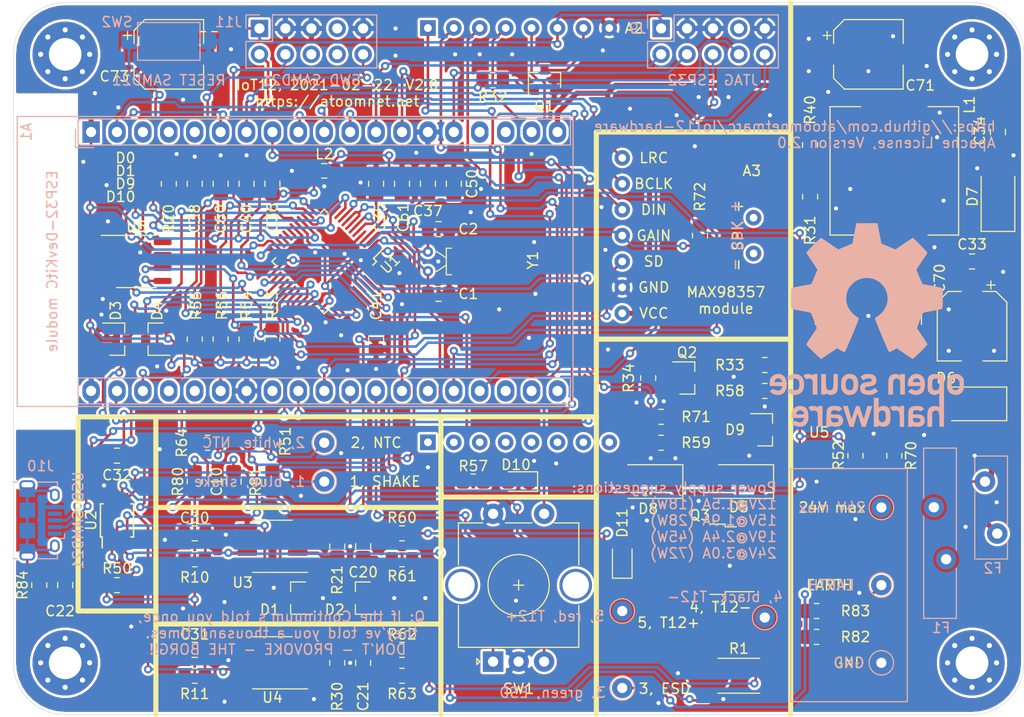
<source format=kicad_pcb>
(kicad_pcb (version 20171130) (host pcbnew "(5.1.9)-1")
  (layers (0 F.Cu signal) (31 B.Cu signal) (34 B.Paste user hide) (35 F.Paste user hide) (36 B.SilkS user) (37 F.SilkS user) (38 B.Mask user) (39 F.Mask user hide) (44 Edge.Cuts user))
  (net 0 "")
  (net 1 GND)
  (net 2 LCD_DIN)
  (net 3 +3V3)
  (net 4 "Net-(A1-Pad20)")
  (net 5 +5V)
  (net 6 "Net-(A1-Pad3)")
  (net 7 "Net-(A1-Pad18)")
  (net 8 "Net-(A1-Pad4)")
  (net 9 "Net-(A1-Pad17)")
  (net 10 "Net-(A1-Pad5)")
  (net 11 "Net-(A1-Pad16)")
  (net 12 "Net-(A1-Pad15)")
  (net 13 LCD_LED)
  (net 14 ROT_SW)
  (net 15 "Net-(A1-Pad13)")
  (net 16 I2S_BCK)
  (net 17 HEAT_INT)
  (net 18 I2S_WS)
  (net 19 I2S_DATA)
  (net 20 "Net-(A1-Pad21)")
  (net 21 "Net-(A1-Pad22)")
  (net 22 "Net-(A1-Pad23)")
  (net 23 LCD_~RST)
  (net 24 LCD_DATA-~CMD)
  (net 25 ROT_A)
  (net 26 ROT_B)
  (net 27 LCD_~CE)
  (net 28 LCD_CLK)
  (net 29 "Net-(A1-Pad31)")
  (net 30 ESP32_SDA)
  (net 31 ESP32_SCL)
  (net 32 "Net-(A2-Pad7)")
  (net 33 "Net-(A3-Pad9)")
  (net 34 "Net-(A3-Pad8)")
  (net 35 I2S_SD)
  (net 36 I2S_GAIN0)
  (net 37 /Brain/XIN32)
  (net 38 /Brain/XOUT32)
  (net 39 AIN_COMP)
  (net 40 "Net-(C20-Pad2)")
  (net 41 "Net-(C20-Pad1)")
  (net 42 "Net-(C21-Pad2)")
  (net 43 "Net-(C21-Pad1)")
  (net 44 "Net-(C30-Pad1)")
  (net 45 "Net-(C31-Pad1)")
  (net 46 +3.3VA)
  (net 47 /Brain/AREF)
  (net 48 HEAT_~RESET)
  (net 49 /Brain/VDDCORE)
  (net 50 /Brain/USB+)
  (net 51 /Brain/USB-)
  (net 52 IRON_+)
  (net 53 +24V)
  (net 54 "Net-(D6-Pad2)")
  (net 55 "Net-(D7-Pad1)")
  (net 56 "Net-(D10-Pad2)")
  (net 57 "Net-(D11-Pad2)")
  (net 58 "Net-(J1-Pad1)")
  (net 59 "Net-(J2-Pad1)")
  (net 60 /Output/ESD)
  (net 61 /Output/IRON_-)
  (net 62 Earth)
  (net 63 "Net-(J10-Pad4)")
  (net 64 "Net-(J10-Pad1)")
  (net 65 "Net-(J11-Pad8)")
  (net 66 "Net-(J11-Pad7)")
  (net 67 "Net-(J11-Pad6)")
  (net 68 SWCLK)
  (net 69 SWDIO)
  (net 70 NEAR_ADC_GND)
  (net 71 NEAR_RSENSE_+)
  (net 72 NEAR_RSENSE_-)
  (net 73 "Net-(Q1-Pad1)")
  (net 74 "Net-(Q2-Pad3)")
  (net 75 "Net-(Q2-Pad1)")
  (net 76 "Net-(R20-Pad1)")
  (net 77 "Net-(R21-Pad2)")
  (net 78 "Net-(R21-Pad1)")
  (net 79 "Net-(R30-Pad2)")
  (net 80 "Net-(R30-Pad1)")
  (net 81 "Net-(R31-Pad2)")
  (net 82 PWM_HEAT)
  (net 83 ADC_RDY)
  (net 84 NTC)
  (net 85 VIN)
  (net 86 HEAT_SDA)
  (net 87 HEAT_SCL)
  (net 88 DEBUG_LED)
  (net 89 I2S_GAIN1)
  (net 90 "Net-(U1-Pad48)")
  (net 91 "Net-(U1-Pad41)")
  (net 92 "Net-(U1-Pad39)")
  (net 93 "Net-(U1-Pad38)")
  (net 94 "Net-(U1-Pad37)")
  (net 95 "Net-(U1-Pad22)")
  (net 96 "Net-(U1-Pad21)")
  (net 97 "Net-(U1-Pad20)")
  (net 98 "Net-(U1-Pad19)")
  (net 99 TEMP)
  (net 100 "Net-(Y1-Pad3)")
  (net 101 /Power/24V_DC_SW)
  (net 102 /Power/24V_DC)
  (net 103 /Output/GATE)
  (net 104 IRON_CURRENT)
  (net 105 "Net-(U6-Pad7)")
  (net 106 "Net-(U6-Pad3)")
  (net 107 "Net-(U6-Pad2)")
  (net 108 "Net-(U6-Pad1)")
  (net 109 "Net-(A1-Pad12)")
  (net 110 "Net-(A1-Pad25)")
  (net 111 "Net-(A1-Pad34)")
  (net 112 "Net-(A1-Pad35)")
  (net 113 "Net-(U1-Pad28)")
  (net 114 EN)
  (net 115 "Net-(J9-Pad7)")
  (net 116 /Brain/D0)
  (net 117 /Brain/D1)
  (net 118 /Brain/D9)
  (net 119 /Brain/D10)
  (net 120 "Net-(C22-Pad1)")
  (module Symbol:OSHW-Logo_19x20mm_SilkScreen (layer B.Cu) (at 34.163 -10.287 180)
    (fp_text reference REF** hide)
    (fp_text value OSHW-Logo_19x20mm_SilkScreen hide)
  )
  (module Resistor_SMD:R_0805_2012Metric_Pad1.20x1.40mm_HandSolder (layer F.Cu) (at -46.99 15.24 90)
    (fp_text reference R84 (at 0 -1.65 90) (layer F.SilkS))
    (fp_text value 1M)
    (pad 2 smd roundrect (at 1 0 90) (size 1.2 1.4) (layers F.Cu F.Paste F.Mask) (roundrect_rratio 0.2083325) (net 120 "Net-(C22-Pad1)"))
    (pad 1 smd roundrect (at -1 0 90) (size 1.2 1.4) (layers F.Cu F.Paste F.Mask) (roundrect_rratio 0.2083325) (net 1 GND))
  )
  (module Capacitor_SMD:C_0805_2012Metric_Pad1.18x1.45mm_HandSolder (layer F.Cu) (at -44.45 15.24 270)
    (fp_text reference C22 (at 2.54 0.508 180) (layer F.SilkS))
    (fp_text value 1nF)
    (pad 2 smd roundrect (at 1.0375 0 270) (size 1.175 1.45) (layers F.Cu F.Paste F.Mask) (roundrect_rratio 0.2127659574468085) (net 1 GND))
    (pad 1 smd roundrect (at -1.0375 0 270) (size 1.175 1.45) (layers F.Cu F.Paste F.Mask) (roundrect_rratio 0.2127659574468085) (net 120 "Net-(C22-Pad1)"))
  )
  (module Connector_PinHeader_2.54mm:PinHeader_2x05_P2.54mm_Vertical (layer B.Cu) (at 13.97 -39.37 270)
    (fp_text reference J9 (at 0 2.286) (layer B.SilkS) (effects (justify mirror)))
    (fp_text value Conn_ARM_JTAG_SWD_10)
    (pad 10 thru_hole oval (at 2.54 -10.16 270) (size 1.7 1.7) (drill 1) (layers *.Cu *.Mask) (net 114 EN))
    (pad 9 thru_hole oval (at 0 -10.16 270) (size 1.7 1.7) (drill 1) (layers *.Cu *.Mask) (net 1 GND))
    (pad 8 thru_hole oval (at 2.54 -7.62 270) (size 1.7 1.7) (drill 1) (layers *.Cu *.Mask) (net 15 "Net-(A1-Pad13)"))
    (pad 7 thru_hole oval (at 0 -7.62 270) (size 1.7 1.7) (drill 1) (layers *.Cu *.Mask) (net 115 "Net-(J9-Pad7)"))
    (pad 6 thru_hole oval (at 2.54 -5.08 270) (size 1.7 1.7) (drill 1) (layers *.Cu *.Mask) (net 22 "Net-(A1-Pad23)"))
    (pad 5 thru_hole oval (at 0 -5.08 270) (size 1.7 1.7) (drill 1) (layers *.Cu *.Mask) (net 1 GND))
    (pad 4 thru_hole oval (at 2.54 -2.54 270) (size 1.7 1.7) (drill 1) (layers *.Cu *.Mask) (net 12 "Net-(A1-Pad15)"))
    (pad 3 thru_hole oval (at 0 -2.54 270) (size 1.7 1.7) (drill 1) (layers *.Cu *.Mask) (net 1 GND))
    (pad 2 thru_hole oval (at 2.54 0 270) (size 1.7 1.7) (drill 1) (layers *.Cu *.Mask) (net 109 "Net-(A1-Pad12)"))
    (pad 1 thru_hole rect (at 0 0 270) (size 1.7 1.7) (drill 1) (layers *.Cu *.Mask) (net 3 +3V3))
  )
  (module TestPoint-extra:TestPoint_Pad_D0.75mm (layer F.Cu) (at -36.83 -22.86)
    (fp_text reference TP4 hide)
    (fp_text value TestPoint)
    (pad 1 smd circle (at 0 0) (size 0.75 0.75) (layers F.Cu F.Mask) (net 119 /Brain/D10))
  )
  (module TestPoint-extra:TestPoint_Pad_D0.75mm (layer F.Cu) (at -36.83 -24.13)
    (fp_text reference TP3 hide)
    (fp_text value TestPoint)
    (pad 1 smd circle (at 0 0) (size 0.75 0.75) (layers F.Cu F.Mask) (net 118 /Brain/D9))
  )
  (module TestPoint-extra:TestPoint_Pad_D0.75mm (layer F.Cu) (at -36.83 -25.4)
    (fp_text reference TP2 hide)
    (fp_text value TestPoint)
    (pad 1 smd circle (at 0 0) (size 0.75 0.75) (layers F.Cu F.Mask) (net 117 /Brain/D1))
  )
  (module TestPoint-extra:TestPoint_Pad_D0.75mm (layer F.Cu) (at -36.83 -26.67)
    (fp_text reference TP1 hide)
    (fp_text value TestPoint)
    (pad 1 smd circle (at 0 0) (size 0.75 0.75) (layers F.Cu F.Mask) (net 116 /Brain/D0))
  )
  (module Package_SO:SO-8_3.9x4.9mm_P1.27mm (layer F.Cu) (at -37.465 -16.51)
    (fp_text reference U6 (at 0 -3.4) (layer F.SilkS))
    (fp_text value AT24C32)
    (pad 8 smd roundrect (at 2.575 -1.905) (size 1.75 0.6) (layers F.Cu F.Paste F.Mask) (net 3 +3V3))
    (pad 7 smd roundrect (at 2.575 -0.635) (size 1.75 0.6) (layers F.Cu F.Paste F.Mask) (net 105 "Net-(U6-Pad7)"))
    (pad 6 smd roundrect (at 2.575 0.635) (size 1.75 0.6) (layers F.Cu F.Paste F.Mask) (net 87 HEAT_SCL))
    (pad 5 smd roundrect (at 2.575 1.905) (size 1.75 0.6) (layers F.Cu F.Paste F.Mask) (net 86 HEAT_SDA))
    (pad 4 smd roundrect (at -2.575 1.905) (size 1.75 0.6) (layers F.Cu F.Paste F.Mask) (net 1 GND))
    (pad 3 smd roundrect (at -2.575 0.635) (size 1.75 0.6) (layers F.Cu F.Paste F.Mask) (net 106 "Net-(U6-Pad3)"))
    (pad 2 smd roundrect (at -2.575 -0.635) (size 1.75 0.6) (layers F.Cu F.Paste F.Mask) (net 107 "Net-(U6-Pad2)"))
    (pad 1 smd roundrect (at -2.575 -1.905) (size 1.75 0.6) (layers F.Cu F.Paste F.Mask) (net 108 "Net-(U6-Pad1)"))
  )
  (module Module-extra:max98357 (layer F.Cu) (at 17.06 -19.05 270)
    (fp_text reference A3 (at -6.35 -5.8 180) (layer F.SilkS))
    (fp_text value max98357)
    (fp_text user "- SPK +" (at 0 -4.445 270) (layer F.SilkS))
    (fp_text user VCC (at 7.62 3.81) (layer F.SilkS))
    (fp_text user GND (at 5.08 3.81) (layer F.SilkS))
    (fp_text user SD (at 2.54 3.81) (layer F.SilkS))
    (fp_text user GAIN (at 0 3.81) (layer F.SilkS))
    (fp_text user DIN (at -2.54 3.81) (layer F.SilkS))
    (fp_text user BCLK (at -5.08 3.81) (layer F.SilkS))
    (fp_text user LRC (at -7.62 3.81) (layer F.SilkS))
    (pad 9 thru_hole circle (at 1.75 -5.97 270) (size 1.524 1.524) (drill 0.762) (layers *.Cu *.Mask) (net 33 "Net-(A3-Pad9)"))
    (pad 8 thru_hole circle (at -1.75 -5.97 270) (size 1.524 1.524) (drill 0.762) (layers *.Cu *.Mask) (net 34 "Net-(A3-Pad8)"))
    (pad 7 thru_hole circle (at 7.62 6.9 270) (size 1.524 1.524) (drill 0.762) (layers *.Cu *.Mask) (net 5 +5V))
    (pad 6 thru_hole circle (at 5.08 6.9 270) (size 1.524 1.524) (drill 0.762) (layers *.Cu *.Mask) (net 1 GND))
    (pad 5 thru_hole circle (at 2.54 6.9 270) (size 1.524 1.524) (drill 0.762) (layers *.Cu *.Mask) (net 35 I2S_SD))
    (pad 4 thru_hole circle (at 0 6.9 270) (size 1.524 1.524) (drill 0.762) (layers *.Cu *.Mask) (net 36 I2S_GAIN0))
    (pad 3 thru_hole circle (at -2.54 6.9 270) (size 1.524 1.524) (drill 0.762) (layers *.Cu *.Mask) (net 19 I2S_DATA))
    (pad 2 thru_hole circle (at -5.08 6.9 270) (size 1.524 1.524) (drill 0.762) (layers *.Cu *.Mask) (net 16 I2S_BCK))
    (pad 1 thru_hole circle (at -7.62 6.9 270) (size 1.524 1.524) (drill 0.762) (layers *.Cu *.Mask) (net 18 I2S_WS))
  )
  (module NetTie-extra:NetTie-2_SMD_Pad0.25mm (layer F.Cu) (at 23.495 24.13 180)
    (fp_text reference NT5 hide)
    (fp_text value ~)
    (fp_poly (pts (xy -0.254 -0.125) (xy 0.254 -0.125) (xy 0.254 0.125) (xy -0.254 0.125)) (layer F.Cu) (width 0))
    (pad 2 smd circle (at 0.254 0 180) (size 0.25 0.25) (layers F.Cu) (net 72 NEAR_RSENSE_-))
    (pad 1 smd circle (at -0.254 0 180) (size 0.25 0.25) (layers F.Cu) (net 1 GND))
  )
  (module NetTie-extra:NetTie-2_SMD_Pad0.25mm (layer F.Cu) (at 18.542 26.289 270)
    (fp_text reference NT4 hide)
    (fp_text value ~)
    (fp_poly (pts (xy -0.254 -0.125) (xy 0.254 -0.125) (xy 0.254 0.125) (xy -0.254 0.125)) (layer F.Cu) (width 0))
    (pad 2 smd circle (at 0.254 0 270) (size 0.25 0.25) (layers F.Cu) (net 71 NEAR_RSENSE_+))
    (pad 1 smd circle (at -0.254 0 270) (size 0.25 0.25) (layers F.Cu) (net 61 /Output/IRON_-))
  )
  (module NetTie-extra:NetTie-2_SMD_Pad0.25mm (layer F.Cu) (at -39.37 9.652 270)
    (fp_text reference NT1 hide)
    (fp_text value ~)
    (fp_poly (pts (xy -0.254 -0.125) (xy 0.254 -0.125) (xy 0.254 0.125) (xy -0.254 0.125)) (layer F.Cu) (width 0))
    (pad 2 smd circle (at 0.254 0 270) (size 0.25 0.25) (layers F.Cu) (net 1 GND))
    (pad 1 smd circle (at -0.254 0 270) (size 0.25 0.25) (layers F.Cu) (net 70 NEAR_ADC_GND))
  )
  (module Display-extra:Nokia_5110_display_module (layer F.Cu) (at 0 -15.24)
    (fp_text reference A2 (at 11.303 -24.15) (layer F.SilkS))
    (fp_text value "2x Conn_01x09_Female")
    (pad "" thru_hole circle (at 6.35 16.47) (size 1.524 1.524) (drill 0.762) (layers *.Cu *.Mask))
    (pad "" thru_hole circle (at 8.89 16.47) (size 1.524 1.524) (drill 0.762) (layers *.Cu *.Mask))
    (pad "" thru_hole circle (at 3.81 16.47) (size 1.524 1.524) (drill 0.762) (layers *.Cu *.Mask))
    (pad "" thru_hole rect (at -8.89 16.47) (size 1.524 1.524) (drill 0.762) (layers *.Cu *.Mask))
    (pad "" thru_hole circle (at 1.27 16.47) (size 1.524 1.524) (drill 0.762) (layers *.Cu *.Mask))
    (pad "" thru_hole circle (at -1.27 16.47) (size 1.524 1.524) (drill 0.762) (layers *.Cu *.Mask))
    (pad "" thru_hole circle (at -6.35 16.47) (size 1.524 1.524) (drill 0.762) (layers *.Cu *.Mask))
    (pad "" thru_hole circle (at -3.81 16.47) (size 1.524 1.524) (drill 0.762) (layers *.Cu *.Mask))
    (pad 8 thru_hole circle (at 8.89 -24.17) (size 1.524 1.524) (drill 0.762) (layers *.Cu *.Mask) (net 1 GND))
    (pad 7 thru_hole circle (at 6.35 -24.17) (size 1.524 1.524) (drill 0.762) (layers *.Cu *.Mask) (net 32 "Net-(A2-Pad7)"))
    (pad 6 thru_hole circle (at 3.81 -24.17) (size 1.524 1.524) (drill 0.762) (layers *.Cu *.Mask) (net 3 +3V3))
    (pad 5 thru_hole circle (at 1.27 -24.17) (size 1.524 1.524) (drill 0.762) (layers *.Cu *.Mask) (net 28 LCD_CLK))
    (pad 4 thru_hole circle (at -1.27 -24.17) (size 1.524 1.524) (drill 0.762) (layers *.Cu *.Mask) (net 2 LCD_DIN))
    (pad 3 thru_hole circle (at -3.81 -24.17) (size 1.524 1.524) (drill 0.762) (layers *.Cu *.Mask) (net 24 LCD_DATA-~CMD))
    (pad 2 thru_hole circle (at -6.35 -24.17) (size 1.524 1.524) (drill 0.762) (layers *.Cu *.Mask) (net 27 LCD_~CE))
    (pad 1 thru_hole rect (at -8.89 -24.17) (size 1.524 1.524) (drill 0.762) (layers *.Cu *.Mask) (net 23 LCD_~RST))
  )
  (module Crystal:Crystal_C26-LF_D2.1mm_L6.5mm_Horizontal_1EP_style1 (layer F.Cu) (at -8.89 -15.56 90)
    (fp_text reference Y1 (at 1.077 10.287 90) (layer F.SilkS))
    (fp_text value 32768Hz)
    (pad 3 smd rect (at 0.95 5.75 90) (size 2.2 6.5) (layers F.Cu F.Paste F.Mask) (net 100 "Net-(Y1-Pad3)"))
    (pad 2 thru_hole circle (at 1.9 0 90) (size 1 1) (drill 0.5) (layers *.Cu *.Mask) (net 38 /Brain/XOUT32))
    (pad 1 thru_hole circle (at 0 0 90) (size 1 1) (drill 0.5) (layers *.Cu *.Mask) (net 37 /Brain/XIN32))
  )
  (module Package_TO_SOT_SMD:TO-263-5_TabPin3 (layer F.Cu) (at 34.29 -8.89 270)
    (fp_text reference U5 (at 9.144 4.826 180) (layer F.SilkS))
    (fp_text value LM2596S-ADJ)
    (pad 3 smd rect (at 3.375 0 270) (size 9.4 10.8) (layers F.Cu F.Mask) (net 1 GND))
    (pad 5 smd rect (at -5.775 3.4 270) (size 4.6 1.1) (layers F.Cu F.Paste F.Mask) (net 1 GND))
    (pad 4 smd rect (at -5.775 1.7 270) (size 4.6 1.1) (layers F.Cu F.Paste F.Mask) (net 81 "Net-(R31-Pad2)"))
    (pad 3 smd rect (at -5.775 0 270) (size 4.6 1.1) (layers F.Cu F.Paste F.Mask) (net 1 GND))
    (pad 2 smd rect (at -5.775 -1.7 270) (size 4.6 1.1) (layers F.Cu F.Paste F.Mask) (net 55 "Net-(D7-Pad1)"))
    (pad 1 smd rect (at -5.775 -3.4 270) (size 4.6 1.1) (layers F.Cu F.Paste F.Mask) (net 101 /Power/24V_DC_SW))
  )
  (module Package_SO:SOIC-8_3.9x4.9mm_P1.27mm (layer F.Cu) (at -24.13 22.86 180)
    (fp_text reference U4 (at 0 -3.4) (layer F.SilkS))
    (fp_text value INA826AID)
    (pad 8 smd roundrect (at 2.475 -1.905 180) (size 1.95 0.6) (layers F.Cu F.Paste F.Mask) (net 45 "Net-(C31-Pad1)"))
    (pad 7 smd roundrect (at 2.475 -0.635 180) (size 1.95 0.6) (layers F.Cu F.Paste F.Mask) (net 104 IRON_CURRENT))
    (pad 6 smd roundrect (at 2.475 0.635 180) (size 1.95 0.6) (layers F.Cu F.Paste F.Mask) (net 70 NEAR_ADC_GND))
    (pad 5 smd roundrect (at 2.475 1.905 180) (size 1.95 0.6) (layers F.Cu F.Paste F.Mask) (net 1 GND))
    (pad 4 smd roundrect (at -2.475 1.905 180) (size 1.95 0.6) (layers F.Cu F.Paste F.Mask) (net 43 "Net-(C21-Pad1)"))
    (pad 3 smd roundrect (at -2.475 0.635 180) (size 1.95 0.6) (layers F.Cu F.Paste F.Mask) (net 80 "Net-(R30-Pad1)"))
    (pad 2 smd roundrect (at -2.475 -0.635 180) (size 1.95 0.6) (layers F.Cu F.Paste F.Mask) (net 79 "Net-(R30-Pad2)"))
    (pad 1 smd roundrect (at -2.475 -1.905 180) (size 1.95 0.6) (layers F.Cu F.Paste F.Mask) (net 42 "Net-(C21-Pad2)"))
  )
  (module Package_SO:SOIC-8_3.9x4.9mm_P1.27mm (layer F.Cu) (at -24.13 11.43 180)
    (fp_text reference U3 (at 2.921 -3.556) (layer F.SilkS))
    (fp_text value INA826AID)
    (pad 8 smd roundrect (at 2.475 -1.905 180) (size 1.95 0.6) (layers F.Cu F.Paste F.Mask) (net 44 "Net-(C30-Pad1)"))
    (pad 7 smd roundrect (at 2.475 -0.635 180) (size 1.95 0.6) (layers F.Cu F.Paste F.Mask) (net 99 TEMP))
    (pad 6 smd roundrect (at 2.475 0.635 180) (size 1.95 0.6) (layers F.Cu F.Paste F.Mask) (net 70 NEAR_ADC_GND))
    (pad 5 smd roundrect (at 2.475 1.905 180) (size 1.95 0.6) (layers F.Cu F.Paste F.Mask) (net 1 GND))
    (pad 4 smd roundrect (at -2.475 1.905 180) (size 1.95 0.6) (layers F.Cu F.Paste F.Mask) (net 41 "Net-(C20-Pad1)"))
    (pad 3 smd roundrect (at -2.475 0.635 180) (size 1.95 0.6) (layers F.Cu F.Paste F.Mask) (net 78 "Net-(R21-Pad1)"))
    (pad 2 smd roundrect (at -2.475 -0.635 180) (size 1.95 0.6) (layers F.Cu F.Paste F.Mask) (net 77 "Net-(R21-Pad2)"))
    (pad 1 smd roundrect (at -2.475 -1.905 180) (size 1.95 0.6) (layers F.Cu F.Paste F.Mask) (net 40 "Net-(C20-Pad2)"))
  )
  (module Package_SO:TSSOP-10_3x3mm_P0.5mm (layer F.Cu) (at -39.37 8.89 90)
    (fp_text reference U2 (at 0 -2.54 270) (layer F.SilkS))
    (fp_text value ADS1115IDGS)
    (pad 10 smd rect (at 2.15 -1 90) (size 1.1 0.25) (layers F.Cu F.Paste F.Mask) (net 87 HEAT_SCL))
    (pad 9 smd rect (at 2.15 -0.5 90) (size 1.1 0.25) (layers F.Cu F.Paste F.Mask) (net 86 HEAT_SDA))
    (pad 8 smd rect (at 2.15 0 90) (size 1.1 0.25) (layers F.Cu F.Paste F.Mask) (net 3 +3V3))
    (pad 7 smd rect (at 2.15 0.5 90) (size 1.1 0.25) (layers F.Cu F.Paste F.Mask) (net 85 VIN))
    (pad 6 smd rect (at 2.15 1 90) (size 1.1 0.25) (layers F.Cu F.Paste F.Mask) (net 104 IRON_CURRENT))
    (pad 5 smd rect (at -2.15 1 90) (size 1.1 0.25) (layers F.Cu F.Paste F.Mask) (net 84 NTC))
    (pad 4 smd rect (at -2.15 0.5 90) (size 1.1 0.25) (layers F.Cu F.Paste F.Mask) (net 99 TEMP))
    (pad 3 smd rect (at -2.15 0 90) (size 1.1 0.25) (layers F.Cu F.Paste F.Mask) (net 1 GND))
    (pad 2 smd rect (at -2.15 -0.5 90) (size 1.1 0.25) (layers F.Cu F.Paste F.Mask) (net 83 ADC_RDY))
    (pad 1 smd rect (at -2.15 -1 90) (size 1.1 0.25) (layers F.Cu F.Paste F.Mask) (net 1 GND))
  )
  (module Package_QFP:TQFP-48_7x7mm_P0.5mm (layer F.Cu) (at -19.05 -16.51 225)
    (fp_text reference U1 (at -4.400325 -4.759536 45) (layer F.SilkS))
    (fp_text value ATSAMD21G18A-AU)
    (pad 48 smd rect (at -2.75 -4.35 315) (size 1.3 0.25) (layers F.Cu F.Paste F.Mask) (net 90 "Net-(U1-Pad48)"))
    (pad 47 smd rect (at -2.25 -4.35 315) (size 1.3 0.25) (layers F.Cu F.Paste F.Mask) (net 104 IRON_CURRENT))
    (pad 46 smd rect (at -1.75 -4.35 315) (size 1.3 0.25) (layers F.Cu F.Paste F.Mask) (net 69 SWDIO))
    (pad 45 smd rect (at -1.25 -4.35 315) (size 1.3 0.25) (layers F.Cu F.Paste F.Mask) (net 68 SWCLK))
    (pad 44 smd rect (at -0.75 -4.35 315) (size 1.3 0.25) (layers F.Cu F.Paste F.Mask) (net 3 +3V3))
    (pad 43 smd rect (at -0.25 -4.35 315) (size 1.3 0.25) (layers F.Cu F.Paste F.Mask) (net 49 /Brain/VDDCORE))
    (pad 42 smd rect (at 0.25 -4.35 315) (size 1.3 0.25) (layers F.Cu F.Paste F.Mask) (net 1 GND))
    (pad 41 smd rect (at 0.75 -4.35 315) (size 1.3 0.25) (layers F.Cu F.Paste F.Mask) (net 91 "Net-(U1-Pad41)"))
    (pad 40 smd rect (at 1.25 -4.35 315) (size 1.3 0.25) (layers F.Cu F.Paste F.Mask) (net 48 HEAT_~RESET))
    (pad 39 smd rect (at 1.75 -4.35 315) (size 1.3 0.25) (layers F.Cu F.Paste F.Mask) (net 92 "Net-(U1-Pad39)"))
    (pad 38 smd rect (at 2.25 -4.35 315) (size 1.3 0.25) (layers F.Cu F.Paste F.Mask) (net 93 "Net-(U1-Pad38)"))
    (pad 37 smd rect (at 2.75 -4.35 315) (size 1.3 0.25) (layers F.Cu F.Paste F.Mask) (net 94 "Net-(U1-Pad37)"))
    (pad 36 smd rect (at 4.35 -2.75 225) (size 1.3 0.25) (layers F.Cu F.Paste F.Mask) (net 3 +3V3))
    (pad 35 smd rect (at 4.35 -2.25 225) (size 1.3 0.25) (layers F.Cu F.Paste F.Mask) (net 1 GND))
    (pad 34 smd rect (at 4.35 -1.75 225) (size 1.3 0.25) (layers F.Cu F.Paste F.Mask) (net 50 /Brain/USB+))
    (pad 33 smd rect (at 4.35 -1.25 225) (size 1.3 0.25) (layers F.Cu F.Paste F.Mask) (net 51 /Brain/USB-))
    (pad 32 smd rect (at 4.35 -0.75 225) (size 1.3 0.25) (layers F.Cu F.Paste F.Mask) (net 86 HEAT_SDA))
    (pad 31 smd rect (at 4.35 -0.25 225) (size 1.3 0.25) (layers F.Cu F.Paste F.Mask) (net 87 HEAT_SCL))
    (pad 30 smd rect (at 4.35 0.25 225) (size 1.3 0.25) (layers F.Cu F.Paste F.Mask) (net 35 I2S_SD))
    (pad 29 smd rect (at 4.35 0.75 225) (size 1.3 0.25) (layers F.Cu F.Paste F.Mask) (net 89 I2S_GAIN1))
    (pad 28 smd rect (at 4.35 1.25 225) (size 1.3 0.25) (layers F.Cu F.Paste F.Mask) (net 113 "Net-(U1-Pad28)"))
    (pad 27 smd rect (at 4.35 1.75 225) (size 1.3 0.25) (layers F.Cu F.Paste F.Mask) (net 119 /Brain/D10))
    (pad 26 smd rect (at 4.35 2.25 225) (size 1.3 0.25) (layers F.Cu F.Paste F.Mask) (net 88 DEBUG_LED))
    (pad 25 smd rect (at 4.35 2.75 225) (size 1.3 0.25) (layers F.Cu F.Paste F.Mask) (net 82 PWM_HEAT))
    (pad 24 smd rect (at 2.75 4.35 315) (size 1.3 0.25) (layers F.Cu F.Paste F.Mask) (net 36 I2S_GAIN0))
    (pad 23 smd rect (at 2.25 4.35 315) (size 1.3 0.25) (layers F.Cu F.Paste F.Mask) (net 17 HEAT_INT))
    (pad 22 smd rect (at 1.75 4.35 315) (size 1.3 0.25) (layers F.Cu F.Paste F.Mask) (net 95 "Net-(U1-Pad22)"))
    (pad 21 smd rect (at 1.25 4.35 315) (size 1.3 0.25) (layers F.Cu F.Paste F.Mask) (net 96 "Net-(U1-Pad21)"))
    (pad 20 smd rect (at 0.75 4.35 315) (size 1.3 0.25) (layers F.Cu F.Paste F.Mask) (net 97 "Net-(U1-Pad20)"))
    (pad 19 smd rect (at 0.25 4.35 315) (size 1.3 0.25) (layers F.Cu F.Paste F.Mask) (net 98 "Net-(U1-Pad19)"))
    (pad 18 smd rect (at -0.25 4.35 315) (size 1.3 0.25) (layers F.Cu F.Paste F.Mask) (net 1 GND))
    (pad 17 smd rect (at -0.75 4.35 315) (size 1.3 0.25) (layers F.Cu F.Paste F.Mask) (net 3 +3V3))
    (pad 16 smd rect (at -1.25 4.35 315) (size 1.3 0.25) (layers F.Cu F.Paste F.Mask) (net 116 /Brain/D0))
    (pad 15 smd rect (at -1.75 4.35 315) (size 1.3 0.25) (layers F.Cu F.Paste F.Mask) (net 117 /Brain/D1))
    (pad 14 smd rect (at -2.25 4.35 315) (size 1.3 0.25) (layers F.Cu F.Paste F.Mask) (net 30 ESP32_SDA))
    (pad 13 smd rect (at -2.75 4.35 315) (size 1.3 0.25) (layers F.Cu F.Paste F.Mask) (net 31 ESP32_SCL))
    (pad 12 smd rect (at -4.35 2.75 225) (size 1.3 0.25) (layers F.Cu F.Paste F.Mask) (net 118 /Brain/D9))
    (pad 11 smd rect (at -4.35 2.25 225) (size 1.3 0.25) (layers F.Cu F.Paste F.Mask) (net 83 ADC_RDY))
    (pad 10 smd rect (at -4.35 1.75 225) (size 1.3 0.25) (layers F.Cu F.Paste F.Mask) (net 85 VIN))
    (pad 9 smd rect (at -4.35 1.25 225) (size 1.3 0.25) (layers F.Cu F.Paste F.Mask) (net 39 AIN_COMP))
    (pad 8 smd rect (at -4.35 0.75 225) (size 1.3 0.25) (layers F.Cu F.Paste F.Mask) (net 39 AIN_COMP))
    (pad 7 smd rect (at -4.35 0.25 225) (size 1.3 0.25) (layers F.Cu F.Paste F.Mask) (net 99 TEMP))
    (pad 6 smd rect (at -4.35 -0.25 225) (size 1.3 0.25) (layers F.Cu F.Paste F.Mask) (net 46 +3.3VA))
    (pad 5 smd rect (at -4.35 -0.75 225) (size 1.3 0.25) (layers F.Cu F.Paste F.Mask) (net 1 GND))
    (pad 4 smd rect (at -4.35 -1.25 225) (size 1.3 0.25) (layers F.Cu F.Paste F.Mask) (net 47 /Brain/AREF))
    (pad 3 smd rect (at -4.35 -1.75 225) (size 1.3 0.25) (layers F.Cu F.Paste F.Mask) (net 84 NTC))
    (pad 2 smd rect (at -4.35 -2.25 225) (size 1.3 0.25) (layers F.Cu F.Paste F.Mask) (net 38 /Brain/XOUT32))
    (pad 1 smd rect (at -4.35 -2.75 225) (size 1.3 0.25) (layers F.Cu F.Paste F.Mask) (net 37 /Brain/XIN32))
  )
  (module Button_Switch_SMD:SW_SPST_CK_RS282G05A3 (layer B.Cu) (at -34.29 -38.1 180)
    (fp_text reference SW2 (at 5.08 1.905) (layer B.SilkS) (effects (justify mirror)))
    (fp_text value SW_Push)
    (pad 2 smd rect (at 3.9 0 180) (size 1.5 1.5) (layers B.Cu B.Paste B.Mask) (net 76 "Net-(R20-Pad1)"))
    (pad 1 smd rect (at -3.9 0 180) (size 1.5 1.5) (layers B.Cu B.Paste B.Mask) (net 1 GND))
  )
  (module Rotary_Encoder-fixed:RotaryEncoder_Alps_EC11E-Switch_Vertical_H20mm_CircularMountingHoles (layer F.Cu) (at 0 15.24 90)
    (fp_text reference SW1 (at -10.16 0 180) (layer F.SilkS))
    (fp_text value "Rotary encoder EC11 Plum 15mm")
    (pad A thru_hole rect (at -7.5 -2.5 90) (size 2 2) (drill 1) (layers *.Cu *.Mask) (net 25 ROT_A))
    (pad C thru_hole circle (at -7.5 0 90) (size 2 2) (drill 1) (layers *.Cu *.Mask) (net 1 GND))
    (pad B thru_hole circle (at -7.5 2.5 90) (size 2 2) (drill 1) (layers *.Cu *.Mask) (net 26 ROT_B))
    (pad MP thru_hole circle (at 0 -5.6 90) (size 3.2 3.2) (drill 2.6) (layers *.Cu *.Mask))
    (pad MP thru_hole circle (at 0 5.6 90) (size 3.2 3.2) (drill 2.6) (layers *.Cu *.Mask))
    (pad S2 thru_hole circle (at 7 -2.5 90) (size 2 2) (drill 1) (layers *.Cu *.Mask) (net 1 GND))
    (pad S1 thru_hole circle (at 7 2.5 90) (size 2 2) (drill 1) (layers *.Cu *.Mask) (net 14 ROT_SW))
  )
  (module Resistor_SMD:R_0805_2012Metric_Pad1.20x1.40mm_HandSolder (layer F.Cu) (at 29.21 17.78)
    (fp_text reference R83 (at 3.81 0) (layer F.SilkS))
    (fp_text value 1M)
    (pad 2 smd roundrect (at 1 0) (size 1.2 1.4) (layers F.Cu F.Paste F.Mask) (roundrect_rratio 0.2083325) (net 62 Earth))
    (pad 1 smd roundrect (at -1 0) (size 1.2 1.4) (layers F.Cu F.Paste F.Mask) (roundrect_rratio 0.2083325) (net 60 /Output/ESD))
  )
  (module Resistor_SMD:R_0805_2012Metric_Pad1.20x1.40mm_HandSolder (layer F.Cu) (at 29.21 20.32 180)
    (fp_text reference R82 (at -3.81 0) (layer F.SilkS))
    (fp_text value 1M)
    (pad 2 smd roundrect (at 1 0 180) (size 1.2 1.4) (layers F.Cu F.Paste F.Mask) (roundrect_rratio 0.2083325) (net 60 /Output/ESD))
    (pad 1 smd roundrect (at -1 0 180) (size 1.2 1.4) (layers F.Cu F.Paste F.Mask) (roundrect_rratio 0.2083325) (net 1 GND))
  )
  (module Resistor_SMD:R_0805_2012Metric_Pad1.20x1.40mm_HandSolder (layer F.Cu) (at -24.13 5.08 90)
    (fp_text reference R81 (at 0 -1.65 90) (layer F.SilkS))
    (fp_text value 1M)
    (pad 2 smd roundrect (at 1 0 90) (size 1.2 1.4) (layers F.Cu F.Paste F.Mask) (roundrect_rratio 0.2083325) (net 58 "Net-(J1-Pad1)"))
    (pad 1 smd roundrect (at -1 0 90) (size 1.2 1.4) (layers F.Cu F.Paste F.Mask) (roundrect_rratio 0.2083325) (net 39 AIN_COMP))
  )
  (module Resistor_SMD:R_0805_2012Metric_Pad1.20x1.40mm_HandSolder (layer F.Cu) (at -31.75 5.08 90)
    (fp_text reference R80 (at 0 -1.65 90) (layer F.SilkS))
    (fp_text value 1M)
    (pad 2 smd roundrect (at 1 0 90) (size 1.2 1.4) (layers F.Cu F.Paste F.Mask) (roundrect_rratio 0.2083325) (net 39 AIN_COMP))
    (pad 1 smd roundrect (at -1 0 90) (size 1.2 1.4) (layers F.Cu F.Paste F.Mask) (roundrect_rratio 0.2083325) (net 3 +3V3))
  )
  (module Resistor_SMD:R_0805_2012Metric_Pad1.20x1.40mm_HandSolder (layer F.Cu) (at 17.78 -19.05 90)
    (fp_text reference R72 (at 3.81 0 90) (layer F.SilkS))
    (fp_text value 100k)
    (pad 2 smd roundrect (at 1 0 90) (size 1.2 1.4) (layers F.Cu F.Paste F.Mask) (roundrect_rratio 0.2083325) (net 89 I2S_GAIN1))
    (pad 1 smd roundrect (at -1 0 90) (size 1.2 1.4) (layers F.Cu F.Paste F.Mask) (roundrect_rratio 0.2083325) (net 36 I2S_GAIN0))
  )
  (module Resistor_SMD:R_0805_2012Metric_Pad1.20x1.40mm_HandSolder (layer F.Cu) (at 13.97 -1.27)
    (fp_text reference R71 (at 3.429 0) (layer F.SilkS))
    (fp_text value 100k)
    (pad 2 smd roundrect (at 1 0) (size 1.2 1.4) (layers F.Cu F.Paste F.Mask) (roundrect_rratio 0.2083325) (net 1 GND))
    (pad 1 smd roundrect (at -1 0) (size 1.2 1.4) (layers F.Cu F.Paste F.Mask) (roundrect_rratio 0.2083325) (net 82 PWM_HEAT))
  )
  (module Resistor_SMD:R_0805_2012Metric_Pad1.20x1.40mm_HandSolder (layer F.Cu) (at 36.83 2.54 270)
    (fp_text reference R70 (at 0 -1.65 90) (layer F.SilkS))
    (fp_text value "100k 1%")
    (pad 2 smd roundrect (at 1 0 270) (size 1.2 1.4) (layers F.Cu F.Paste F.Mask) (roundrect_rratio 0.2083325) (net 54 "Net-(D6-Pad2)"))
    (pad 1 smd roundrect (at -1 0 270) (size 1.2 1.4) (layers F.Cu F.Paste F.Mask) (roundrect_rratio 0.2083325) (net 85 VIN))
  )
  (module Resistor_SMD:R_0805_2012Metric_Pad1.20x1.40mm_HandSolder (layer F.Cu) (at -30.48 1.27)
    (fp_text reference R64 (at -2.54 0 90) (layer F.SilkS))
    (fp_text value "10k 0.1%")
    (pad 2 smd roundrect (at 1 0) (size 1.2 1.4) (layers F.Cu F.Paste F.Mask) (roundrect_rratio 0.2083325) (net 59 "Net-(J2-Pad1)"))
    (pad 1 smd roundrect (at -1 0) (size 1.2 1.4) (layers F.Cu F.Paste F.Mask) (roundrect_rratio 0.2083325) (net 3 +3V3))
  )
  (module Resistor_SMD:R_0805_2012Metric_Pad1.20x1.40mm_HandSolder (layer F.Cu) (at -11.43 24.13)
    (fp_text reference R63 (at 0 1.778) (layer F.SilkS))
    (fp_text value "10k 0.1%")
    (pad 2 smd roundrect (at 1 0) (size 1.2 1.4) (layers F.Cu F.Paste F.Mask) (roundrect_rratio 0.2083325) (net 72 NEAR_RSENSE_-))
    (pad 1 smd roundrect (at -1 0) (size 1.2 1.4) (layers F.Cu F.Paste F.Mask) (roundrect_rratio 0.2083325) (net 42 "Net-(C21-Pad2)"))
  )
  (module Resistor_SMD:R_0805_2012Metric_Pad1.20x1.40mm_HandSolder (layer F.Cu) (at -11.43 21.59)
    (fp_text reference R62 (at 0 -1.524) (layer F.SilkS))
    (fp_text value "10k 0.1%")
    (pad 2 smd roundrect (at 1 0) (size 1.2 1.4) (layers F.Cu F.Paste F.Mask) (roundrect_rratio 0.2083325) (net 71 NEAR_RSENSE_+))
    (pad 1 smd roundrect (at -1 0) (size 1.2 1.4) (layers F.Cu F.Paste F.Mask) (roundrect_rratio 0.2083325) (net 43 "Net-(C21-Pad1)"))
  )
  (module Resistor_SMD:R_0805_2012Metric_Pad1.20x1.40mm_HandSolder (layer F.Cu) (at -11.43 12.7)
    (fp_text reference R61 (at 0 1.651) (layer F.SilkS))
    (fp_text value "10k 0.1%")
    (pad 2 smd roundrect (at 1 0) (size 1.2 1.4) (layers F.Cu F.Paste F.Mask) (roundrect_rratio 0.2083325) (net 71 NEAR_RSENSE_+))
    (pad 1 smd roundrect (at -1 0) (size 1.2 1.4) (layers F.Cu F.Paste F.Mask) (roundrect_rratio 0.2083325) (net 40 "Net-(C20-Pad2)"))
  )
  (module Resistor_SMD:R_0805_2012Metric_Pad1.20x1.40mm_HandSolder (layer F.Cu) (at -11.43 10.16)
    (fp_text reference R60 (at 0 -1.524) (layer F.SilkS))
    (fp_text value "10k 0.1%")
    (pad 2 smd roundrect (at 1 0) (size 1.2 1.4) (layers F.Cu F.Paste F.Mask) (roundrect_rratio 0.2083325) (net 52 IRON_+))
    (pad 1 smd roundrect (at -1 0) (size 1.2 1.4) (layers F.Cu F.Paste F.Mask) (roundrect_rratio 0.2083325) (net 41 "Net-(C20-Pad1)"))
  )
  (module Resistor_SMD:R_0805_2012Metric_Pad1.20x1.40mm_HandSolder (layer F.Cu) (at 13.97 1.27)
    (fp_text reference R59 (at 3.429 0) (layer F.SilkS))
    (fp_text value 4k7)
    (pad 2 smd roundrect (at 1 0) (size 1.2 1.4) (layers F.Cu F.Paste F.Mask) (roundrect_rratio 0.2083325) (net 57 "Net-(D11-Pad2)"))
    (pad 1 smd roundrect (at -1 0) (size 1.2 1.4) (layers F.Cu F.Paste F.Mask) (roundrect_rratio 0.2083325) (net 82 PWM_HEAT))
  )
  (module Resistor_SMD:R_0805_2012Metric_Pad1.20x1.40mm_HandSolder (layer F.Cu) (at 24.13 -3.81 180)
    (fp_text reference R58 (at 3.429 0 180) (layer F.SilkS))
    (fp_text value 4k7)
    (pad 2 smd roundrect (at 1 0 180) (size 1.2 1.4) (layers F.Cu F.Paste F.Mask) (roundrect_rratio 0.2083325) (net 103 /Output/GATE))
    (pad 1 smd roundrect (at -1 0 180) (size 1.2 1.4) (layers F.Cu F.Paste F.Mask) (roundrect_rratio 0.2083325) (net 53 +24V))
  )
  (module Resistor_SMD:R_0805_2012Metric_Pad1.20x1.40mm_HandSolder (layer F.Cu) (at -4.445 5.08 180)
    (fp_text reference R57 (at 0 1.524) (layer F.SilkS))
    (fp_text value 4k7)
    (pad 2 smd roundrect (at 1 0 180) (size 1.2 1.4) (layers F.Cu F.Paste F.Mask) (roundrect_rratio 0.2083325) (net 88 DEBUG_LED))
    (pad 1 smd roundrect (at -1 0 180) (size 1.2 1.4) (layers F.Cu F.Paste F.Mask) (roundrect_rratio 0.2083325) (net 56 "Net-(D10-Pad2)"))
  )
  (module Resistor_SMD:R_0805_2012Metric_Pad1.20x1.40mm_HandSolder (layer F.Cu) (at -29.21 -8.89 270)
    (fp_text reference R56 (at -3.302 -0.127 90) (layer F.SilkS))
    (fp_text value 4k7)
    (pad 2 smd roundrect (at 1 0 270) (size 1.2 1.4) (layers F.Cu F.Paste F.Mask) (roundrect_rratio 0.2083325) (net 3 +3V3))
    (pad 1 smd roundrect (at -1 0 270) (size 1.2 1.4) (layers F.Cu F.Paste F.Mask) (roundrect_rratio 0.2083325) (net 30 ESP32_SDA))
  )
  (module Resistor_SMD:R_0805_2012Metric_Pad1.20x1.40mm_HandSolder (layer F.Cu) (at -31.75 -8.89 270)
    (fp_text reference R55 (at -3.302 -0.127 90) (layer F.SilkS))
    (fp_text value 4k7)
    (pad 2 smd roundrect (at 1 0 270) (size 1.2 1.4) (layers F.Cu F.Paste F.Mask) (roundrect_rratio 0.2083325) (net 3 +3V3))
    (pad 1 smd roundrect (at -1 0 270) (size 1.2 1.4) (layers F.Cu F.Paste F.Mask) (roundrect_rratio 0.2083325) (net 31 ESP32_SCL))
  )
  (module Resistor_SMD:R_0805_2012Metric_Pad1.20x1.40mm_HandSolder (layer F.Cu) (at -26.67 -8.89 270)
    (fp_text reference R54 (at -3.302 0 90) (layer F.SilkS))
    (fp_text value 4k7)
    (pad 2 smd roundrect (at 1 0 270) (size 1.2 1.4) (layers F.Cu F.Paste F.Mask) (roundrect_rratio 0.2083325) (net 3 +3V3))
    (pad 1 smd roundrect (at -1 0 270) (size 1.2 1.4) (layers F.Cu F.Paste F.Mask) (roundrect_rratio 0.2083325) (net 87 HEAT_SCL))
  )
  (module Resistor_SMD:R_0805_2012Metric_Pad1.20x1.40mm_HandSolder (layer F.Cu) (at -24.13 -8.89 270)
    (fp_text reference R53 (at -3.302 0 90) (layer F.SilkS))
    (fp_text value 4k7)
    (pad 2 smd roundrect (at 1 0 270) (size 1.2 1.4) (layers F.Cu F.Paste F.Mask) (roundrect_rratio 0.2083325) (net 3 +3V3))
    (pad 1 smd roundrect (at -1 0 270) (size 1.2 1.4) (layers F.Cu F.Paste F.Mask) (roundrect_rratio 0.2083325) (net 86 HEAT_SDA))
  )
  (module Resistor_SMD:R_0805_2012Metric_Pad1.20x1.40mm_HandSolder (layer F.Cu) (at 33.02 2.54 90)
    (fp_text reference R52 (at 0 -1.65 90) (layer F.SilkS))
    (fp_text value "4k7 1%")
    (pad 2 smd roundrect (at 1 0 90) (size 1.2 1.4) (layers F.Cu F.Paste F.Mask) (roundrect_rratio 0.2083325) (net 85 VIN))
    (pad 1 smd roundrect (at -1 0 90) (size 1.2 1.4) (layers F.Cu F.Paste F.Mask) (roundrect_rratio 0.2083325) (net 1 GND))
  )
  (module Resistor_SMD:R_0805_2012Metric_Pad1.20x1.40mm_HandSolder (layer F.Cu) (at -25.4 1.27)
    (fp_text reference R51 (at 2.54 -0.127 90) (layer F.SilkS))
    (fp_text value 4k7)
    (pad 2 smd roundrect (at 1 0) (size 1.2 1.4) (layers F.Cu F.Paste F.Mask) (roundrect_rratio 0.2083325) (net 59 "Net-(J2-Pad1)"))
    (pad 1 smd roundrect (at -1 0) (size 1.2 1.4) (layers F.Cu F.Paste F.Mask) (roundrect_rratio 0.2083325) (net 84 NTC))
  )
  (module Resistor_SMD:R_0805_2012Metric_Pad1.20x1.40mm_HandSolder (layer F.Cu) (at -39.37 15.24 180)
    (fp_text reference R50 (at 0 1.651) (layer F.SilkS))
    (fp_text value 4k7)
    (pad 2 smd roundrect (at 1 0 180) (size 1.2 1.4) (layers F.Cu F.Paste F.Mask) (roundrect_rratio 0.2083325) (net 3 +3V3))
    (pad 1 smd roundrect (at -1 0 180) (size 1.2 1.4) (layers F.Cu F.Paste F.Mask) (roundrect_rratio 0.2083325) (net 83 ADC_RDY))
  )
  (module Resistor_SMD:R_0805_2012Metric_Pad1.20x1.40mm_HandSolder (layer F.Cu) (at 28.575 -27.94 270)
    (fp_text reference R40 (at -3.429 0 90) (layer F.SilkS))
    (fp_text value 3k3)
    (pad 2 smd roundrect (at 1 0 270) (size 1.2 1.4) (layers F.Cu F.Paste F.Mask) (roundrect_rratio 0.2083325) (net 81 "Net-(R31-Pad2)"))
    (pad 1 smd roundrect (at -1 0 270) (size 1.2 1.4) (layers F.Cu F.Paste F.Mask) (roundrect_rratio 0.2083325) (net 5 +5V))
  )
  (module Resistor_SMD:R_0805_2012Metric_Pad1.20x1.40mm_HandSolder (layer F.Cu) (at 12.7 -5.08 270)
    (fp_text reference R34 (at 0 1.905 90) (layer F.SilkS))
    (fp_text value 1k)
    (pad 2 smd roundrect (at 1 0 270) (size 1.2 1.4) (layers F.Cu F.Paste F.Mask) (roundrect_rratio 0.2083325) (net 82 PWM_HEAT))
    (pad 1 smd roundrect (at -1 0 270) (size 1.2 1.4) (layers F.Cu F.Paste F.Mask) (roundrect_rratio 0.2083325) (net 75 "Net-(Q2-Pad1)"))
  )
  (module Resistor_SMD:R_0805_2012Metric_Pad1.20x1.40mm_HandSolder (layer F.Cu) (at 24.13 -6.35 180)
    (fp_text reference R33 (at 3.429 0) (layer F.SilkS))
    (fp_text value 1k)
    (pad 2 smd roundrect (at 1 0 180) (size 1.2 1.4) (layers F.Cu F.Paste F.Mask) (roundrect_rratio 0.2083325) (net 74 "Net-(Q2-Pad3)"))
    (pad 1 smd roundrect (at -1 0 180) (size 1.2 1.4) (layers F.Cu F.Paste F.Mask) (roundrect_rratio 0.2083325) (net 103 /Output/GATE))
  )
  (module Resistor_SMD:R_0805_2012Metric_Pad1.20x1.40mm_HandSolder (layer F.Cu) (at -2.54 -34.29 180)
    (fp_text reference R32 (at 0 -1.65) (layer F.SilkS))
    (fp_text value 1k)
    (pad 2 smd roundrect (at 1 0 180) (size 1.2 1.4) (layers F.Cu F.Paste F.Mask) (roundrect_rratio 0.2083325) (net 13 LCD_LED))
    (pad 1 smd roundrect (at -1 0 180) (size 1.2 1.4) (layers F.Cu F.Paste F.Mask) (roundrect_rratio 0.2083325) (net 73 "Net-(Q1-Pad1)"))
  )
  (module Resistor_SMD:R_0805_2012Metric_Pad1.20x1.40mm_HandSolder (layer F.Cu) (at 28.575 -22.86 90)
    (fp_text reference R31 (at -3.302 0 90) (layer F.SilkS))
    (fp_text value 1k)
    (pad 2 smd roundrect (at 1 0 90) (size 1.2 1.4) (layers F.Cu F.Paste F.Mask) (roundrect_rratio 0.2083325) (net 81 "Net-(R31-Pad2)"))
    (pad 1 smd roundrect (at -1 0 90) (size 1.2 1.4) (layers F.Cu F.Paste F.Mask) (roundrect_rratio 0.2083325) (net 1 GND))
  )
  (module Resistor_SMD:R_0805_2012Metric_Pad1.20x1.40mm_HandSolder (layer F.Cu) (at -17.78 22.86 270)
    (fp_text reference R30 (at 3.302 0 90) (layer F.SilkS))
    (fp_text value "1k 1%")
    (pad 2 smd roundrect (at 1 0 270) (size 1.2 1.4) (layers F.Cu F.Paste F.Mask) (roundrect_rratio 0.2083325) (net 79 "Net-(R30-Pad2)"))
    (pad 1 smd roundrect (at -1 0 270) (size 1.2 1.4) (layers F.Cu F.Paste F.Mask) (roundrect_rratio 0.2083325) (net 80 "Net-(R30-Pad1)"))
  )
  (module Resistor_SMD:R_0805_2012Metric_Pad1.20x1.40mm_HandSolder (layer F.Cu) (at -17.78 11.43 270)
    (fp_text reference R21 (at 3.302 0 90) (layer F.SilkS))
    (fp_text value "470R 1%")
    (pad 2 smd roundrect (at 1 0 270) (size 1.2 1.4) (layers F.Cu F.Paste F.Mask) (roundrect_rratio 0.2083325) (net 77 "Net-(R21-Pad2)"))
    (pad 1 smd roundrect (at -1 0 270) (size 1.2 1.4) (layers F.Cu F.Paste F.Mask) (roundrect_rratio 0.2083325) (net 78 "Net-(R21-Pad1)"))
  )
  (module Resistor_SMD:R_0805_2012Metric_Pad1.20x1.40mm_HandSolder (layer F.Cu) (at -34.29 -24.13 270)
    (fp_text reference R20 (at 3.429 0 90) (layer F.SilkS))
    (fp_text value 470R)
    (pad 2 smd roundrect (at 1 0 270) (size 1.2 1.4) (layers F.Cu F.Paste F.Mask) (roundrect_rratio 0.2083325) (net 48 HEAT_~RESET))
    (pad 1 smd roundrect (at -1 0 270) (size 1.2 1.4) (layers F.Cu F.Paste F.Mask) (roundrect_rratio 0.2083325) (net 76 "Net-(R20-Pad1)"))
  )
  (module Resistor_SMD:R_0805_2012Metric_Pad1.20x1.40mm_HandSolder (layer F.Cu) (at -31.75 24.13 180)
    (fp_text reference R11 (at 0 -1.778) (layer F.SilkS))
    (fp_text value 100R)
    (pad 2 smd roundrect (at 1 0 180) (size 1.2 1.4) (layers F.Cu F.Paste F.Mask) (roundrect_rratio 0.2083325) (net 3 +3V3))
    (pad 1 smd roundrect (at -1 0 180) (size 1.2 1.4) (layers F.Cu F.Paste F.Mask) (roundrect_rratio 0.2083325) (net 45 "Net-(C31-Pad1)"))
  )
  (module Resistor_SMD:R_0805_2012Metric_Pad1.20x1.40mm_HandSolder (layer F.Cu) (at -31.75 12.7 180)
    (fp_text reference R10 (at 0 -1.778) (layer F.SilkS))
    (fp_text value 100R)
    (pad 2 smd roundrect (at 1 0 180) (size 1.2 1.4) (layers F.Cu F.Paste F.Mask) (roundrect_rratio 0.2083325) (net 3 +3V3))
    (pad 1 smd roundrect (at -1 0 180) (size 1.2 1.4) (layers F.Cu F.Paste F.Mask) (roundrect_rratio 0.2083325) (net 44 "Net-(C30-Pad1)"))
  )
  (module Resistor_SMD:R_2512_6332Metric_Pad1.52x3.35mm_HandSolder (layer F.Cu) (at 21.59 24.13)
    (fp_text reference R1 (at 0 -2.667) (layer F.SilkS))
    (fp_text value 0R005)
    (pad 2 smd roundrect (at 2.9875 0) (size 1.525 3.35) (layers F.Cu F.Paste F.Mask) (roundrect_rratio 0.1639993442622951) (net 1 GND))
    (pad 1 smd roundrect (at -2.9875 0) (size 1.525 3.35) (layers F.Cu F.Paste F.Mask) (roundrect_rratio 0.1639337704918033) (net 61 /Output/IRON_-))
  )
  (module Package_TO_SOT_SMD:TO-252-2 (layer F.Cu) (at 17.78 12.7 180)
    (fp_text reference Q3 (at 0 4.318 180) (layer F.SilkS))
    (fp_text value AOD403)
    (pad 2 smd rect (at 2.1 0 180) (size 6.4 5.8) (layers F.Cu F.Mask) (net 52 IRON_+))
    (pad 3 smd rect (at -4.2 2.28 180) (size 2.2 1.2) (layers F.Cu F.Paste F.Mask) (net 53 +24V))
    (pad 1 smd rect (at -4.2 -2.28 180) (size 2.2 1.2) (layers F.Cu F.Paste F.Mask) (net 103 /Output/GATE))
  )
  (module Package_TO_SOT_SMD:SOT-23 (layer F.Cu) (at 16.51 -5.08)
    (fp_text reference Q2 (at 0 -2.5) (layer F.SilkS))
    (fp_text value MMBT2222)
    (pad 3 smd rect (at 1 0) (size 0.9 0.8) (layers F.Cu F.Paste F.Mask) (net 74 "Net-(Q2-Pad3)"))
    (pad 2 smd rect (at -1 0.95) (size 0.9 0.8) (layers F.Cu F.Paste F.Mask) (net 1 GND))
    (pad 1 smd rect (at -1 -0.95) (size 0.9 0.8) (layers F.Cu F.Paste F.Mask) (net 75 "Net-(Q2-Pad1)"))
  )
  (module Package_TO_SOT_SMD:SOT-23 (layer F.Cu) (at 2.54 -34.29 90)
    (fp_text reference Q1 (at -2.54 0 180) (layer F.SilkS))
    (fp_text value MMBT2222)
    (pad 3 smd rect (at 1 0 90) (size 0.9 0.8) (layers F.Cu F.Paste F.Mask) (net 32 "Net-(A2-Pad7)"))
    (pad 2 smd rect (at -1 0.95 90) (size 0.9 0.8) (layers F.Cu F.Paste F.Mask) (net 1 GND))
    (pad 1 smd rect (at -1 -0.95 90) (size 0.9 0.8) (layers F.Cu F.Paste F.Mask) (net 73 "Net-(Q1-Pad1)"))
  )
  (module Inductor_SMD:L_0805_2012Metric_Pad1.15x1.40mm_HandSolder (layer F.Cu) (at -19.05 -25.4 180)
    (fp_text reference L2 (at 0 1.651) (layer F.SilkS))
    (fp_text value 10uH)
    (pad 2 smd roundrect (at 1.025 0 180) (size 1.15 1.4) (layers F.Cu F.Paste F.Mask) (roundrect_rratio 0.2173904347826087) (net 3 +3V3))
    (pad 1 smd roundrect (at -1.025 0 180) (size 1.15 1.4) (layers F.Cu F.Paste F.Mask) (roundrect_rratio 0.2173904347826087) (net 46 +3.3VA))
  )
  (module Inductor_SMD:L_12x12mm_H8mm (layer F.Cu) (at 36.83 -25.4 90)
    (fp_text reference L1 (at 6.477 7.366 270) (layer F.SilkS))
    (fp_text value 68uH)
    (pad 2 smd rect (at 4.95 0 90) (size 2.9 5.4) (layers F.Cu F.Paste F.Mask) (net 5 +5V))
    (pad 1 smd rect (at -4.95 0 90) (size 2.9 5.4) (layers F.Cu F.Paste F.Mask) (net 55 "Net-(D7-Pad1)"))
  )
  (module Connector_PinHeader_2.54mm:PinHeader_2x05_P2.54mm_Vertical (layer B.Cu) (at -25.4 -39.37 270)
    (fp_text reference J11 (at -0.635 3.048) (layer B.SilkS) (effects (justify mirror)))
    (fp_text value Conn_ARM_JTAG_SWD_10)
    (pad 10 thru_hole oval (at 2.54 -10.16 270) (size 1.7 1.7) (drill 1) (layers *.Cu *.Mask) (net 48 HEAT_~RESET))
    (pad 9 thru_hole oval (at 0 -10.16 270) (size 1.7 1.7) (drill 1) (layers *.Cu *.Mask) (net 1 GND))
    (pad 8 thru_hole oval (at 2.54 -7.62 270) (size 1.7 1.7) (drill 1) (layers *.Cu *.Mask) (net 65 "Net-(J11-Pad8)"))
    (pad 7 thru_hole oval (at 0 -7.62 270) (size 1.7 1.7) (drill 1) (layers *.Cu *.Mask) (net 66 "Net-(J11-Pad7)"))
    (pad 6 thru_hole oval (at 2.54 -5.08 270) (size 1.7 1.7) (drill 1) (layers *.Cu *.Mask) (net 67 "Net-(J11-Pad6)"))
    (pad 5 thru_hole oval (at 0 -5.08 270) (size 1.7 1.7) (drill 1) (layers *.Cu *.Mask) (net 1 GND))
    (pad 4 thru_hole oval (at 2.54 -2.54 270) (size 1.7 1.7) (drill 1) (layers *.Cu *.Mask) (net 68 SWCLK))
    (pad 3 thru_hole oval (at 0 -2.54 270) (size 1.7 1.7) (drill 1) (layers *.Cu *.Mask) (net 1 GND))
    (pad 2 thru_hole oval (at 2.54 0 270) (size 1.7 1.7) (drill 1) (layers *.Cu *.Mask) (net 69 SWDIO))
    (pad 1 thru_hole rect (at 0 0 270) (size 1.7 1.7) (drill 1) (layers *.Cu *.Mask) (net 3 +3V3))
  )
  (module Connector_USB:USB_Micro-B_Amphenol_10118194_Horizontal (layer B.Cu) (at -46.863 8.89 90)
    (fp_text reference J10 (at 5.334 0 -180) (layer B.SilkS) (effects (justify mirror)))
    (fp_text value USB_B_Micro)
    (pad 6 thru_hole oval (at 3.5 -1.3 90) (size 0.89 1.55) (drill oval 0.5 1.15) (layers *.Cu *.Mask) (net 120 "Net-(C22-Pad1)"))
    (pad 6 thru_hole oval (at -3.5 -1.3 90) (size 0.89 1.55) (drill oval 0.5 1.15) (layers *.Cu *.Mask) (net 120 "Net-(C22-Pad1)"))
    (pad 6 smd rect (at 2.9 -1.3 90) (size 1.2 1.55) (layers B.Cu B.Paste B.Mask) (net 120 "Net-(C22-Pad1)"))
    (pad 6 smd rect (at -2.9 -1.3 90) (size 1.2 1.55) (layers B.Cu B.Paste B.Mask) (net 120 "Net-(C22-Pad1)"))
    (pad 6 smd rect (at 1 -1.3 90) (size 1.5 1.55) (layers B.Cu B.Paste B.Mask) (net 120 "Net-(C22-Pad1)"))
    (pad 6 smd rect (at -1 -1.3 90) (size 1.5 1.55) (layers B.Cu B.Paste B.Mask) (net 120 "Net-(C22-Pad1)"))
    (pad 6 thru_hole oval (at 2.5 1.4 90) (size 1.25 0.95) (drill oval 0.85 0.55) (layers *.Cu *.Mask) (net 120 "Net-(C22-Pad1)"))
    (pad 6 thru_hole oval (at -2.5 1.4 90) (size 1.25 0.95) (drill oval 0.85 0.55) (layers *.Cu *.Mask) (net 120 "Net-(C22-Pad1)"))
    (pad 5 smd rect (at 1.3 1.4 90) (size 0.4 1.35) (layers B.Cu B.Paste B.Mask) (net 1 GND))
    (pad 4 smd rect (at 0.65 1.4 90) (size 0.4 1.35) (layers B.Cu B.Paste B.Mask) (net 63 "Net-(J10-Pad4)"))
    (pad 3 smd rect (at 0 1.4 90) (size 0.4 1.35) (layers B.Cu B.Paste B.Mask) (net 50 /Brain/USB+))
    (pad 2 smd rect (at -0.65 1.4 90) (size 0.4 1.35) (layers B.Cu B.Paste B.Mask) (net 51 /Brain/USB-))
    (pad 1 smd rect (at -1.3 1.4 90) (size 0.4 1.35) (layers B.Cu B.Paste B.Mask) (net 64 "Net-(J10-Pad1)"))
  )
  (module TestPoint:TestPoint_THTPad_D2.0mm_Drill1.0mm (layer B.Cu) (at 35.56 22.86)
    (fp_text reference J8 hide)
    (fp_text value ~)
    (pad 1 thru_hole circle (at 0 0) (size 2 2) (drill 1) (layers *.Cu *.Mask) (net 1 GND))
  )
  (module TestPoint:TestPoint_THTPad_D2.0mm_Drill1.0mm (layer B.Cu) (at 35.56 15.24)
    (fp_text reference J7 hide)
    (fp_text value ~)
    (pad 1 thru_hole circle (at 0 0) (size 2 2) (drill 1) (layers *.Cu *.Mask) (net 62 Earth))
  )
  (module TestPoint:TestPoint_THTPad_D2.0mm_Drill1.0mm (layer B.Cu) (at 35.56 7.62)
    (fp_text reference J6 hide)
    (fp_text value ~)
    (pad 1 thru_hole circle (at 0 0) (size 2 2) (drill 1) (layers *.Cu *.Mask) (net 102 /Power/24V_DC))
  )
  (module TestPoint:TestPoint_THTPad_D2.0mm_Drill1.0mm (layer B.Cu) (at 10.16 17.78)
    (fp_text reference J5 hide)
    (fp_text value ~)
    (pad 1 thru_hole circle (at 0 0) (size 2 2) (drill 1) (layers *.Cu *.Mask) (net 52 IRON_+))
  )
  (module TestPoint:TestPoint_THTPad_D2.0mm_Drill1.0mm (layer B.Cu) (at 24.13 18.415)
    (fp_text reference J4 hide)
    (fp_text value ~)
    (pad 1 thru_hole circle (at 0 0) (size 2 2) (drill 1) (layers *.Cu *.Mask) (net 61 /Output/IRON_-))
  )
  (module TestPoint:TestPoint_THTPad_D2.0mm_Drill1.0mm (layer B.Cu) (at 10.16 25.33)
    (fp_text reference J3 hide)
    (fp_text value ~)
    (pad 1 thru_hole circle (at 0 0) (size 2 2) (drill 1) (layers *.Cu *.Mask) (net 60 /Output/ESD))
  )
  (module TestPoint:TestPoint_THTPad_D2.0mm_Drill1.0mm (layer B.Cu) (at -19.05 1.27 270)
    (fp_text reference J2 hide)
    (fp_text value ~)
    (pad 1 thru_hole circle (at 0 0 270) (size 2 2) (drill 1) (layers *.Cu *.Mask) (net 59 "Net-(J2-Pad1)"))
  )
  (module TestPoint:TestPoint_THTPad_D2.0mm_Drill1.0mm (layer B.Cu) (at -19.05 5.08 270)
    (fp_text reference J1 hide)
    (fp_text value ~)
    (pad 1 thru_hole circle (at 0 0 270) (size 2 2) (drill 1) (layers *.Cu *.Mask) (net 58 "Net-(J1-Pad1)"))
  )
  (module MountingHole:MountingHole_3.2mm_M3_Pad_Via (layer F.Cu) (at -44.45 -36.83)
    (fp_text reference H4 hide)
    (fp_text value MountingHole)
    (pad 1 thru_hole circle (at 1.697056 -1.697056) (size 0.8 0.8) (drill 0.5) (layers *.Cu *.Mask))
    (pad 1 thru_hole circle (at 0 -2.4) (size 0.8 0.8) (drill 0.5) (layers *.Cu *.Mask))
    (pad 1 thru_hole circle (at -1.697056 -1.697056) (size 0.8 0.8) (drill 0.5) (layers *.Cu *.Mask))
    (pad 1 thru_hole circle (at -2.4 0) (size 0.8 0.8) (drill 0.5) (layers *.Cu *.Mask))
    (pad 1 thru_hole circle (at -1.697056 1.697056) (size 0.8 0.8) (drill 0.5) (layers *.Cu *.Mask))
    (pad 1 thru_hole circle (at 0 2.4) (size 0.8 0.8) (drill 0.5) (layers *.Cu *.Mask))
    (pad 1 thru_hole circle (at 1.697056 1.697056) (size 0.8 0.8) (drill 0.5) (layers *.Cu *.Mask))
    (pad 1 thru_hole circle (at 2.4 0) (size 0.8 0.8) (drill 0.5) (layers *.Cu *.Mask))
    (pad 1 thru_hole circle (at 0 0) (size 6.4 6.4) (drill 3.2) (layers *.Cu *.Mask))
  )
  (module MountingHole:MountingHole_3.2mm_M3_Pad_Via (layer F.Cu) (at -44.45 22.86)
    (fp_text reference H3 hide)
    (fp_text value MountingHole)
    (pad 1 thru_hole circle (at 1.697056 -1.697056) (size 0.8 0.8) (drill 0.5) (layers *.Cu *.Mask))
    (pad 1 thru_hole circle (at 0 -2.4) (size 0.8 0.8) (drill 0.5) (layers *.Cu *.Mask))
    (pad 1 thru_hole circle (at -1.697056 -1.697056) (size 0.8 0.8) (drill 0.5) (layers *.Cu *.Mask))
    (pad 1 thru_hole circle (at -2.4 0) (size 0.8 0.8) (drill 0.5) (layers *.Cu *.Mask))
    (pad 1 thru_hole circle (at -1.697056 1.697056) (size 0.8 0.8) (drill 0.5) (layers *.Cu *.Mask))
    (pad 1 thru_hole circle (at 0 2.4) (size 0.8 0.8) (drill 0.5) (layers *.Cu *.Mask))
    (pad 1 thru_hole circle (at 1.697056 1.697056) (size 0.8 0.8) (drill 0.5) (layers *.Cu *.Mask))
    (pad 1 thru_hole circle (at 2.4 0) (size 0.8 0.8) (drill 0.5) (layers *.Cu *.Mask))
    (pad 1 thru_hole circle (at 0 0) (size 6.4 6.4) (drill 3.2) (layers *.Cu *.Mask))
  )
  (module MountingHole:MountingHole_3.2mm_M3_Pad_Via (layer F.Cu) (at 44.45 -36.83)
    (fp_text reference H2 hide)
    (fp_text value MountingHole)
    (pad 1 thru_hole circle (at 1.697056 -1.697056) (size 0.8 0.8) (drill 0.5) (layers *.Cu *.Mask))
    (pad 1 thru_hole circle (at 0 -2.4) (size 0.8 0.8) (drill 0.5) (layers *.Cu *.Mask))
    (pad 1 thru_hole circle (at -1.697056 -1.697056) (size 0.8 0.8) (drill 0.5) (layers *.Cu *.Mask))
    (pad 1 thru_hole circle (at -2.4 0) (size 0.8 0.8) (drill 0.5) (layers *.Cu *.Mask))
    (pad 1 thru_hole circle (at -1.697056 1.697056) (size 0.8 0.8) (drill 0.5) (layers *.Cu *.Mask))
    (pad 1 thru_hole circle (at 0 2.4) (size 0.8 0.8) (drill 0.5) (layers *.Cu *.Mask))
    (pad 1 thru_hole circle (at 1.697056 1.697056) (size 0.8 0.8) (drill 0.5) (layers *.Cu *.Mask))
    (pad 1 thru_hole circle (at 2.4 0) (size 0.8 0.8) (drill 0.5) (layers *.Cu *.Mask))
    (pad 1 thru_hole circle (at 0 0) (size 6.4 6.4) (drill 3.2) (layers *.Cu *.Mask))
  )
  (module MountingHole:MountingHole_3.2mm_M3_Pad_Via (layer F.Cu) (at 44.45 22.86)
    (fp_text reference H1 hide)
    (fp_text value MountingHole)
    (pad 1 thru_hole circle (at 1.697056 -1.697056) (size 0.8 0.8) (drill 0.5) (layers *.Cu *.Mask))
    (pad 1 thru_hole circle (at 0 -2.4) (size 0.8 0.8) (drill 0.5) (layers *.Cu *.Mask))
    (pad 1 thru_hole circle (at -1.697056 -1.697056) (size 0.8 0.8) (drill 0.5) (layers *.Cu *.Mask))
    (pad 1 thru_hole circle (at -2.4 0) (size 0.8 0.8) (drill 0.5) (layers *.Cu *.Mask))
    (pad 1 thru_hole circle (at -1.697056 1.697056) (size 0.8 0.8) (drill 0.5) (layers *.Cu *.Mask))
    (pad 1 thru_hole circle (at 0 2.4) (size 0.8 0.8) (drill 0.5) (layers *.Cu *.Mask))
    (pad 1 thru_hole circle (at 1.697056 1.697056) (size 0.8 0.8) (drill 0.5) (layers *.Cu *.Mask))
    (pad 1 thru_hole circle (at 2.4 0) (size 0.8 0.8) (drill 0.5) (layers *.Cu *.Mask))
    (pad 1 thru_hole circle (at 0 0) (size 6.4 6.4) (drill 3.2) (layers *.Cu *.Mask))
  )
  (module Fuse:Fuse_Bourns_MF-RG400 (layer B.Cu) (at 45.72 5.08 270)
    (fp_text reference F2 (at 8.509 -0.762) (layer B.SilkS) (effects (justify mirror)))
    (fp_text value 0.5A/30V)
    (pad 2 thru_hole circle (at 5.1 -1.2 270) (size 2.01 2.01) (drill 1.01) (layers *.Cu *.Mask) (net 102 /Power/24V_DC))
    (pad 1 thru_hole circle (at 0 0 270) (size 2.01 2.01) (drill 1.01) (layers *.Cu *.Mask) (net 54 "Net-(D6-Pad2)"))
  )
  (module Fuse:Fuse_Bourns_MF-RG1000 (layer B.Cu) (at 41.91 12.7 90)
    (fp_text reference F1 (at -6.731 -0.508) (layer B.SilkS) (effects (justify mirror)))
    (fp_text value 2.5A/30V)
    (pad 2 thru_hole circle (at 5.1 -1.2 90) (size 2.01 2.01) (drill 1.01) (layers *.Cu *.Mask) (net 102 /Power/24V_DC))
    (pad 1 thru_hole circle (at 0 0 90) (size 2.01 2.01) (drill 1.01) (layers *.Cu *.Mask) (net 53 +24V))
  )
  (module LED_SMD:LED_0805_2012Metric_Pad1.15x1.40mm_HandSolder (layer F.Cu) (at 10.16 12.7 90)
    (fp_text reference D11 (at 3.556 0 90) (layer F.SilkS))
    (fp_text value Red)
    (pad 2 smd roundrect (at 1.025 0 90) (size 1.15 1.4) (layers F.Cu F.Paste F.Mask) (roundrect_rratio 0.2173904347826087) (net 57 "Net-(D11-Pad2)"))
    (pad 1 smd roundrect (at -1.025 0 90) (size 1.15 1.4) (layers F.Cu F.Paste F.Mask) (roundrect_rratio 0.2173904347826087) (net 1 GND))
  )
  (module LED_SMD:LED_0805_2012Metric_Pad1.15x1.40mm_HandSolder (layer F.Cu) (at 0 5.08 180)
    (fp_text reference D10 (at 0.254 1.651) (layer F.SilkS))
    (fp_text value Amber)
    (pad 2 smd roundrect (at 1.025 0 180) (size 1.15 1.4) (layers F.Cu F.Paste F.Mask) (roundrect_rratio 0.2173904347826087) (net 56 "Net-(D10-Pad2)"))
    (pad 1 smd roundrect (at -1.025 0 180) (size 1.15 1.4) (layers F.Cu F.Paste F.Mask) (roundrect_rratio 0.2173904347826087) (net 1 GND))
  )
  (module Diode_SMD:D_SOT-23_ANK (layer F.Cu) (at 24.13 0)
    (fp_text reference D9 (at -2.921 0 180) (layer F.SilkS))
    (fp_text value BZX84C18)
    (pad 1 smd rect (at 1 0) (size 0.9 0.8) (layers F.Cu F.Paste F.Mask) (net 53 +24V))
    (pad "" smd rect (at -1 0.95) (size 0.9 0.8) (layers F.Cu F.Paste F.Mask))
    (pad 2 smd rect (at -1 -0.95) (size 0.9 0.8) (layers F.Cu F.Paste F.Mask) (net 103 /Output/GATE))
  )
  (module Diode_SMD:D_SMA (layer F.Cu) (at 12.7 5.08 180)
    (fp_text reference D8 (at 0 -2.667) (layer F.SilkS))
    (fp_text value SS34)
    (pad 2 smd rect (at 2 0 180) (size 2.5 1.8) (layers F.Cu F.Paste F.Mask) (net 1 GND))
    (pad 1 smd rect (at -2 0 180) (size 2.5 1.8) (layers F.Cu F.Paste F.Mask) (net 52 IRON_+))
  )
  (module Diode_SMD:D_SMA (layer F.Cu) (at 46.99 -22.86 90)
    (fp_text reference D7 (at 0 -2.5 90) (layer F.SilkS))
    (fp_text value SS34)
    (pad 2 smd rect (at 2 0 90) (size 2.5 1.8) (layers F.Cu F.Paste F.Mask) (net 1 GND))
    (pad 1 smd rect (at -2 0 90) (size 2.5 1.8) (layers F.Cu F.Paste F.Mask) (net 55 "Net-(D7-Pad1)"))
  )
  (module Diode_SMD:D_SMA (layer F.Cu) (at 44.45 -2.54 180)
    (fp_text reference D6 (at 2.54 2.54) (layer F.SilkS))
    (fp_text value SS34)
    (pad 2 smd rect (at 2 0 180) (size 2.5 1.8) (layers F.Cu F.Paste F.Mask) (net 54 "Net-(D6-Pad2)"))
    (pad 1 smd rect (at -2 0 180) (size 2.5 1.8) (layers F.Cu F.Paste F.Mask) (net 101 /Power/24V_DC_SW))
  )
  (module Diode_SMD:D_SMA (layer F.Cu) (at 21.59 5.08 180)
    (fp_text reference D5 (at 0 -2.5) (layer F.SilkS))
    (fp_text value SS14)
    (pad 2 smd rect (at 2 0 180) (size 2.5 1.8) (layers F.Cu F.Paste F.Mask) (net 52 IRON_+))
    (pad 1 smd rect (at -2 0 180) (size 2.5 1.8) (layers F.Cu F.Paste F.Mask) (net 53 +24V))
  )
  (module Package_TO_SOT_SMD:SOT-23 (layer F.Cu) (at -35.56 -8.89 180)
    (fp_text reference D4 (at -0.127 2.794 90) (layer F.SilkS))
    (fp_text value BAV99)
    (pad 3 smd rect (at 1 0 180) (size 0.9 0.8) (layers F.Cu F.Paste F.Mask) (net 51 /Brain/USB-))
    (pad 2 smd rect (at -1 0.95 180) (size 0.9 0.8) (layers F.Cu F.Paste F.Mask) (net 3 +3V3))
    (pad 1 smd rect (at -1 -0.95 180) (size 0.9 0.8) (layers F.Cu F.Paste F.Mask) (net 1 GND))
  )
  (module Package_TO_SOT_SMD:SOT-23 (layer F.Cu) (at -39.37 -8.89)
    (fp_text reference D3 (at -0.127 -2.794 90) (layer F.SilkS))
    (fp_text value BAV99)
    (pad 3 smd rect (at 1 0) (size 0.9 0.8) (layers F.Cu F.Paste F.Mask) (net 50 /Brain/USB+))
    (pad 2 smd rect (at -1 0.95) (size 0.9 0.8) (layers F.Cu F.Paste F.Mask) (net 3 +3V3))
    (pad 1 smd rect (at -1 -0.95) (size 0.9 0.8) (layers F.Cu F.Paste F.Mask) (net 1 GND))
  )
  (module Package_TO_SOT_SMD:SOT-23 (layer F.Cu) (at -15.24 16.51 180)
    (fp_text reference D2 (at 2.794 -1.143) (layer F.SilkS))
    (fp_text value BAV99)
    (pad 3 smd rect (at 1 0 180) (size 0.9 0.8) (layers F.Cu F.Paste F.Mask) (net 1 GND))
    (pad 2 smd rect (at -1 0.95 180) (size 0.9 0.8) (layers F.Cu F.Paste F.Mask) (net 1 GND))
    (pad 1 smd rect (at -1 -0.95 180) (size 0.9 0.8) (layers F.Cu F.Paste F.Mask) (net 40 "Net-(C20-Pad2)"))
  )
  (module Package_TO_SOT_SMD:SOT-23 (layer F.Cu) (at -21.59 16.51 180)
    (fp_text reference D1 (at 2.794 -1.143) (layer F.SilkS))
    (fp_text value BAV99)
    (pad 3 smd rect (at 1 0 180) (size 0.9 0.8) (layers F.Cu F.Paste F.Mask) (net 1 GND))
    (pad 2 smd rect (at -1 0.95 180) (size 0.9 0.8) (layers F.Cu F.Paste F.Mask) (net 1 GND))
    (pad 1 smd rect (at -1 -0.95 180) (size 0.9 0.8) (layers F.Cu F.Paste F.Mask) (net 41 "Net-(C20-Pad1)"))
  )
  (module Capacitor_SMD:CP_Elec_6.3x7.7 (layer F.Cu) (at -34.29 -36.83)
    (fp_text reference C73 (at -5.334 2.159) (layer F.SilkS))
    (fp_text value 100uF/35V)
    (pad 2 smd roundrect (at 2.7 0) (size 3.5 1.6) (layers F.Cu F.Paste F.Mask) (roundrect_rratio 0.15625) (net 1 GND))
    (pad 1 smd roundrect (at -2.7 0) (size 3.5 1.6) (layers F.Cu F.Paste F.Mask) (roundrect_rratio 0.15625) (net 3 +3V3))
  )
  (module Capacitor_SMD:CP_Elec_6.3x7.7 (layer F.Cu) (at 34.29 -36.83)
    (fp_text reference C71 (at 5.08 3.048) (layer F.SilkS))
    (fp_text value 100uF/35V)
    (pad 2 smd roundrect (at 2.7 0) (size 3.5 1.6) (layers F.Cu F.Paste F.Mask) (roundrect_rratio 0.15625) (net 1 GND))
    (pad 1 smd roundrect (at -2.7 0) (size 3.5 1.6) (layers F.Cu F.Paste F.Mask) (roundrect_rratio 0.15625) (net 5 +5V))
  )
  (module Capacitor_SMD:CP_Elec_6.3x7.7 (layer F.Cu) (at 44.45 -10.16 270)
    (fp_text reference C70 (at -4.699 3.175 90) (layer F.SilkS))
    (fp_text value 100uF/35V)
    (pad 2 smd roundrect (at 2.7 0 270) (size 3.5 1.6) (layers F.Cu F.Paste F.Mask) (roundrect_rratio 0.15625) (net 1 GND))
    (pad 1 smd roundrect (at -2.7 0 270) (size 3.5 1.6) (layers F.Cu F.Paste F.Mask) (roundrect_rratio 0.15625) (net 101 /Power/24V_DC_SW))
  )
  (module Capacitor_SMD:C_0805_2012Metric_Pad1.18x1.45mm_HandSolder (layer F.Cu) (at -11.43 -24.13 90)
    (fp_text reference C61 (at -3.302 0.127 90) (layer F.SilkS))
    (fp_text value 10uF)
    (pad 2 smd roundrect (at 1.0375 0 90) (size 1.175 1.45) (layers F.Cu F.Paste F.Mask) (roundrect_rratio 0.2127659574468085) (net 1 GND))
    (pad 1 smd roundrect (at -1.0375 0 90) (size 1.175 1.45) (layers F.Cu F.Paste F.Mask) (roundrect_rratio 0.2127659574468085) (net 46 +3.3VA))
  )
  (module Capacitor_SMD:C_0805_2012Metric_Pad1.18x1.45mm_HandSolder (layer F.Cu) (at -29.21 -24.13 90)
    (fp_text reference C60 (at -3.429 0 90) (layer F.SilkS))
    (fp_text value 10uF)
    (pad 2 smd roundrect (at 1.0375 0 90) (size 1.175 1.45) (layers F.Cu F.Paste F.Mask) (roundrect_rratio 0.2127659574468085) (net 1 GND))
    (pad 1 smd roundrect (at -1.0375 0 90) (size 1.175 1.45) (layers F.Cu F.Paste F.Mask) (roundrect_rratio 0.2127659574468085) (net 3 +3V3))
  )
  (module Capacitor_SMD:C_0805_2012Metric_Pad1.18x1.45mm_HandSolder (layer F.Cu) (at -6.35 -24.13 90)
    (fp_text reference C50 (at 0 1.778 90) (layer F.SilkS))
    (fp_text value 10uF)
    (pad 2 smd roundrect (at 1.0375 0 90) (size 1.175 1.45) (layers F.Cu F.Paste F.Mask) (roundrect_rratio 0.2127659574468085) (net 1 GND))
    (pad 1 smd roundrect (at -1.0375 0 90) (size 1.175 1.45) (layers F.Cu F.Paste F.Mask) (roundrect_rratio 0.2127659574468085) (net 47 /Brain/AREF))
  )
  (module Capacitor_SMD:C_0805_2012Metric_Pad1.18x1.45mm_HandSolder (layer F.Cu) (at -13.97 -8.89 270)
    (fp_text reference C41 (at -3.302 0 90) (layer F.SilkS))
    (fp_text value 1uF)
    (pad 2 smd roundrect (at 1.0375 0 270) (size 1.175 1.45) (layers F.Cu F.Paste F.Mask) (roundrect_rratio 0.2127659574468085) (net 1 GND))
    (pad 1 smd roundrect (at -1.0375 0 270) (size 1.175 1.45) (layers F.Cu F.Paste F.Mask) (roundrect_rratio 0.2127659574468085) (net 49 /Brain/VDDCORE))
  )
  (module Capacitor_SMD:C_0805_2012Metric_Pad1.18x1.45mm_HandSolder (layer F.Cu) (at -26.67 -24.13 90)
    (fp_text reference C40 (at -3.429 0 90) (layer F.SilkS))
    (fp_text value 1uF)
    (pad 2 smd roundrect (at 1.0375 0 90) (size 1.175 1.45) (layers F.Cu F.Paste F.Mask) (roundrect_rratio 0.2127659574468085) (net 1 GND))
    (pad 1 smd roundrect (at -1.0375 0 90) (size 1.175 1.45) (layers F.Cu F.Paste F.Mask) (roundrect_rratio 0.2127659574468085) (net 3 +3V3))
  )
  (module Capacitor_SMD:C_0805_2012Metric_Pad1.18x1.45mm_HandSolder (layer F.Cu) (at -31.75 -24.13 90)
    (fp_text reference C38 (at -3.429 0 90) (layer F.SilkS))
    (fp_text value 100nF)
    (pad 2 smd roundrect (at 1.0375 0 90) (size 1.175 1.45) (layers F.Cu F.Paste F.Mask) (roundrect_rratio 0.2127659574468085) (net 1 GND))
    (pad 1 smd roundrect (at -1.0375 0 90) (size 1.175 1.45) (layers F.Cu F.Paste F.Mask) (roundrect_rratio 0.2127659574468085) (net 48 HEAT_~RESET))
  )
  (module Capacitor_SMD:C_0805_2012Metric_Pad1.18x1.45mm_HandSolder (layer F.Cu) (at -8.89 -24.13 90)
    (fp_text reference C37 (at -2.667 0 180) (layer F.SilkS))
    (fp_text value 100nF)
    (pad 2 smd roundrect (at 1.0375 0 90) (size 1.175 1.45) (layers F.Cu F.Paste F.Mask) (roundrect_rratio 0.2127659574468085) (net 1 GND))
    (pad 1 smd roundrect (at -1.0375 0 90) (size 1.175 1.45) (layers F.Cu F.Paste F.Mask) (roundrect_rratio 0.2127659574468085) (net 47 /Brain/AREF))
  )
  (module Capacitor_SMD:C_0805_2012Metric_Pad1.18x1.45mm_HandSolder (layer F.Cu) (at -24.13 -24.13 90)
    (fp_text reference C36 (at -3.302 0 90) (layer F.SilkS))
    (fp_text value 100nF)
    (pad 2 smd roundrect (at 1.0375 0 90) (size 1.175 1.45) (layers F.Cu F.Paste F.Mask) (roundrect_rratio 0.2127659574468085) (net 1 GND))
    (pad 1 smd roundrect (at -1.0375 0 90) (size 1.175 1.45) (layers F.Cu F.Paste F.Mask) (roundrect_rratio 0.2127659574468085) (net 3 +3V3))
  )
  (module Capacitor_SMD:C_0805_2012Metric_Pad1.18x1.45mm_HandSolder (layer F.Cu) (at -13.97 -24.13 90)
    (fp_text reference C35 (at -3.302 0.381 90) (layer F.SilkS))
    (fp_text value 100nF)
    (pad 2 smd roundrect (at 1.0375 0 90) (size 1.175 1.45) (layers F.Cu F.Paste F.Mask) (roundrect_rratio 0.2127659574468085) (net 1 GND))
    (pad 1 smd roundrect (at -1.0375 0 90) (size 1.175 1.45) (layers F.Cu F.Paste F.Mask) (roundrect_rratio 0.2127659574468085) (net 46 +3.3VA))
  )
  (module Capacitor_SMD:C_0805_2012Metric_Pad1.18x1.45mm_HandSolder (layer F.Cu) (at 46.99 -29.21 270)
    (fp_text reference C34 (at -0.127 1.778 90) (layer F.SilkS))
    (fp_text value 100nF)
    (pad 2 smd roundrect (at 1.0375 0 270) (size 1.175 1.45) (layers F.Cu F.Paste F.Mask) (roundrect_rratio 0.2127659574468085) (net 1 GND))
    (pad 1 smd roundrect (at -1.0375 0 270) (size 1.175 1.45) (layers F.Cu F.Paste F.Mask) (roundrect_rratio 0.2127659574468085) (net 5 +5V))
  )
  (module Capacitor_SMD:C_0805_2012Metric_Pad1.18x1.45mm_HandSolder (layer F.Cu) (at 44.45 -16.51)
    (fp_text reference C33 (at 0 -1.68) (layer F.SilkS))
    (fp_text value 100nF)
    (pad 2 smd roundrect (at 1.0375 0) (size 1.175 1.45) (layers F.Cu F.Paste F.Mask) (roundrect_rratio 0.2127659574468085) (net 1 GND))
    (pad 1 smd roundrect (at -1.0375 0) (size 1.175 1.45) (layers F.Cu F.Paste F.Mask) (roundrect_rratio 0.2127659574468085) (net 101 /Power/24V_DC_SW))
  )
  (module Capacitor_SMD:C_0805_2012Metric_Pad1.18x1.45mm_HandSolder (layer F.Cu) (at -39.37 2.54 180)
    (fp_text reference C32 (at 0 -1.905) (layer F.SilkS))
    (fp_text value 100nF)
    (pad 2 smd roundrect (at 1.0375 0 180) (size 1.175 1.45) (layers F.Cu F.Paste F.Mask) (roundrect_rratio 0.2127659574468085) (net 1 GND))
    (pad 1 smd roundrect (at -1.0375 0 180) (size 1.175 1.45) (layers F.Cu F.Paste F.Mask) (roundrect_rratio 0.2127659574468085) (net 3 +3V3))
  )
  (module Capacitor_SMD:C_0805_2012Metric_Pad1.18x1.45mm_HandSolder (layer F.Cu) (at -31.75 21.59 180)
    (fp_text reference C31 (at 0 1.524) (layer F.SilkS))
    (fp_text value 100nF)
    (pad 2 smd roundrect (at 1.0375 0 180) (size 1.175 1.45) (layers F.Cu F.Paste F.Mask) (roundrect_rratio 0.2127659574468085) (net 1 GND))
    (pad 1 smd roundrect (at -1.0375 0 180) (size 1.175 1.45) (layers F.Cu F.Paste F.Mask) (roundrect_rratio 0.2127659574468085) (net 45 "Net-(C31-Pad1)"))
  )
  (module Capacitor_SMD:C_0805_2012Metric_Pad1.18x1.45mm_HandSolder (layer F.Cu) (at -31.75 10.16 180)
    (fp_text reference C30 (at 0 1.524) (layer F.SilkS))
    (fp_text value 100nF)
    (pad 2 smd roundrect (at 1.0375 0 180) (size 1.175 1.45) (layers F.Cu F.Paste F.Mask) (roundrect_rratio 0.2127659574468085) (net 1 GND))
    (pad 1 smd roundrect (at -1.0375 0 180) (size 1.175 1.45) (layers F.Cu F.Paste F.Mask) (roundrect_rratio 0.2127659574468085) (net 44 "Net-(C30-Pad1)"))
  )
  (module Capacitor_SMD:C_0805_2012Metric_Pad1.18x1.45mm_HandSolder (layer F.Cu) (at -15.24 22.86 270)
    (fp_text reference C21 (at 3.302 0 90) (layer F.SilkS))
    (fp_text value 1nF)
    (pad 2 smd roundrect (at 1.0375 0 270) (size 1.175 1.45) (layers F.Cu F.Paste F.Mask) (roundrect_rratio 0.2127659574468085) (net 42 "Net-(C21-Pad2)"))
    (pad 1 smd roundrect (at -1.0375 0 270) (size 1.175 1.45) (layers F.Cu F.Paste F.Mask) (roundrect_rratio 0.2127659574468085) (net 43 "Net-(C21-Pad1)"))
  )
  (module Capacitor_SMD:C_0805_2012Metric_Pad1.18x1.45mm_HandSolder (layer F.Cu) (at -15.24 11.43 270)
    (fp_text reference C20 (at 2.54 0 180) (layer F.SilkS))
    (fp_text value 1nF)
    (pad 2 smd roundrect (at 1.0375 0 270) (size 1.175 1.45) (layers F.Cu F.Paste F.Mask) (roundrect_rratio 0.2127659574468085) (net 40 "Net-(C20-Pad2)"))
    (pad 1 smd roundrect (at -1.0375 0 270) (size 1.175 1.45) (layers F.Cu F.Paste F.Mask) (roundrect_rratio 0.2127659574468085) (net 41 "Net-(C20-Pad1)"))
  )
  (module Capacitor_SMD:C_0805_2012Metric_Pad1.18x1.45mm_HandSolder (layer F.Cu) (at -27.94 5.08 270)
    (fp_text reference C10 (at 0 1.651 90) (layer F.SilkS))
    (fp_text value 100pF)
    (pad 2 smd roundrect (at 1.0375 0 270) (size 1.175 1.45) (layers F.Cu F.Paste F.Mask) (roundrect_rratio 0.2127659574468085) (net 1 GND))
    (pad 1 smd roundrect (at -1.0375 0 270) (size 1.175 1.45) (layers F.Cu F.Paste F.Mask) (roundrect_rratio 0.2127659574468085) (net 39 AIN_COMP))
  )
  (module Capacitor_SMD:C_0805_2012Metric_Pad1.18x1.45mm_HandSolder (layer F.Cu) (at -7.8525 -19.685)
    (fp_text reference C2 (at 2.921 0) (layer F.SilkS))
    (fp_text value 6.8pF)
    (pad 2 smd roundrect (at 1.0375 0) (size 1.175 1.45) (layers F.Cu F.Paste F.Mask) (roundrect_rratio 0.2127659574468085) (net 1 GND))
    (pad 1 smd roundrect (at -1.0375 0) (size 1.175 1.45) (layers F.Cu F.Paste F.Mask) (roundrect_rratio 0.2127659574468085) (net 38 /Brain/XOUT32))
  )
  (module Capacitor_SMD:C_0805_2012Metric_Pad1.18x1.45mm_HandSolder (layer F.Cu) (at -7.8525 -13.335)
    (fp_text reference C1 (at 2.921 0) (layer F.SilkS))
    (fp_text value 6.8pF)
    (pad 2 smd roundrect (at 1.0375 0) (size 1.175 1.45) (layers F.Cu F.Paste F.Mask) (roundrect_rratio 0.2127659574468085) (net 1 GND))
    (pad 1 smd roundrect (at -1.0375 0) (size 1.175 1.45) (layers F.Cu F.Paste F.Mask) (roundrect_rratio 0.2127659574468085) (net 37 /Brain/XIN32))
  )
  (module Module-extra:ESP32-DevKitC (layer B.Cu) (at -41.91 -29.21 270)
    (fp_text reference A1 (at 0 6.35 270) (layer B.SilkS) (effects (justify mirror)))
    (fp_text value "2x Conn_01x19_Female")
    (pad 38 thru_hole oval (at 25.4 0 270) (size 2.1 1.7) (drill 1) (layers *.Cu *.Mask) (net 1 GND))
    (pad 37 thru_hole oval (at 25.4 -2.54 270) (size 2.1 1.7) (drill 1) (layers *.Cu *.Mask) (net 2 LCD_DIN))
    (pad 1 thru_hole rect (at 0 0 270) (size 2.1 1.7) (drill 1) (layers *.Cu *.Mask) (net 3 +3V3))
    (pad 20 thru_hole oval (at 25.4 -45.72 270) (size 2.1 1.7) (drill 1) (layers *.Cu *.Mask) (net 4 "Net-(A1-Pad20)"))
    (pad 2 thru_hole oval (at 0 -2.54 270) (size 2.1 1.7) (drill 1) (layers *.Cu *.Mask) (net 114 EN))
    (pad 19 thru_hole oval (at 0 -45.72 270) (size 2.1 1.7) (drill 1) (layers *.Cu *.Mask) (net 5 +5V))
    (pad 3 thru_hole oval (at 0 -5.08 270) (size 2.1 1.7) (drill 1) (layers *.Cu *.Mask) (net 6 "Net-(A1-Pad3)"))
    (pad 18 thru_hole oval (at 0 -43.18 270) (size 2.1 1.7) (drill 1) (layers *.Cu *.Mask) (net 7 "Net-(A1-Pad18)"))
    (pad 4 thru_hole oval (at 0 -7.62 270) (size 2.1 1.7) (drill 1) (layers *.Cu *.Mask) (net 8 "Net-(A1-Pad4)"))
    (pad 17 thru_hole oval (at 0 -40.64 270) (size 2.1 1.7) (drill 1) (layers *.Cu *.Mask) (net 9 "Net-(A1-Pad17)"))
    (pad 5 thru_hole oval (at 0 -10.16 270) (size 2.1 1.7) (drill 1) (layers *.Cu *.Mask) (net 10 "Net-(A1-Pad5)"))
    (pad 16 thru_hole oval (at 0 -38.1 270) (size 2.1 1.7) (drill 1) (layers *.Cu *.Mask) (net 11 "Net-(A1-Pad16)"))
    (pad 6 thru_hole oval (at 0 -12.7 270) (size 2.1 1.7) (drill 1) (layers *.Cu *.Mask) (net 17 HEAT_INT))
    (pad 15 thru_hole oval (at 0 -35.56 270) (size 2.1 1.7) (drill 1) (layers *.Cu *.Mask) (net 12 "Net-(A1-Pad15)"))
    (pad 7 thru_hole oval (at 0 -15.24 270) (size 2.1 1.7) (drill 1) (layers *.Cu *.Mask) (net 13 LCD_LED))
    (pad 14 thru_hole oval (at 0 -33.02 270) (size 2.1 1.7) (drill 1) (layers *.Cu *.Mask) (net 1 GND))
    (pad 8 thru_hole oval (at 0 -17.78 270) (size 2.1 1.7) (drill 1) (layers *.Cu *.Mask) (net 14 ROT_SW))
    (pad 13 thru_hole oval (at 0 -30.48 270) (size 2.1 1.7) (drill 1) (layers *.Cu *.Mask) (net 15 "Net-(A1-Pad13)"))
    (pad 9 thru_hole oval (at 0 -20.32 270) (size 2.1 1.7) (drill 1) (layers *.Cu *.Mask) (net 16 I2S_BCK))
    (pad 12 thru_hole oval (at 0 -27.94 270) (size 2.1 1.7) (drill 1) (layers *.Cu *.Mask) (net 109 "Net-(A1-Pad12)"))
    (pad 10 thru_hole oval (at 0 -22.86 270) (size 2.1 1.7) (drill 1) (layers *.Cu *.Mask) (net 18 I2S_WS))
    (pad 11 thru_hole oval (at 0 -25.4 270) (size 2.1 1.7) (drill 1) (layers *.Cu *.Mask) (net 19 I2S_DATA))
    (pad 21 thru_hole oval (at 25.4 -43.18 270) (size 2.1 1.7) (drill 1) (layers *.Cu *.Mask) (net 20 "Net-(A1-Pad21)"))
    (pad 22 thru_hole oval (at 25.4 -40.64 270) (size 2.1 1.7) (drill 1) (layers *.Cu *.Mask) (net 21 "Net-(A1-Pad22)"))
    (pad 23 thru_hole oval (at 25.4 -38.1 270) (size 2.1 1.7) (drill 1) (layers *.Cu *.Mask) (net 22 "Net-(A1-Pad23)"))
    (pad 24 thru_hole oval (at 25.4 -35.56 270) (size 2.1 1.7) (drill 1) (layers *.Cu *.Mask) (net 23 LCD_~RST))
    (pad 25 thru_hole oval (at 25.4 -33.02 270) (size 2.1 1.7) (drill 1) (layers *.Cu *.Mask) (net 110 "Net-(A1-Pad25)"))
    (pad 26 thru_hole oval (at 25.4 -30.48 270) (size 2.1 1.7) (drill 1) (layers *.Cu *.Mask) (net 24 LCD_DATA-~CMD))
    (pad 27 thru_hole oval (at 25.4 -27.94 270) (size 2.1 1.7) (drill 1) (layers *.Cu *.Mask) (net 25 ROT_A))
    (pad 28 thru_hole oval (at 25.4 -25.4 270) (size 2.1 1.7) (drill 1) (layers *.Cu *.Mask) (net 26 ROT_B))
    (pad 29 thru_hole oval (at 25.4 -22.86 270) (size 2.1 1.7) (drill 1) (layers *.Cu *.Mask) (net 27 LCD_~CE))
    (pad 30 thru_hole oval (at 25.4 -20.32 270) (size 2.1 1.7) (drill 1) (layers *.Cu *.Mask) (net 28 LCD_CLK))
    (pad 31 thru_hole oval (at 25.4 -17.78 270) (size 2.1 1.7) (drill 1) (layers *.Cu *.Mask) (net 29 "Net-(A1-Pad31)"))
    (pad 32 thru_hole oval (at 25.4 -15.24 270) (size 2.1 1.7) (drill 1) (layers *.Cu *.Mask) (net 1 GND))
    (pad 33 thru_hole oval (at 25.4 -12.7 270) (size 2.1 1.7) (drill 1) (layers *.Cu *.Mask) (net 30 ESP32_SDA))
    (pad 34 thru_hole oval (at 25.4 -10.16 270) (size 2.1 1.7) (drill 1) (layers *.Cu *.Mask) (net 111 "Net-(A1-Pad34)"))
    (pad 35 thru_hole oval (at 25.4 -7.62 270) (size 2.1 1.7) (drill 1) (layers *.Cu *.Mask) (net 112 "Net-(A1-Pad35)"))
    (pad 36 thru_hole oval (at 25.4 -5.08 270) (size 2.1 1.7) (drill 1) (layers *.Cu *.Mask) (net 31 ESP32_SCL))
  )
  (gr_text "Q: If the Continuum's told you once, \nthey've told you a thousand times. \nDON'T - PROVOKE - THE BORG!!" (at -23.622 19.939) (layer B.SilkS) (effects (font (size 1 1)) (justify mirror)))
  (gr_text "https://github.com/atoomnetmarc/IoT12-hardware\nApache License, Version 2.0" (at 46.863 -28.956) (layer B.SilkS) (effects (font (size 1 1)) (justify left mirror)))
  (gr_text "Power supply suggestions:\n12V@1.5A (18W)\n15V@1.9A (28W)\n19V@2.4A (45W)\n24V@3.0A (72W)" (at 25.4 8.89) (layer B.SilkS) (effects (font (size 1 1)) (justify left mirror)))
  (gr_text D10 (at -37.465 -22.86) (layer F.SilkS) (effects (font (size 1 1)) (justify right)))
  (gr_text D9 (at -37.465 -24.13) (layer F.SilkS) (effects (font (size 1 1)) (justify right)))
  (gr_text D1 (at -37.465 -25.4) (layer F.SilkS) (effects (font (size 1 1)) (justify right)))
  (gr_text D0 (at -37.465 -26.67) (layer F.SilkS) (effects (font (size 1 1)) (justify right)))
  (gr_line (start 38.1 3.81) (end 38.1 26.67) (layer B.SilkS) (width 0.12))
  (gr_line (start 26.67 3.81) (end 38.1 3.81) (layer B.SilkS) (width 0.12))
  (gr_line (start 26.67 26.67) (end 26.67 3.81) (layer B.SilkS) (width 0.12))
  (gr_line (start 38.1 26.67) (end 26.67 26.67) (layer B.SilkS) (width 0.12))
  (gr_text "JTAG ESP32" (at 19.05 -34.29) (layer B.SilkS) (effects (font (size 1 1)) (justify mirror)))
  (gr_text "IoT12, 2021-02-22, V2.0\nhttps://atoomnet.net" (at -17.78 -33.02) (layer F.SilkS) (effects (font (size 1 1))))
  (gr_line (start -7.62 6.604) (end 7.62 6.604) (layer F.SilkS) (width 0.5))
  (gr_text "1, blue, shake" (at -20.828 5.08) (layer B.SilkS) (effects (font (size 1 1)) (justify left mirror)))
  (gr_text "1, SHAKE" (at -13.081 5.08) (layer F.SilkS) (effects (font (size 1 1))))
  (gr_text "2, NTC" (at -13.97 1.27) (layer F.SilkS) (effects (font (size 1 1))))
  (gr_text "2, white, NTC" (at -20.828 1.27) (layer B.SilkS) (effects (font (size 1 1)) (justify left mirror)))
  (gr_line (start -7.62 -1.27) (end -35.56 -1.27) (layer F.SilkS) (width 0.5))
  (gr_text "USB SAMD21" (at -43.18 8.89 90) (layer B.SilkS) (effects (font (size 1 1)) (justify mirror)))
  (gr_text "RESET SAMD21" (at -34.29 -34.29) (layer B.SilkS) (effects (font (size 1 1)) (justify mirror)))
  (gr_text "MAX98357\nmodule" (at 20.32 -12.7) (layer F.SilkS) (effects (font (size 1 1))))
  (gr_text "ESP32-DevKitC module" (at -45.72 -16.51 90) (layer B.SilkS) (effects (font (size 1 1)) (justify mirror)))
  (gr_text "- SPK +" (at 21.336 -19.05 270) (layer B.SilkS) (effects (font (size 1 1)) (justify mirror)))
  (gr_line (start -43.18 17.78) (end -35.56 17.78) (layer F.SilkS) (width 0.5))
  (gr_line (start -43.18 -1.27) (end -43.18 17.78) (layer F.SilkS) (width 0.5))
  (gr_line (start -35.56 -1.27) (end -43.18 -1.27) (layer F.SilkS) (width 0.5))
  (gr_text "SWD SAMD21" (at -20.32 -34.29) (layer B.SilkS) (effects (font (size 1 1)) (justify mirror)))
  (gr_line (start 7.62 -29.21) (end 26.67 -29.21) (layer F.SilkS) (width 0.5))
  (gr_line (start 7.62 -8.89) (end 7.62 -29.21) (layer F.SilkS) (width 0.5))
  (gr_line (start -7.62 -1.27) (end 7.62 -1.27) (layer F.SilkS) (width 0.5))
  (gr_line (start -7.62 -1.27) (end -7.62 17.78) (layer F.SilkS) (width 0.5))
  (gr_line (start -35.56 7.62) (end -7.62 7.62) (layer F.SilkS) (width 0.5))
  (gr_line (start -35.56 17.78) (end -35.56 -1.27) (layer F.SilkS) (width 0.5))
  (gr_line (start -35.56 17.78) (end -35.56 27.94) (layer F.SilkS) (width 0.5))
  (gr_line (start -7.62 19.05) (end -35.56 19.05) (layer F.SilkS) (width 0.5))
  (gr_line (start -7.62 27.94) (end -7.62 17.78) (layer F.SilkS) (width 0.5))
  (gr_text "5, red, T12+" (at 8.509 18.288) (layer B.SilkS) (effects (font (size 1 1)) (justify left mirror)))
  (gr_text "4, black, T12-" (at 14.478 16.383) (layer B.SilkS) (effects (font (size 1 1)) (justify right mirror)))
  (gr_text "3, green, ESD" (at 8.636 25.781) (layer B.SilkS) (effects (font (size 1 1)) (justify left mirror)))
  (gr_text "4, T12-" (at 16.637 17.399) (layer F.SilkS) (effects (font (size 1 1)) (justify left)))
  (gr_text "3, ESD" (at 11.684 25.4) (layer F.SilkS) (effects (font (size 1 1)) (justify left)))
  (gr_text "5, T12+" (at 11.557 18.923) (layer F.SilkS) (effects (font (size 1 1)) (justify left)))
  (gr_line (start 7.62 -8.89) (end 26.67 -8.89) (layer F.SilkS) (width 0.5))
  (gr_line (start 7.62 27.94) (end 7.62 -8.89) (layer F.SilkS) (width 0.5))
  (gr_text GND (at 32.385 22.86) (layer B.SilkS) (effects (font (size 1 1)) (justify mirror)))
  (gr_text EARTH (at 33.02 15.24) (layer B.SilkS) (effects (font (size 1 1)) (justify left mirror)))
  (gr_text "24V max" (at 30.734 7.62) (layer B.SilkS) (effects (font (size 1 1)) (justify mirror)))
  (gr_text GND (at 32.385 22.86) (layer F.SilkS) (effects (font (size 1 1))))
  (gr_text EARTH (at 30.48 15.24) (layer F.SilkS) (effects (font (size 1 1))))
  (gr_text "24V max" (at 30.734 7.62) (layer F.SilkS) (effects (font (size 1 1))))
  (gr_line (start 26.67 -41.91) (end 26.67 27.94) (layer F.SilkS) (width 0.5))
  (gr_arc (start 44.45 22.86) (end 44.45 27.94) (angle -90) (layer Edge.Cuts) (width 0.05))
  (gr_arc (start -44.45 22.86) (end -49.53 22.86) (angle -90) (layer Edge.Cuts) (width 0.05))
  (gr_arc (start -44.45 -36.83) (end -44.45 -41.91) (angle -90) (layer Edge.Cuts) (width 0.05))
  (gr_arc (start 44.45 -36.83) (end 49.53 -36.83) (angle -90) (layer Edge.Cuts) (width 0.05))
  (gr_line (start -49.53 22.86) (end -49.53 -36.83) (layer Edge.Cuts) (width 0.05))
  (gr_line (start 44.45 27.94) (end -44.45 27.94) (layer Edge.Cuts) (width 0.05))
  (gr_line (start 49.53 -36.83) (end 49.53 22.86) (layer Edge.Cuts) (width 0.05))
  (gr_line (start -44.45 -41.91) (end 44.45 -41.91) (layer Edge.Cuts) (width 0.05))
  (segment (start 23.749 24.13) (end 24.5775 24.13) (width 0.25) (layer F.Cu) (net 1))
  (segment (start -39.37 9.906) (end -39.37 10.414) (width 0.25) (layer F.Cu) (net 1))
  (segment (start -39.37 10.414) (end -39.37 10.152) (width 0.25) (layer F.Cu) (net 1))
  (segment (start -39.37 11.04) (end -39.37 10.414) (width 0.25) (layer F.Cu) (net 1))
  (segment (start -40.64 11.31) (end -40.37 11.04) (width 0.25) (layer F.Cu) (net 1))
  (segment (start -40.64 13.081) (end -40.64 11.31) (width 0.25) (layer F.Cu) (net 1))
  (segment (start -40.386 13.335) (end -40.64 13.081) (width 0.25) (layer F.Cu) (net 1))
  (segment (start -39.37 13.335) (end -40.386 13.335) (width 0.25) (layer F.Cu) (net 1))
  (segment (start -39.116 13.081) (end -39.37 13.335) (width 0.25) (layer F.Cu) (net 1))
  (segment (start -39.116 12.190413) (end -39.116 13.081) (width 0.25) (layer F.Cu) (net 1))
  (segment (start -39.37 11.936413) (end -39.116 12.190413) (width 0.25) (layer F.Cu) (net 1))
  (segment (start -39.37 11.04) (end -39.37 11.936413) (width 0.25) (layer F.Cu) (net 1))
  (via (at 12.573 8.89) (size 0.8) (drill 0.4) (layers F.Cu B.Cu) (net 1))
  (via (at 17.653 6.985) (size 0.8) (drill 0.4) (layers F.Cu B.Cu) (net 1))
  (via (at 22.606 2.54) (size 0.8) (drill 0.4) (layers F.Cu B.Cu) (net 1))
  (via (at 24.13 -2.286) (size 0.8) (drill 0.4) (layers F.Cu B.Cu) (net 1))
  (via (at 12.954 2.794) (size 0.8) (drill 0.4) (layers F.Cu B.Cu) (net 1))
  (via (at 15.367 2.794) (size 0.8) (drill 0.4) (layers F.Cu B.Cu) (net 1))
  (via (at 11.176 7.62) (size 0.8) (drill 0.4) (layers F.Cu B.Cu) (net 1))
  (via (at 33.401 16.002) (size 0.8) (drill 0.4) (layers F.Cu B.Cu) (net 1))
  (via (at 20.701 13.335) (size 0.8) (drill 0.4) (layers F.Cu B.Cu) (net 1))
  (via (at 33.02 8.763) (size 0.8) (drill 0.4) (layers F.Cu B.Cu) (net 1))
  (via (at 44.704 2.54) (size 0.8) (drill 0.4) (layers F.Cu B.Cu) (net 1))
  (via (at 21.082 -5.207) (size 0.8) (drill 0.4) (layers F.Cu B.Cu) (net 1))
  (via (at 42.164 -11.811) (size 0.8) (drill 0.4) (layers F.Cu B.Cu) (net 1))
  (via (at 40.767 -17.907) (size 0.8) (drill 0.4) (layers F.Cu B.Cu) (net 1))
  (via (at 47.498 -15.494) (size 0.8) (drill 0.4) (layers F.Cu B.Cu) (net 1))
  (via (at 31.115 -21.717) (size 0.8) (drill 0.4) (layers F.Cu B.Cu) (net 1))
  (via (at 32.512 -23.622) (size 0.8) (drill 0.4) (layers F.Cu B.Cu) (net 1))
  (via (at 41.656 -22.479) (size 0.8) (drill 0.4) (layers F.Cu B.Cu) (net 1))
  (via (at 41.021 -28.702) (size 0.8) (drill 0.4) (layers F.Cu B.Cu) (net 1))
  (via (at 41.275 -31.115) (size 0.8) (drill 0.4) (layers F.Cu B.Cu) (net 1))
  (via (at 30.353 -33.147) (size 0.8) (drill 0.4) (layers F.Cu B.Cu) (net 1))
  (via (at 34.29 -35.179) (size 0.8) (drill 0.4) (layers F.Cu B.Cu) (net 1))
  (via (at 28.448 -35.179) (size 0.8) (drill 0.4) (layers F.Cu B.Cu) (net 1))
  (via (at 28.448 -38.354) (size 0.8) (drill 0.4) (layers F.Cu B.Cu) (net 1))
  (via (at 14.224 -2.794) (size 0.8) (drill 0.4) (layers F.Cu B.Cu) (net 1))
  (via (at 11.557 -2.667) (size 0.8) (drill 0.4) (layers F.Cu B.Cu) (net 1))
  (via (at -28.448 22.606) (size 0.8) (drill 0.4) (layers F.Cu B.Cu) (net 1))
  (via (at -28.702 10.287) (size 0.8) (drill 0.4) (layers F.Cu B.Cu) (net 1))
  (via (at -28.829 16.891) (size 0.8) (drill 0.4) (layers F.Cu B.Cu) (net 1))
  (via (at -19.177 16.51) (size 0.8) (drill 0.4) (layers F.Cu B.Cu) (net 1))
  (via (at -12.192 16.51) (size 0.8) (drill 0.4) (layers F.Cu B.Cu) (net 1))
  (via (at -9.144 16.51) (size 0.8) (drill 0.4) (layers F.Cu B.Cu) (net 1))
  (via (at -20.066 26.416) (size 0.8) (drill 0.4) (layers F.Cu B.Cu) (net 1))
  (via (at -28.829 26.67) (size 0.8) (drill 0.4) (layers F.Cu B.Cu) (net 1))
  (via (at -24.003 15.494) (size 0.8) (drill 0.4) (layers F.Cu B.Cu) (net 1))
  (via (at -32.893 17.526) (size 0.8) (drill 0.4) (layers F.Cu B.Cu) (net 1))
  (via (at -37.973 19.304) (size 0.8) (drill 0.4) (layers F.Cu B.Cu) (net 1))
  (via (at -34.671 10.795) (size 0.8) (drill 0.4) (layers F.Cu B.Cu) (net 1))
  (via (at -16.51 11.43) (size 0.8) (drill 0.4) (layers F.Cu B.Cu) (net 1))
  (via (at -16.51 22.86) (size 0.8) (drill 0.4) (layers F.Cu B.Cu) (net 1))
  (via (at 8.128 -21.844) (size 0.8) (drill 0.4) (layers F.Cu B.Cu) (net 1))
  (via (at 1.016 -9.017) (size 0.8) (drill 0.4) (layers F.Cu B.Cu) (net 1))
  (via (at 8.763 -7.874) (size 0.8) (drill 0.4) (layers F.Cu B.Cu) (net 1))
  (via (at 3.683 3.302) (size 0.8) (drill 0.4) (layers F.Cu B.Cu) (net 1))
  (via (at 1.524 3.048) (size 0.8) (drill 0.4) (layers F.Cu B.Cu) (net 1))
  (via (at -31.75 -26.797) (size 0.8) (drill 0.4) (layers F.Cu B.Cu) (net 1))
  (via (at -29.21 -26.924) (size 0.8) (drill 0.4) (layers F.Cu B.Cu) (net 1))
  (via (at -26.67 -26.924) (size 0.8) (drill 0.4) (layers F.Cu B.Cu) (net 1))
  (via (at -22.225 -25.4) (size 0.8) (drill 0.4) (layers F.Cu B.Cu) (net 1))
  (segment (start -16.675614 -13.782061) (end -16.675614 -15.428369) (width 0.25) (layer F.Cu) (net 1))
  (segment (start -16.150862 -13.257309) (end -16.675614 -13.782061) (width 0.25) (layer F.Cu) (net 1))
  (segment (start -16.675614 -15.428369) (end -15.472015 -16.631968) (width 0.25) (layer F.Cu) (net 1))
  (via (at -15.472015 -16.631968) (size 0.8) (drill 0.4) (layers F.Cu B.Cu) (net 1))
  (segment (start -19.605033 -12.36256) (end -19.261511 -12.706082) (width 0.25) (layer F.Cu) (net 1))
  (segment (start -18.955379 -13.372492) (end -18.656242 -13.372492) (width 0.25) (layer F.Cu) (net 1))
  (segment (start -19.261511 -12.706082) (end -19.261511 -13.06636) (width 0.25) (layer F.Cu) (net 1))
  (segment (start -20.46423 -11.843095) (end -19.944765 -12.36256) (width 0.25) (layer F.Cu) (net 1))
  (segment (start -16.670326 -13.776773) (end -16.150862 -13.257309) (width 0.25) (layer F.Cu) (net 1))
  (segment (start -19.944765 -12.36256) (end -19.605033 -12.36256) (width 0.25) (layer F.Cu) (net 1))
  (segment (start -18.251961 -13.776773) (end -16.670326 -13.776773) (width 0.25) (layer F.Cu) (net 1))
  (segment (start -20.534924 -11.843095) (end -20.46423 -11.843095) (width 0.25) (layer F.Cu) (net 1))
  (segment (start -18.656242 -13.372492) (end -18.251961 -13.776773) (width 0.25) (layer F.Cu) (net 1))
  (segment (start -19.261511 -13.06636) (end -18.955379 -13.372492) (width 0.25) (layer F.Cu) (net 1))
  (segment (start -16.283205 -18.209995) (end -17.059013 -17.434187) (width 0.25) (layer F.Cu) (net 1))
  (segment (start -17.059013 -17.434187) (end -17.059013 -17.257054) (width 0.25) (layer F.Cu) (net 1))
  (via (at -17.059013 -17.257054) (size 0.8) (drill 0.4) (layers F.Cu B.Cu) (net 1))
  (segment (start -16.097101 -17.257054) (end -17.059013 -17.257054) (width 0.25) (layer B.Cu) (net 1))
  (segment (start -15.472015 -16.631968) (end -16.097101 -17.257054) (width 0.25) (layer B.Cu) (net 1))
  (via (at -40.64 5.461) (size 0.8) (drill 0.4) (layers F.Cu B.Cu) (net 1))
  (via (at -35.433 -6.223) (size 0.8) (drill 0.4) (layers F.Cu B.Cu) (net 1))
  (via (at -40.894 -11.303) (size 0.8) (drill 0.4) (layers F.Cu B.Cu) (net 1))
  (via (at -15.494 -24.257) (size 0.8) (drill 0.4) (layers F.Cu B.Cu) (net 1))
  (segment (start -15.923995 -18.575344) (end -15.443755 -19.055584) (width 0.25) (layer F.Cu) (net 1))
  (segment (start -15.923995 -18.569205) (end -15.923995 -18.575344) (width 0.25) (layer F.Cu) (net 1))
  (segment (start -16.283205 -18.216134) (end -15.443755 -19.055584) (width 0.25) (layer F.Cu) (net 1))
  (segment (start -16.283205 -18.209995) (end -16.283205 -18.216134) (width 0.25) (layer F.Cu) (net 1))
  (segment (start -13.97 -8.30181) (end -13.97 -7.8525) (width 0.25) (layer F.Cu) (net 1))
  (segment (start -15.02001 -9.35182) (end -13.97 -8.30181) (width 0.25) (layer F.Cu) (net 1))
  (segment (start -15.02001 -12.058437) (end -15.02001 -9.35182) (width 0.25) (layer F.Cu) (net 1))
  (segment (start -14.986 -12.092447) (end -15.02001 -12.058437) (width 0.25) (layer F.Cu) (net 1))
  (segment (start -16.150862 -13.257309) (end -14.986 -12.092447) (width 0.25) (layer F.Cu) (net 1))
  (via (at -11.684 -15.367) (size 0.8) (drill 0.4) (layers F.Cu B.Cu) (net 1))
  (via (at -13.97 -5.969) (size 0.8) (drill 0.4) (layers F.Cu B.Cu) (net 1))
  (via (at -17.399 -9.271) (size 0.8) (drill 0.4) (layers F.Cu B.Cu) (net 1))
  (via (at -21.59 -6.096) (size 0.8) (drill 0.4) (layers F.Cu B.Cu) (net 1))
  (via (at -16.764 -5.842) (size 0.8) (drill 0.4) (layers F.Cu B.Cu) (net 1))
  (via (at -34.544 -11.684) (size 0.8) (drill 0.4) (layers F.Cu B.Cu) (net 1))
  (via (at -11.43 -12.319) (size 0.8) (drill 0.4) (layers F.Cu B.Cu) (net 1))
  (via (at -1.905 -11.811) (size 0.8) (drill 0.4) (layers F.Cu B.Cu) (net 1))
  (via (at -8.89 3.683) (size 0.8) (drill 0.4) (layers F.Cu B.Cu) (net 1))
  (via (at -0.254 16.764) (size 0.8) (drill 0.4) (layers F.Cu B.Cu) (net 1))
  (via (at -33.528 -27.051) (size 0.8) (drill 0.4) (layers F.Cu B.Cu) (net 1))
  (via (at -32.893 -32.385) (size 0.8) (drill 0.4) (layers F.Cu B.Cu) (net 1))
  (via (at -28.194 -37.338) (size 0.8) (drill 0.4) (layers F.Cu B.Cu) (net 1))
  (via (at -12.065 -39.37) (size 0.8) (drill 0.4) (layers F.Cu B.Cu) (net 1))
  (via (at -12.065 -36.703) (size 0.8) (drill 0.4) (layers F.Cu B.Cu) (net 1))
  (via (at -6.223 -36.83) (size 0.8) (drill 0.4) (layers F.Cu B.Cu) (net 1))
  (via (at -3.81 -36.83) (size 0.8) (drill 0.4) (layers F.Cu B.Cu) (net 1))
  (via (at -0.635 -36.83) (size 0.8) (drill 0.4) (layers F.Cu B.Cu) (net 1))
  (via (at 8.255 -37.211) (size 0.8) (drill 0.4) (layers F.Cu B.Cu) (net 1))
  (via (at -4.699 -21.336) (size 0.8) (drill 0.4) (layers F.Cu B.Cu) (net 1))
  (via (at 1.524 -18.415) (size 0.8) (drill 0.4) (layers F.Cu B.Cu) (net 1))
  (via (at 1.651 -13.335) (size 0.8) (drill 0.4) (layers F.Cu B.Cu) (net 1))
  (via (at 8.509 -17.653) (size 0.8) (drill 0.4) (layers F.Cu B.Cu) (net 1))
  (via (at -7.874 -16.51) (size 0.8) (drill 0.4) (layers F.Cu B.Cu) (net 1))
  (via (at -18.923 -10.541) (size 0.8) (drill 0.4) (layers F.Cu B.Cu) (net 1))
  (via (at -19.05 -23.876) (size 0.8) (drill 0.4) (layers F.Cu B.Cu) (net 1))
  (via (at -17.399 2.286) (size 0.8) (drill 0.4) (layers F.Cu B.Cu) (net 1))
  (via (at -39.243 -31.623) (size 0.8) (drill 0.4) (layers F.Cu B.Cu) (net 1))
  (via (at -41.529 -33.02) (size 0.8) (drill 0.4) (layers F.Cu B.Cu) (net 1))
  (via (at -37.084 -17.399) (size 0.8) (drill 0.4) (layers F.Cu B.Cu) (net 1))
  (via (at -40.386 -24.003) (size 0.8) (drill 0.4) (layers F.Cu B.Cu) (net 1))
  (via (at -40.259 -20.447) (size 0.8) (drill 0.4) (layers F.Cu B.Cu) (net 1))
  (via (at -40.767 -12.827) (size 0.8) (drill 0.4) (layers F.Cu B.Cu) (net 1))
  (via (at -42.672 -26.289) (size 0.8) (drill 0.4) (layers F.Cu B.Cu) (net 1))
  (via (at -3.683 -23.622) (size 0.8) (drill 0.4) (layers F.Cu B.Cu) (net 1))
  (via (at -10.033 -27.178) (size 0.8) (drill 0.4) (layers F.Cu B.Cu) (net 1))
  (via (at 1.27 -27.051) (size 0.8) (drill 0.4) (layers F.Cu B.Cu) (net 1))
  (segment (start -19.800549 -17.257054) (end -19.942731 -17.399236) (width 0.25) (layer B.Cu) (net 1))
  (segment (start -21.949138 -19.762691) (end -21.278003 -19.091556) (width 0.25) (layer F.Cu) (net 1))
  (segment (start -21.278003 -18.168823) (end -20.508416 -17.399236) (width 0.25) (layer F.Cu) (net 1))
  (via (at -19.942731 -17.399236) (size 0.8) (drill 0.4) (layers F.Cu B.Cu) (net 1))
  (segment (start -20.508416 -17.399236) (end -19.942731 -17.399236) (width 0.25) (layer F.Cu) (net 1))
  (segment (start -17.059013 -17.257054) (end -19.800549 -17.257054) (width 0.25) (layer B.Cu) (net 1))
  (segment (start -21.278003 -19.091556) (end -21.278003 -18.168823) (width 0.25) (layer F.Cu) (net 1))
  (via (at 29.21 5.08) (size 0.8) (drill 0.4) (layers F.Cu B.Cu) (net 1))
  (via (at 34.798 0.381) (size 0.8) (drill 0.4) (layers F.Cu B.Cu) (net 1))
  (via (at 39.751 0.508) (size 0.8) (drill 0.4) (layers F.Cu B.Cu) (net 1))
  (via (at 46.863 7.112) (size 0.8) (drill 0.4) (layers F.Cu B.Cu) (net 1))
  (via (at 43.815 9.525) (size 0.8) (drill 0.4) (layers F.Cu B.Cu) (net 1))
  (via (at 42.164 -7.747) (size 0.8) (drill 0.4) (layers F.Cu B.Cu) (net 1))
  (via (at 34.29 -11.176) (size 0.8) (drill 0.4) (layers F.Cu B.Cu) (net 1))
  (via (at 36.703 -38.608) (size 0.8) (drill 0.4) (layers F.Cu B.Cu) (net 1))
  (via (at 40.005 -35.687) (size 0.8) (drill 0.4) (layers F.Cu B.Cu) (net 1))
  (via (at 44.958 -25.654) (size 0.8) (drill 0.4) (layers F.Cu B.Cu) (net 1))
  (via (at 48.514 -26.924) (size 0.8) (drill 0.4) (layers F.Cu B.Cu) (net 1))
  (via (at 46.609 -7.747) (size 0.8) (drill 0.4) (layers F.Cu B.Cu) (net 1))
  (via (at 10.922 -31.496) (size 0.8) (drill 0.4) (layers F.Cu B.Cu) (net 1))
  (via (at 15.494 -30.861) (size 0.8) (drill 0.4) (layers F.Cu B.Cu) (net 1))
  (via (at 24.638 -30.861) (size 0.8) (drill 0.4) (layers F.Cu B.Cu) (net 1))
  (via (at 17.653 -32.639) (size 0.8) (drill 0.4) (layers F.Cu B.Cu) (net 1))
  (via (at 20.574 -32.639) (size 0.8) (drill 0.4) (layers F.Cu B.Cu) (net 1))
  (via (at 17.272 -27.813) (size 0.8) (drill 0.4) (layers F.Cu B.Cu) (net 1))
  (via (at 13.716 26.797) (size 0.8) (drill 0.4) (layers F.Cu B.Cu) (net 1))
  (via (at 15.621 23.876) (size 0.8) (drill 0.4) (layers F.Cu B.Cu) (net 1))
  (via (at 20.066 26.416) (size 0.8) (drill 0.4) (layers F.Cu B.Cu) (net 1))
  (via (at -35.179 1.905) (size 0.8) (drill 0.4) (layers F.Cu B.Cu) (net 1))
  (via (at -21.336 6.477) (size 0.8) (drill 0.4) (layers F.Cu B.Cu) (net 1))
  (segment (start -44.538 7.59) (end -44.196 7.248) (width 0.25) (layer B.Cu) (net 1))
  (segment (start -45.463 7.59) (end -44.538 7.59) (width 0.25) (layer B.Cu) (net 1))
  (segment (start -44.196 7.248) (end -44.196 6.35) (width 0.25) (layer B.Cu) (net 1))
  (segment (start -43.307 5.461) (end -40.64 5.461) (width 0.25) (layer B.Cu) (net 1))
  (segment (start -44.196 6.35) (end -43.307 5.461) (width 0.25) (layer B.Cu) (net 1))
  (via (at 6.858 -0.889) (size 0.8) (drill 0.4) (layers F.Cu B.Cu) (net 2))
  (segment (start -39.458119 -3.721881) (end -39.458119 -0.909849) (width 0.25) (layer F.Cu) (net 2))
  (via (at -39.458119 -0.909849) (size 0.8) (drill 0.4) (layers F.Cu B.Cu) (net 2))
  (segment (start -39.37 -3.81) (end -39.458119 -3.721881) (width 0.25) (layer F.Cu) (net 2))
  (segment (start 0 -30.48) (end 0 -24.85501) (width 0.25) (layer F.Cu) (net 2))
  (segment (start -2.54 -33.02) (end 0 -30.48) (width 0.25) (layer F.Cu) (net 2))
  (segment (start -2.54 -38.14) (end -2.54 -33.02) (width 0.25) (layer F.Cu) (net 2))
  (via (at 0 -24.85501) (size 0.8) (drill 0.4) (layers F.Cu B.Cu) (net 2))
  (segment (start -1.27 -39.41) (end -2.54 -38.14) (width 0.25) (layer F.Cu) (net 2))
  (segment (start 6.132999 -25.490001) (end 6.985 -24.638) (width 0.25) (layer B.Cu) (net 2))
  (segment (start 0.634991 -25.490001) (end 6.132999 -25.490001) (width 0.25) (layer B.Cu) (net 2))
  (segment (start 0 -24.85501) (end 0.634991 -25.490001) (width 0.25) (layer B.Cu) (net 2))
  (segment (start 6.858 -0.889) (end 5.969 -1.778) (width 0.25) (layer F.Cu) (net 2))
  (segment (start 5.969 -1.778) (end 5.969 -23.622) (width 0.25) (layer F.Cu) (net 2))
  (via (at 6.985 -24.638) (size 0.8) (drill 0.4) (layers F.Cu B.Cu) (net 2))
  (segment (start 5.969 -23.622) (end 6.985 -24.638) (width 0.25) (layer F.Cu) (net 2))
  (segment (start -38.22446 -0.961536) (end -38.386998 -0.798998) (width 0.25) (layer B.Cu) (net 2))
  (segment (start -39.347268 -0.798998) (end -39.458119 -0.909849) (width 0.25) (layer B.Cu) (net 2))
  (segment (start -38.386998 -0.798998) (end -39.347268 -0.798998) (width 0.25) (layer B.Cu) (net 2))
  (segment (start -23.497538 -0.961536) (end -38.22446 -0.961536) (width 0.25) (layer B.Cu) (net 2))
  (segment (start -23.298002 -0.762) (end -23.497538 -0.961536) (width 0.25) (layer B.Cu) (net 2))
  (segment (start 6.731 -0.762) (end -23.298002 -0.762) (width 0.25) (layer B.Cu) (net 2))
  (segment (start 6.858 -0.889) (end 6.731 -0.762) (width 0.25) (layer B.Cu) (net 2))
  (segment (start -36.99 -35.654) (end -36.99 -36.83) (width 0.5) (layer F.Cu) (net 3))
  (segment (start -41.91 -30.734) (end -36.99 -35.654) (width 0.5) (layer F.Cu) (net 3))
  (segment (start -41.91 -29.21) (end -41.91 -30.734) (width 0.5) (layer F.Cu) (net 3))
  (segment (start -32.75 24.13) (end -32.004 24.13) (width 0.25) (layer F.Cu) (net 3))
  (segment (start -32.004 24.13) (end -31.75 23.876) (width 0.25) (layer F.Cu) (net 3))
  (segment (start -31.75 23.876) (end -31.75 12.954) (width 0.25) (layer F.Cu) (net 3))
  (segment (start -32.004 12.7) (end -32.75 12.7) (width 0.25) (layer F.Cu) (net 3))
  (segment (start -31.75 12.954) (end -32.004 12.7) (width 0.25) (layer F.Cu) (net 3))
  (segment (start -31.75 12.446) (end -32.004 12.7) (width 0.25) (layer F.Cu) (net 3))
  (segment (start -31.75 6.08) (end -31.75 12.446) (width 0.25) (layer F.Cu) (net 3))
  (segment (start -35.941 -39.37) (end -25.4 -39.37) (width 0.25) (layer F.Cu) (net 3))
  (segment (start -36.99 -38.321) (end -35.941 -39.37) (width 0.25) (layer F.Cu) (net 3))
  (segment (start -36.99 -36.83) (end -36.99 -38.321) (width 0.25) (layer F.Cu) (net 3))
  (segment (start -31.75 -7.89) (end -32.147 -7.89) (width 0.25) (layer F.Cu) (net 3))
  (via (at -40.386 16.637) (size 0.8) (drill 0.4) (layers F.Cu B.Cu) (net 3))
  (segment (start -40.37 16.621) (end -40.386 16.637) (width 0.25) (layer F.Cu) (net 3))
  (segment (start -40.37 15.24) (end -40.37 16.621) (width 0.25) (layer F.Cu) (net 3))
  (via (at -31.75 16.637) (size 0.8) (drill 0.4) (layers F.Cu B.Cu) (net 3))
  (segment (start -40.386 16.637) (end -31.75 16.637) (width 0.25) (layer B.Cu) (net 3))
  (via (at -20.066 -23.241) (size 0.8) (drill 0.4) (layers F.Cu B.Cu) (net 3))
  (segment (start -20.066 -25.391) (end -20.075 -25.4) (width 0.25) (layer F.Cu) (net 3))
  (segment (start -20.066 -23.241) (end -20.066 -25.391) (width 0.25) (layer F.Cu) (net 3))
  (via (at -31.75 -6.604) (size 0.8) (drill 0.4) (layers F.Cu B.Cu) (net 3))
  (segment (start -31.75 -7.89) (end -31.75 -6.604) (width 0.25) (layer F.Cu) (net 3))
  (via (at -29.21 -6.604) (size 0.8) (drill 0.4) (layers F.Cu B.Cu) (net 3))
  (segment (start -31.75 -6.604) (end -29.21 -6.604) (width 0.25) (layer B.Cu) (net 3))
  (segment (start -29.21 -6.604) (end -29.21 -7.89) (width 0.25) (layer F.Cu) (net 3))
  (via (at -26.67 -6.603996) (size 0.8) (drill 0.4) (layers F.Cu B.Cu) (net 3))
  (segment (start -26.67 -7.89) (end -26.67 -6.603996) (width 0.25) (layer F.Cu) (net 3))
  (segment (start -29.21 -6.604) (end -26.670004 -6.604) (width 0.25) (layer B.Cu) (net 3))
  (segment (start -26.670004 -6.604) (end -26.67 -6.603996) (width 0.25) (layer B.Cu) (net 3))
  (via (at -24.129992 -6.604) (size 0.8) (drill 0.4) (layers F.Cu B.Cu) (net 3))
  (segment (start -24.13 -6.604008) (end -24.129992 -6.604) (width 0.25) (layer F.Cu) (net 3))
  (segment (start -24.13 -7.89) (end -24.13 -6.604008) (width 0.25) (layer F.Cu) (net 3))
  (segment (start -26.67 -6.603996) (end -24.129996 -6.603996) (width 0.25) (layer B.Cu) (net 3))
  (segment (start -24.129996 -6.603996) (end -24.129992 -6.604) (width 0.25) (layer B.Cu) (net 3))
  (via (at 3.81 -37.846) (size 0.8) (drill 0.4) (layers F.Cu B.Cu) (net 3))
  (segment (start 3.81 -39.41) (end 3.81 -37.846) (width 0.25) (layer F.Cu) (net 3))
  (segment (start -25.4 -38.354) (end -25.4 -39.37) (width 0.25) (layer B.Cu) (net 3))
  (segment (start -25.051001 -38.005001) (end -25.4 -38.354) (width 0.25) (layer B.Cu) (net 3))
  (segment (start 3.650999 -38.005001) (end -25.051001 -38.005001) (width 0.25) (layer B.Cu) (net 3))
  (segment (start 3.81 -37.846) (end 3.650999 -38.005001) (width 0.25) (layer B.Cu) (net 3))
  (segment (start -24.13 -21.844) (end -24.13 -23.0925) (width 0.25) (layer F.Cu) (net 3))
  (segment (start -23.060988 -20.774988) (end -24.13 -21.844) (width 0.25) (layer F.Cu) (net 3))
  (segment (start -22.254327 -20.774988) (end -23.060988 -20.774988) (width 0.25) (layer F.Cu) (net 3))
  (segment (start -21.595584 -20.116245) (end -22.254327 -20.774988) (width 0.25) (layer F.Cu) (net 3))
  (segment (start -30.48 5.588) (end -30.972 6.08) (width 0.25) (layer F.Cu) (net 3))
  (segment (start -30.972 6.08) (end -31.75 6.08) (width 0.25) (layer F.Cu) (net 3))
  (segment (start -30.48 3.175) (end -30.48 5.588) (width 0.25) (layer F.Cu) (net 3))
  (segment (start -31.48 2.175) (end -30.48 3.175) (width 0.25) (layer F.Cu) (net 3))
  (segment (start -31.48 1.27) (end -31.48 2.175) (width 0.25) (layer F.Cu) (net 3))
  (segment (start -18.527245 -13.647776) (end -18.527245 -12.654652) (width 0.25) (layer B.Cu) (net 3))
  (segment (start -15.443755 -13.964416) (end -15.995113 -14.515774) (width 0.25) (layer F.Cu) (net 3))
  (segment (start -15.995113 -14.515774) (end -15.995113 -15.035866) (width 0.25) (layer F.Cu) (net 3))
  (segment (start -14.747013 -16.283966) (end -14.747013 -16.97997) (width 0.25) (layer F.Cu) (net 3))
  (segment (start -15.792163 -17.35697) (end -18.976962 -14.172171) (width 0.25) (layer F.Cu) (net 3))
  (segment (start -14.747013 -16.97997) (end -15.124013 -17.35697) (width 0.25) (layer F.Cu) (net 3))
  (via (at -18.976962 -14.097493) (size 0.8) (drill 0.4) (layers F.Cu B.Cu) (net 3))
  (via (at -18.527245 -12.654652) (size 0.8) (drill 0.4) (layers F.Cu B.Cu) (net 3))
  (segment (start -15.124013 -17.35697) (end -15.792163 -17.35697) (width 0.25) (layer F.Cu) (net 3))
  (segment (start -15.995113 -15.035866) (end -14.747013 -16.283966) (width 0.25) (layer F.Cu) (net 3))
  (segment (start -18.976962 -14.097493) (end -18.527245 -13.647776) (width 0.25) (layer B.Cu) (net 3))
  (segment (start -18.976962 -14.172171) (end -18.976962 -14.097493) (width 0.25) (layer F.Cu) (net 3))
  (segment (start -19.692355 -11.489542) (end -18.527245 -12.654652) (width 0.25) (layer F.Cu) (net 3))
  (segment (start -20.181371 -11.489542) (end -19.692355 -11.489542) (width 0.25) (layer F.Cu) (net 3))
  (via (at -34.036 -6.35) (size 0.8) (drill 0.4) (layers F.Cu B.Cu) (net 3))
  (segment (start -33.784999 -8.600001) (end -34.125006 -8.940008) (width 0.25) (layer F.Cu) (net 3))
  (via (at -34.360655 -8.940008) (size 0.8) (drill 0.4) (layers F.Cu B.Cu) (net 3))
  (segment (start -34.036 -7.028998) (end -33.784999 -7.279999) (width 0.25) (layer F.Cu) (net 3))
  (segment (start -34.036 -6.35) (end -34.036 -7.028998) (width 0.25) (layer F.Cu) (net 3))
  (segment (start -34.56 -9.139353) (end -34.360655 -8.940008) (width 0.25) (layer F.Cu) (net 3))
  (segment (start -34.125006 -8.940008) (end -34.360655 -8.940008) (width 0.25) (layer F.Cu) (net 3))
  (segment (start -34.56 -9.84) (end -34.56 -9.139353) (width 0.25) (layer F.Cu) (net 3))
  (segment (start -33.784999 -7.279999) (end -33.784999 -8.600001) (width 0.25) (layer F.Cu) (net 3))
  (segment (start -32.08 1.27) (end -31.48 1.27) (width 0.25) (layer F.Cu) (net 3))
  (segment (start -31.350001 -6.204001) (end -31.350001 -6.071714) (width 0.25) (layer F.Cu) (net 3))
  (segment (start -31.75 -6.604) (end -32.149999 -7.003999) (width 0.25) (layer B.Cu) (net 3))
  (segment (start -31.75 -6.604) (end -31.350001 -6.204001) (width 0.25) (layer F.Cu) (net 3))
  (segment (start -33.382001 -7.003999) (end -34.036 -6.35) (width 0.25) (layer B.Cu) (net 3))
  (segment (start -32.149999 -7.003999) (end -33.382001 -7.003999) (width 0.25) (layer B.Cu) (net 3))
  (segment (start -33.02 -4.401715) (end -33.02 0.33) (width 0.25) (layer F.Cu) (net 3))
  (segment (start -31.350001 -6.071714) (end -33.02 -4.401715) (width 0.25) (layer F.Cu) (net 3))
  (segment (start -33.02 0.33) (end -32.08 1.27) (width 0.25) (layer F.Cu) (net 3))
  (segment (start -39.460002 4.725086) (end -38.3325 3.597584) (width 0.25) (layer F.Cu) (net 3))
  (segment (start -39.37 5.899004) (end -39.460002 5.809002) (width 0.25) (layer F.Cu) (net 3))
  (segment (start -39.460002 5.809002) (end -39.460002 4.725086) (width 0.25) (layer F.Cu) (net 3))
  (segment (start -39.37 6.74) (end -39.37 5.899004) (width 0.25) (layer F.Cu) (net 3))
  (segment (start -38.3325 3.597584) (end -38.3325 2.54) (width 0.25) (layer F.Cu) (net 3))
  (segment (start -40.690008 -8.940008) (end -42.00001 -10.25001) (width 0.25) (layer B.Cu) (net 3))
  (segment (start -34.360655 -8.940008) (end -40.690008 -8.940008) (width 0.25) (layer B.Cu) (net 3))
  (via (at -42.00001 -10.25001) (size 0.8) (drill 0.4) (layers F.Cu B.Cu) (net 3))
  (via (at -42.00001 -21.807008) (size 0.8) (drill 0.4) (layers F.Cu B.Cu) (net 3))
  (segment (start -41.07 -7.94) (end -40.37 -7.94) (width 0.25) (layer F.Cu) (net 3))
  (segment (start -42.00001 -8.87001) (end -41.07 -7.94) (width 0.25) (layer F.Cu) (net 3))
  (segment (start -42.00001 -24.34701) (end -42.00001 -8.87001) (width 0.25) (layer F.Cu) (net 3))
  (segment (start -41.91 -24.43702) (end -42.00001 -24.34701) (width 0.25) (layer F.Cu) (net 3))
  (segment (start -41.91 -29.21) (end -41.91 -24.43702) (width 0.25) (layer F.Cu) (net 3))
  (segment (start -20.066 -23.241) (end -22.983801 -23.241) (width 0.25) (layer B.Cu) (net 3))
  (segment (start -23.132301 -23.0925) (end -23.057047 -23.167754) (width 0.25) (layer F.Cu) (net 3))
  (segment (start -24.13 -23.0925) (end -23.132301 -23.0925) (width 0.25) (layer F.Cu) (net 3))
  (via (at -23.057047 -23.167754) (size 0.8) (drill 0.4) (layers F.Cu B.Cu) (net 3))
  (segment (start -22.983801 -23.241) (end -23.057047 -23.167754) (width 0.25) (layer B.Cu) (net 3))
  (segment (start -18.976962 -17.765377) (end -18.976962 -14.097493) (width 0.25) (layer F.Cu) (net 3))
  (segment (start -20.689682 -18.501246) (end -20.312682 -18.124246) (width 0.25) (layer F.Cu) (net 3))
  (segment (start -21.595584 -20.116245) (end -20.689682 -19.210343) (width 0.25) (layer F.Cu) (net 3))
  (segment (start -20.689682 -19.210343) (end -20.689682 -18.501246) (width 0.25) (layer F.Cu) (net 3))
  (segment (start -20.312682 -18.124246) (end -19.335831 -18.124246) (width 0.25) (layer F.Cu) (net 3))
  (segment (start -19.335831 -18.124246) (end -18.976962 -17.765377) (width 0.25) (layer F.Cu) (net 3))
  (via (at -29.749979 -18.763979) (size 0.8) (drill 0.4) (layers F.Cu B.Cu) (net 3))
  (segment (start -29.21 -23.0925) (end -29.21 -19.303958) (width 0.25) (layer F.Cu) (net 3))
  (segment (start -26.67 -21.150587) (end -27.453247 -20.36734) (width 0.25) (layer F.Cu) (net 3))
  (segment (start -27.453247 -20.36734) (end -27.453247 -18.763979) (width 0.25) (layer F.Cu) (net 3))
  (via (at -27.453247 -18.763979) (size 0.8) (drill 0.4) (layers F.Cu B.Cu) (net 3))
  (segment (start -27.453247 -18.763979) (end -29.749979 -18.763979) (width 0.25) (layer B.Cu) (net 3))
  (segment (start -26.67 -23.0925) (end -26.67 -21.150587) (width 0.25) (layer F.Cu) (net 3))
  (segment (start -29.21 -19.303958) (end -29.749979 -18.763979) (width 0.25) (layer F.Cu) (net 3))
  (via (at -36.10499 -18.995132) (size 0.8) (drill 0.4) (layers F.Cu B.Cu) (net 3))
  (segment (start -34.89 -18.415) (end -35.470132 -18.995132) (width 0.25) (layer F.Cu) (net 3))
  (segment (start -35.873837 -18.763979) (end -36.10499 -18.995132) (width 0.25) (layer B.Cu) (net 3))
  (segment (start -39.339531 -21.807008) (end -36.527655 -18.995132) (width 0.25) (layer B.Cu) (net 3))
  (segment (start -42.00001 -21.807008) (end -39.339531 -21.807008) (width 0.25) (layer B.Cu) (net 3))
  (segment (start -29.749979 -18.763979) (end -35.873837 -18.763979) (width 0.25) (layer B.Cu) (net 3))
  (segment (start -36.527655 -18.995132) (end -36.10499 -18.995132) (width 0.25) (layer B.Cu) (net 3))
  (segment (start -35.470132 -18.995132) (end -36.10499 -18.995132) (width 0.25) (layer F.Cu) (net 3))
  (segment (start 13.97 -40.259) (end 13.97 -39.37) (width 0.25) (layer B.Cu) (net 3))
  (segment (start 13.549 -40.68) (end 13.97 -40.259) (width 0.25) (layer B.Cu) (net 3))
  (segment (start 4.231 -40.68) (end 13.549 -40.68) (width 0.25) (layer B.Cu) (net 3))
  (segment (start 3.81 -40.259) (end 4.231 -40.68) (width 0.25) (layer B.Cu) (net 3))
  (segment (start 3.81 -39.41) (end 3.81 -40.259) (width 0.25) (layer B.Cu) (net 3))
  (segment (start -24.13 -21.844) (end -25.30206 -20.67194) (width 0.25) (layer F.Cu) (net 3))
  (via (at -25.30206 -18.822909) (size 0.8) (drill 0.4) (layers F.Cu B.Cu) (net 3))
  (segment (start -25.30206 -20.67194) (end -25.30206 -18.822909) (width 0.25) (layer F.Cu) (net 3))
  (segment (start -27.453247 -18.763979) (end -27.394317 -18.822909) (width 0.25) (layer B.Cu) (net 3))
  (segment (start -27.394317 -18.822909) (end -25.30206 -18.822909) (width 0.25) (layer B.Cu) (net 3))
  (via (at -37.084 7.58301) (size 0.8) (drill 0.4) (layers F.Cu B.Cu) (net 3))
  (via (at -33.909 7.58301) (size 0.8) (drill 0.4) (layers F.Cu B.Cu) (net 3))
  (segment (start -34.474685 7.58301) (end -37.084 7.58301) (width 0.25) (layer B.Cu) (net 3))
  (segment (start -38.3325 2.54) (end -37.745 2.54) (width 0.25) (layer F.Cu) (net 3))
  (segment (start -33.909 7.58301) (end -34.474685 7.58301) (width 0.25) (layer B.Cu) (net 3))
  (segment (start -31.75 6.08) (end -32.40599 6.08) (width 0.25) (layer F.Cu) (net 3))
  (segment (start -36.684001 7.183011) (end -37.084 7.58301) (width 0.25) (layer F.Cu) (net 3))
  (segment (start -36.684001 3.600999) (end -36.684001 7.183011) (width 0.25) (layer F.Cu) (net 3))
  (segment (start -37.745 2.54) (end -36.684001 3.600999) (width 0.25) (layer F.Cu) (net 3))
  (segment (start -32.40599 6.08) (end -33.909 7.58301) (width 0.25) (layer F.Cu) (net 3))
  (segment (start 36.9325 -30.2475) (end 36.83 -30.35) (width 0.5) (layer F.Cu) (net 5))
  (segment (start 46.99 -30.2475) (end 36.9325 -30.2475) (width 0.5) (layer F.Cu) (net 5))
  (segment (start 35.814 -34.163) (end 36.83 -33.147) (width 0.5) (layer F.Cu) (net 5))
  (segment (start 32.766 -34.163) (end 35.814 -34.163) (width 0.5) (layer F.Cu) (net 5))
  (segment (start 31.59 -35.339) (end 32.766 -34.163) (width 0.5) (layer F.Cu) (net 5))
  (segment (start 36.83 -33.147) (end 36.83 -30.35) (width 0.5) (layer F.Cu) (net 5))
  (segment (start 31.59 -36.83) (end 31.59 -35.339) (width 0.5) (layer F.Cu) (net 5))
  (segment (start 5.715 -33.02) (end 8.73 -33.02) (width 0.5) (layer F.Cu) (net 5))
  (segment (start 3.81 -31.115) (end 5.715 -33.02) (width 0.5) (layer F.Cu) (net 5))
  (segment (start 3.81 -29.21) (end 3.81 -31.115) (width 0.5) (layer F.Cu) (net 5))
  (segment (start 30.48 -36.322) (end 30.861 -36.703) (width 0.25) (layer F.Cu) (net 5))
  (segment (start 30.48 -35.179) (end 30.48 -36.322) (width 0.25) (layer F.Cu) (net 5))
  (segment (start 28.575 -33.274) (end 30.48 -35.179) (width 0.25) (layer F.Cu) (net 5))
  (segment (start 28.575 -28.94) (end 28.575 -33.274) (width 0.25) (layer F.Cu) (net 5))
  (segment (start 8.73 -31.275) (end 8.73 -33.02) (width 0.5) (layer F.Cu) (net 5))
  (segment (start 12.827 -12.954) (end 12.827 -27.178) (width 0.5) (layer F.Cu) (net 5))
  (segment (start 11.303 -11.43) (end 12.827 -12.954) (width 0.5) (layer F.Cu) (net 5))
  (segment (start 12.827 -27.178) (end 8.73 -31.275) (width 0.5) (layer F.Cu) (net 5))
  (segment (start 10.16 -11.43) (end 11.303 -11.43) (width 0.5) (layer F.Cu) (net 5))
  (segment (start 27.94 -36.83) (end 31.59 -36.83) (width 0.5) (layer F.Cu) (net 5))
  (segment (start 24.892 -33.782) (end 27.94 -36.83) (width 0.5) (layer F.Cu) (net 5))
  (segment (start 9.492 -33.782) (end 24.892 -33.782) (width 0.5) (layer F.Cu) (net 5))
  (segment (start 8.73 -33.02) (end 9.492 -33.782) (width 0.5) (layer F.Cu) (net 5))
  (via (at -6.35 -35.01501) (size 0.8) (drill 0.4) (layers F.Cu B.Cu) (net 12))
  (segment (start -6.35 -29.21) (end -6.35 -35.01501) (width 0.25) (layer F.Cu) (net 12))
  (segment (start 14.69501 -35.01501) (end -6.35 -35.01501) (width 0.25) (layer B.Cu) (net 12))
  (segment (start 16.51 -36.83) (end 14.69501 -35.01501) (width 0.25) (layer B.Cu) (net 12))
  (via (at -3.997398 -33.56499) (size 0.8) (drill 0.4) (layers F.Cu B.Cu) (net 13))
  (segment (start -3.54 -34.29) (end -3.54 -34.022388) (width 0.25) (layer F.Cu) (net 13))
  (segment (start -3.54 -34.022388) (end -3.997398 -33.56499) (width 0.25) (layer F.Cu) (net 13))
  (segment (start -25.23601 -33.56499) (end -26.289 -32.512) (width 0.25) (layer B.Cu) (net 13))
  (segment (start -26.67 -32.131) (end -26.289 -32.512) (width 0.25) (layer F.Cu) (net 13))
  (segment (start -3.997398 -33.56499) (end -25.23601 -33.56499) (width 0.25) (layer B.Cu) (net 13))
  (via (at -26.289 -32.512) (size 0.8) (drill 0.4) (layers F.Cu B.Cu) (net 13))
  (segment (start -26.67 -29.21) (end -26.67 -32.131) (width 0.25) (layer F.Cu) (net 13))
  (via (at -24.13 -26.924) (size 0.8) (drill 0.4) (layers F.Cu B.Cu) (net 14))
  (segment (start -24.13 -26.924) (end -24.13 -29.21) (width 0.25) (layer F.Cu) (net 14))
  (via (at 3.211998 -26.252002) (size 0.8) (drill 0.4) (layers F.Cu B.Cu) (net 14))
  (segment (start 2.646313 -26.252002) (end 3.211998 -26.252002) (width 0.25) (layer B.Cu) (net 14))
  (segment (start 2.59331 -26.198999) (end 2.646313 -26.252002) (width 0.25) (layer B.Cu) (net 14))
  (segment (start -18.128003 -26.198999) (end 2.59331 -26.198999) (width 0.25) (layer B.Cu) (net 14))
  (segment (start -18.853004 -26.924) (end -18.128003 -26.198999) (width 0.25) (layer B.Cu) (net 14))
  (segment (start -24.13 -26.924) (end -18.853004 -26.924) (width 0.25) (layer B.Cu) (net 14))
  (segment (start 4.690063 -6.741533) (end 4.690063 -25.084941) (width 0.25) (layer F.Cu) (net 14))
  (segment (start 2.5 -4.55147) (end 4.690063 -6.741533) (width 0.25) (layer F.Cu) (net 14))
  (segment (start 2.5 8.24) (end 2.5 -4.55147) (width 0.25) (layer F.Cu) (net 14))
  (segment (start 3.523002 -26.252002) (end 3.211998 -26.252002) (width 0.25) (layer F.Cu) (net 14))
  (segment (start 4.690063 -25.084941) (end 3.523002 -26.252002) (width 0.25) (layer F.Cu) (net 14))
  (via (at -11.303 -35.179) (size 0.8) (drill 0.4) (layers F.Cu B.Cu) (net 15))
  (segment (start -11.43 -29.21) (end -11.43 -35.052) (width 0.25) (layer F.Cu) (net 15))
  (segment (start -11.43 -35.052) (end -11.303 -35.179) (width 0.25) (layer F.Cu) (net 15))
  (segment (start 20.32 -38.1) (end 21.59 -36.83) (width 0.25) (layer B.Cu) (net 15))
  (segment (start 17.78 -37.338) (end 18.542 -38.1) (width 0.25) (layer B.Cu) (net 15))
  (segment (start 17.78 -35.306) (end 17.78 -37.338) (width 0.25) (layer B.Cu) (net 15))
  (segment (start 16.764 -34.29) (end 17.78 -35.306) (width 0.25) (layer B.Cu) (net 15))
  (segment (start -10.414 -34.29) (end 16.764 -34.29) (width 0.25) (layer B.Cu) (net 15))
  (segment (start 18.542 -38.1) (end 20.32 -38.1) (width 0.25) (layer B.Cu) (net 15))
  (segment (start -11.303 -35.179) (end -10.414 -34.29) (width 0.25) (layer B.Cu) (net 15))
  (via (at -21.463 -30.861) (size 0.8) (drill 0.4) (layers F.Cu B.Cu) (net 16))
  (segment (start -21.463 -29.337) (end -21.59 -29.21) (width 0.25) (layer F.Cu) (net 16))
  (segment (start -21.463 -30.861) (end -21.463 -29.337) (width 0.25) (layer F.Cu) (net 16))
  (via (at 6.460939 -31.000068) (size 0.8) (drill 0.4) (layers F.Cu B.Cu) (net 16))
  (segment (start 10.16 -24.13) (end 6.460939 -27.829061) (width 0.25) (layer F.Cu) (net 16))
  (segment (start 6.460939 -27.829061) (end 6.460939 -31.000068) (width 0.25) (layer F.Cu) (net 16))
  (segment (start -21.463 -30.861) (end -21.18701 -30.58501) (width 0.25) (layer B.Cu) (net 16))
  (segment (start -21.18701 -30.58501) (end -17.985994 -30.58501) (width 0.25) (layer B.Cu) (net 16))
  (segment (start -17.985994 -30.58501) (end -16.535983 -32.035021) (width 0.25) (layer B.Cu) (net 16))
  (segment (start -3.276597 -31.939967) (end -3.223586 -31.992978) (width 0.25) (layer B.Cu) (net 16))
  (segment (start -16.535983 -32.035021) (end -8.786501 -32.035021) (width 0.25) (layer B.Cu) (net 16))
  (segment (start -8.786501 -32.035021) (end -8.691447 -31.939967) (width 0.25) (layer B.Cu) (net 16))
  (segment (start 6.033714 -31.992978) (end 6.460939 -31.565753) (width 0.25) (layer B.Cu) (net 16))
  (segment (start -8.691447 -31.939967) (end -3.276597 -31.939967) (width 0.25) (layer B.Cu) (net 16))
  (segment (start -3.223586 -31.992978) (end 6.033714 -31.992978) (width 0.25) (layer B.Cu) (net 16))
  (segment (start 6.460939 -31.565753) (end 6.460939 -31.000068) (width 0.25) (layer B.Cu) (net 16))
  (via (at -37.93601 -18.951844) (size 0.8) (drill 0.4) (layers F.Cu B.Cu) (net 17))
  (segment (start -37.93601 -18.951844) (end -38.481 -19.496834) (width 0.25) (layer F.Cu) (net 17))
  (segment (start -37.736721 -31.15199) (end -29.184501 -31.15199) (width 0.25) (layer B.Cu) (net 17))
  (segment (start -38.481 -21.167585) (end -38.13672 -21.511865) (width 0.25) (layer F.Cu) (net 17))
  (segment (start -29.21 -29.21) (end -29.21 -30.692489) (width 0.25) (layer F.Cu) (net 17))
  (segment (start -38.13672 -21.511865) (end -38.13672 -30.751991) (width 0.25) (layer F.Cu) (net 17))
  (segment (start -29.184501 -31.15199) (end -28.9675 -30.934989) (width 0.25) (layer B.Cu) (net 17))
  (segment (start -38.481 -19.496834) (end -38.481 -21.167585) (width 0.25) (layer F.Cu) (net 17))
  (via (at -37.736721 -31.15199) (size 0.8) (drill 0.4) (layers F.Cu B.Cu) (net 17))
  (segment (start -38.13672 -30.751991) (end -37.736721 -31.15199) (width 0.25) (layer F.Cu) (net 17))
  (via (at -28.9675 -30.934989) (size 0.8) (drill 0.4) (layers F.Cu B.Cu) (net 17))
  (segment (start -29.21 -30.692489) (end -28.9675 -30.934989) (width 0.25) (layer F.Cu) (net 17))
  (segment (start -37.370325 -18.951844) (end -36.090775 -17.672294) (width 0.25) (layer B.Cu) (net 17))
  (segment (start -26.411373 -17.672294) (end -25.988222 -18.095445) (width 0.25) (layer B.Cu) (net 17))
  (segment (start -36.090775 -17.672294) (end -26.411373 -17.672294) (width 0.25) (layer B.Cu) (net 17))
  (segment (start -24.995258 -18.095445) (end -25.988222 -18.095445) (width 0.25) (layer F.Cu) (net 17))
  (segment (start -37.93601 -18.951844) (end -37.370325 -18.951844) (width 0.25) (layer B.Cu) (net 17))
  (via (at -25.988222 -18.095445) (size 0.8) (drill 0.4) (layers F.Cu B.Cu) (net 17))
  (segment (start -24.576314 -18.514389) (end -24.995258 -18.095445) (width 0.25) (layer F.Cu) (net 17))
  (segment (start -24.23637 -18.514389) (end -24.576314 -18.514389) (width 0.25) (layer F.Cu) (net 17))
  (segment (start -23.716905 -17.994924) (end -24.23637 -18.514389) (width 0.25) (layer F.Cu) (net 17))
  (segment (start 7.362146 -29.467854) (end 7.362146 -31.433483) (width 0.25) (layer F.Cu) (net 18))
  (segment (start 10.16 -26.67) (end 7.362146 -29.467854) (width 0.25) (layer F.Cu) (net 18))
  (via (at 7.362146 -31.433483) (size 0.8) (drill 0.4) (layers F.Cu B.Cu) (net 18))
  (segment (start -19.05 -31.037372) (end -19.322648 -31.31002) (width 0.25) (layer F.Cu) (net 18))
  (via (at -19.322648 -31.31002) (size 0.8) (drill 0.4) (layers F.Cu B.Cu) (net 18))
  (segment (start -19.05 -29.21) (end -19.05 -31.037372) (width 0.25) (layer F.Cu) (net 18))
  (segment (start -8.505047 -32.389978) (end -8.600101 -32.485032) (width 0.25) (layer B.Cu) (net 18))
  (segment (start -8.600101 -32.485032) (end -18.147636 -32.485032) (width 0.25) (layer B.Cu) (net 18))
  (segment (start -3.409986 -32.442989) (end -3.462997 -32.389978) (width 0.25) (layer B.Cu) (net 18))
  (segment (start -18.147636 -32.485032) (end -19.322648 -31.31002) (width 0.25) (layer B.Cu) (net 18))
  (segment (start -3.462997 -32.389978) (end -8.505047 -32.389978) (width 0.25) (layer B.Cu) (net 18))
  (segment (start 6.35264 -32.442989) (end -3.409986 -32.442989) (width 0.25) (layer B.Cu) (net 18))
  (segment (start 7.362146 -31.433483) (end 6.35264 -32.442989) (width 0.25) (layer B.Cu) (net 18))
  (via (at -16.51 -30.988) (size 0.8) (drill 0.4) (layers F.Cu B.Cu) (net 19))
  (segment (start -16.51 -30.988) (end -16.51 -29.21) (width 0.25) (layer F.Cu) (net 19))
  (via (at 5.461 -30.988) (size 0.8) (drill 0.4) (layers F.Cu B.Cu) (net 19))
  (segment (start -3.028718 -30.58501) (end -2.986674 -30.542966) (width 0.25) (layer B.Cu) (net 19))
  (segment (start -16.10701 -30.58501) (end -3.028718 -30.58501) (width 0.25) (layer B.Cu) (net 19))
  (segment (start -1.864999 -30.988) (end 4.895315 -30.988) (width 0.25) (layer B.Cu) (net 19))
  (segment (start -2.310033 -30.542966) (end -1.864999 -30.988) (width 0.25) (layer B.Cu) (net 19))
  (segment (start -16.51 -30.988) (end -16.10701 -30.58501) (width 0.25) (layer B.Cu) (net 19))
  (segment (start -2.986674 -30.542966) (end -2.310033 -30.542966) (width 0.25) (layer B.Cu) (net 19))
  (segment (start 4.895315 -30.988) (end 5.461 -30.988) (width 0.25) (layer B.Cu) (net 19))
  (segment (start 10.16 -21.59) (end 7.837002 -23.912998) (width 0.25) (layer F.Cu) (net 19))
  (segment (start 7.837002 -23.912998) (end 7.837002 -24.986002) (width 0.25) (layer F.Cu) (net 19))
  (segment (start 7.837002 -24.986002) (end 5.461 -27.362004) (width 0.25) (layer F.Cu) (net 19))
  (segment (start 5.461 -27.362004) (end 5.461 -30.988) (width 0.25) (layer F.Cu) (net 19))
  (via (at 10.922 -7.493) (size 0.8) (drill 0.4) (layers F.Cu B.Cu) (net 22))
  (segment (start -3.81 -3.81) (end -1.923999 -5.696001) (width 0.25) (layer B.Cu) (net 22))
  (segment (start -1.923999 -5.696001) (end 9.125001 -5.696001) (width 0.25) (layer B.Cu) (net 22))
  (segment (start 9.125001 -5.696001) (end 10.922 -7.493) (width 0.25) (layer B.Cu) (net 22))
  (via (at 19.177 -32.131) (size 0.8) (drill 0.4) (layers F.Cu B.Cu) (net 22))
  (segment (start 19.05 -32.258) (end 19.177 -32.131) (width 0.25) (layer B.Cu) (net 22))
  (segment (start 13.462 -26.416) (end 19.177 -32.131) (width 0.25) (layer F.Cu) (net 22))
  (segment (start 13.462 -10.033) (end 13.462 -26.416) (width 0.25) (layer F.Cu) (net 22))
  (segment (start 10.922 -7.493) (end 13.462 -10.033) (width 0.25) (layer F.Cu) (net 22))
  (segment (start 19.05 -36.83) (end 19.05 -32.258) (width 0.25) (layer B.Cu) (net 22))
  (via (at -6.35 -7.747) (size 0.8) (drill 0.4) (layers F.Cu B.Cu) (net 23))
  (segment (start -6.35 -3.81) (end -6.35 -7.747) (width 0.25) (layer F.Cu) (net 23))
  (via (at 3.065037 -8.467966) (size 0.8) (drill 0.4) (layers F.Cu B.Cu) (net 23))
  (segment (start -5.969 -7.366) (end 1.963071 -7.366) (width 0.25) (layer B.Cu) (net 23))
  (segment (start 1.963071 -7.366) (end 3.065037 -8.467966) (width 0.25) (layer B.Cu) (net 23))
  (segment (start -6.35 -7.747) (end -5.969 -7.366) (width 0.25) (layer B.Cu) (net 23))
  (segment (start -2.57699 -20.955) (end -2.794 -21.17201) (width 0.25) (layer B.Cu) (net 23))
  (segment (start 2.83099 -20.955) (end -2.57699 -20.955) (width 0.25) (layer B.Cu) (net 23))
  (segment (start 3.048 -21.17201) (end 2.83099 -20.955) (width 0.25) (layer B.Cu) (net 23))
  (segment (start 3.065037 -21.154973) (end 3.048 -21.17201) (width 0.25) (layer F.Cu) (net 23))
  (via (at 3.048 -21.17201) (size 0.8) (drill 0.4) (layers F.Cu B.Cu) (net 23))
  (segment (start 3.065037 -8.467966) (end 3.065037 -21.154973) (width 0.25) (layer F.Cu) (net 23))
  (via (at -2.794 -21.17201) (size 0.8) (drill 0.4) (layers F.Cu B.Cu) (net 23))
  (segment (start -2.680724 -31.31002) (end -2.638672 -31.267968) (width 0.25) (layer B.Cu) (net 23))
  (via (at -2.638672 -31.267968) (size 0.8) (drill 0.4) (layers F.Cu B.Cu) (net 23))
  (segment (start -9.134502 -31.31002) (end -2.680724 -31.31002) (width 0.25) (layer B.Cu) (net 23))
  (segment (start -8.89 -31.554522) (end -9.134502 -31.31002) (width 0.25) (layer F.Cu) (net 23))
  (segment (start -2.54 -31.169296) (end -2.638672 -31.267968) (width 0.25) (layer F.Cu) (net 23))
  (segment (start -2.794 -21.17201) (end -2.794 -27.813) (width 0.25) (layer F.Cu) (net 23))
  (segment (start -8.89 -39.41) (end -8.89 -31.554522) (width 0.25) (layer F.Cu) (net 23))
  (segment (start -2.54 -28.067) (end -2.54 -31.169296) (width 0.25) (layer F.Cu) (net 23))
  (via (at -9.134502 -31.31002) (size 0.8) (drill 0.4) (layers F.Cu B.Cu) (net 23))
  (segment (start -2.794 -27.813) (end -2.54 -28.067) (width 0.25) (layer F.Cu) (net 23))
  (segment (start -4.98501 -26.739) (end -3.51901 -25.273) (width 0.25) (layer F.Cu) (net 24))
  (segment (start -4.98501 -38.23499) (end -4.98501 -26.739) (width 0.25) (layer F.Cu) (net 24))
  (via (at -3.51901 -25.273) (size 0.8) (drill 0.4) (layers F.Cu B.Cu) (net 24))
  (segment (start -3.81 -39.41) (end -4.98501 -38.23499) (width 0.25) (layer F.Cu) (net 24))
  (via (at 3.314048 -6.438522) (size 0.8) (drill 0.4) (layers F.Cu B.Cu) (net 24))
  (via (at -11.21299 -5.818598) (size 0.8) (drill 0.4) (layers F.Cu B.Cu) (net 24))
  (segment (start -11.43 -5.601588) (end -11.21299 -5.818598) (width 0.25) (layer F.Cu) (net 24))
  (segment (start -11.43 -3.81) (end -11.43 -5.601588) (width 0.25) (layer F.Cu) (net 24))
  (segment (start -10.593066 -6.438522) (end -11.21299 -5.818598) (width 0.25) (layer B.Cu) (net 24))
  (segment (start 3.314048 -6.438522) (end -10.593066 -6.438522) (width 0.25) (layer B.Cu) (net 24))
  (segment (start 3.314048 -6.438522) (end 4.240052 -7.364526) (width 0.25) (layer F.Cu) (net 24))
  (segment (start 4.240052 -7.364526) (end 4.240052 -24.461948) (width 0.25) (layer F.Cu) (net 24))
  (via (at 3.937 -24.765) (size 0.8) (drill 0.4) (layers F.Cu B.Cu) (net 24))
  (segment (start 4.240052 -24.461948) (end 3.937 -24.765) (width 0.25) (layer F.Cu) (net 24))
  (segment (start 1.651 -24.765) (end 3.937 -24.765) (width 0.25) (layer B.Cu) (net 24))
  (segment (start 0.870001 -23.984001) (end 1.651 -24.765) (width 0.25) (layer B.Cu) (net 24))
  (segment (start -2.230011 -23.984001) (end 0.870001 -23.984001) (width 0.25) (layer B.Cu) (net 24))
  (segment (start -3.51901 -25.273) (end -2.230011 -23.984001) (width 0.25) (layer B.Cu) (net 24))
  (via (at -5.207 8.382) (size 0.8) (drill 0.4) (layers F.Cu B.Cu) (net 25))
  (via (at -13.843 8.382) (size 0.8) (drill 0.4) (layers F.Cu B.Cu) (net 25))
  (segment (start -5.207 8.382) (end -13.843 8.382) (width 0.25) (layer B.Cu) (net 25))
  (segment (start -13.97 -3.81) (end -13.97 8.255) (width 0.25) (layer F.Cu) (net 25))
  (segment (start -13.97 8.255) (end -13.843 8.382) (width 0.25) (layer F.Cu) (net 25))
  (segment (start -5.207 10.033) (end -5.207 8.382) (width 0.25) (layer F.Cu) (net 25))
  (segment (start -2.5 12.74) (end -5.207 10.033) (width 0.25) (layer F.Cu) (net 25))
  (segment (start -2.5 22.74) (end -2.5 12.74) (width 0.25) (layer F.Cu) (net 25))
  (via (at -0.127 7.62) (size 0.8) (drill 0.4) (layers F.Cu B.Cu) (net 26))
  (segment (start -0.127 10.033) (end -0.127 7.62) (width 0.25) (layer F.Cu) (net 26))
  (segment (start 2.5 12.66) (end -0.127 10.033) (width 0.25) (layer F.Cu) (net 26))
  (segment (start 2.5 22.74) (end 2.5 12.66) (width 0.25) (layer F.Cu) (net 26))
  (segment (start -15.380477 6.549313) (end -16.406791 7.575627) (width 0.25) (layer B.Cu) (net 26))
  (segment (start -16.51 -3.81) (end -16.51 7.472418) (width 0.25) (layer F.Cu) (net 26))
  (segment (start -16.51 7.472418) (end -16.406791 7.575627) (width 0.25) (layer F.Cu) (net 26))
  (segment (start -0.127 7.62) (end -1.197687 6.549313) (width 0.25) (layer B.Cu) (net 26))
  (segment (start -1.197687 6.549313) (end -15.380477 6.549313) (width 0.25) (layer B.Cu) (net 26))
  (via (at -16.406791 7.575627) (size 0.8) (drill 0.4) (layers F.Cu B.Cu) (net 26))
  (via (at -19.05 -5.842) (size 0.8) (drill 0.4) (layers F.Cu B.Cu) (net 27))
  (segment (start -19.05 -3.81) (end -19.05 -5.842) (width 0.25) (layer F.Cu) (net 27))
  (via (at -1.778 -21.717) (size 0.8) (drill 0.4) (layers F.Cu B.Cu) (net 27))
  (via (at -7.62 -27.685996) (size 0.8) (drill 0.4) (layers F.Cu B.Cu) (net 27))
  (segment (start -6.35 -39.41) (end -7.62 -38.14) (width 0.25) (layer F.Cu) (net 27))
  (segment (start -7.62 -38.14) (end -7.62 -27.685996) (width 0.25) (layer F.Cu) (net 27))
  (via (at -2.045835 -27.535845) (size 0.8) (drill 0.4) (layers F.Cu B.Cu) (net 27))
  (segment (start -7.62 -27.685996) (end -2.195986 -27.685996) (width 0.25) (layer B.Cu) (net 27))
  (segment (start -2.195986 -27.685996) (end -2.045835 -27.535845) (width 0.25) (layer B.Cu) (net 27))
  (segment (start -1.778 -21.717) (end -1.778 -27.26801) (width 0.25) (layer F.Cu) (net 27))
  (segment (start -1.778 -27.26801) (end -2.045835 -27.535845) (width 0.25) (layer F.Cu) (net 27))
  (via (at 3.302 -22.352) (size 0.8) (drill 0.4) (layers F.Cu B.Cu) (net 27))
  (via (at 3.015237 -7.392846) (size 0.8) (drill 0.4) (layers F.Cu B.Cu) (net 27))
  (segment (start -17.976011 -6.915989) (end 2.53838 -6.915989) (width 0.25) (layer B.Cu) (net 27))
  (segment (start -19.05 -5.842) (end -17.976011 -6.915989) (width 0.25) (layer B.Cu) (net 27))
  (segment (start 2.53838 -6.915989) (end 3.015237 -7.392846) (width 0.25) (layer B.Cu) (net 27))
  (segment (start 3.790041 -8.16765) (end 3.015237 -7.392846) (width 0.25) (layer F.Cu) (net 27))
  (segment (start 3.790041 -21.863959) (end 3.790041 -8.16765) (width 0.25) (layer F.Cu) (net 27))
  (segment (start 3.302 -22.352) (end 3.790041 -21.863959) (width 0.25) (layer F.Cu) (net 27))
  (segment (start 2.16041 -21.717) (end 2.79541 -22.352) (width 0.25) (layer B.Cu) (net 27))
  (segment (start 2.79541 -22.352) (end 3.302 -22.352) (width 0.25) (layer B.Cu) (net 27))
  (segment (start -1.778 -21.717) (end 2.16041 -21.717) (width 0.25) (layer B.Cu) (net 27))
  (via (at -21.59 -1.61401) (size 0.8) (drill 0.4) (layers F.Cu B.Cu) (net 28))
  (segment (start -21.59 -3.81) (end -21.59 -1.61401) (width 0.25) (layer F.Cu) (net 28))
  (via (at 5.24399 -2.54) (size 0.8) (drill 0.4) (layers F.Cu B.Cu) (net 28))
  (segment (start -21.59 -1.61401) (end 4.318 -1.61401) (width 0.25) (layer B.Cu) (net 28))
  (segment (start 1.27 -39.41) (end 1.27 -34.925) (width 0.25) (layer F.Cu) (net 28))
  (segment (start 1.27 -34.925) (end 1.905 -34.29) (width 0.25) (layer F.Cu) (net 28))
  (segment (start 1.905 -34.29) (end 2.286 -34.29) (width 0.25) (layer F.Cu) (net 28))
  (segment (start 2.286 -34.29) (end 2.54 -34.036) (width 0.25) (layer F.Cu) (net 28))
  (segment (start 2.54 -34.036) (end 2.54 -28.067) (width 0.25) (layer F.Cu) (net 28))
  (segment (start 2.54 -28.067) (end 5.24399 -25.36301) (width 0.25) (layer F.Cu) (net 28))
  (segment (start 4.318 -1.61401) (end 5.24399 -2.54) (width 0.25) (layer B.Cu) (net 28))
  (segment (start 5.24399 -25.36301) (end 5.24399 -2.54) (width 0.25) (layer F.Cu) (net 28))
  (segment (start -29.24402 -9.89) (end -29.21 -9.89) (width 0.25) (layer F.Cu) (net 30))
  (segment (start -27.94 -6.477) (end -27.94 -8.58598) (width 0.25) (layer F.Cu) (net 30))
  (segment (start -29.21 -5.207) (end -27.94 -6.477) (width 0.25) (layer F.Cu) (net 30))
  (segment (start -27.94 -8.58598) (end -29.24402 -9.89) (width 0.25) (layer F.Cu) (net 30))
  (segment (start -29.21 -3.81) (end -29.21 -5.207) (width 0.25) (layer F.Cu) (net 30))
  (segment (start -29.21 -17.907) (end -28.691278 -18.425722) (width 0.25) (layer F.Cu) (net 30))
  (segment (start -20.60562 -21.176905) (end -21.125084 -21.696369) (width 0.25) (layer F.Cu) (net 30))
  (segment (start -21.816806 -21.696369) (end -22.123458 -22.003021) (width 0.25) (layer F.Cu) (net 30))
  (segment (start -29.21 -9.89) (end -29.21 -17.907) (width 0.25) (layer F.Cu) (net 30))
  (via (at -28.291279 -22.003021) (size 0.8) (drill 0.4) (layers F.Cu B.Cu) (net 30))
  (segment (start -28.691278 -18.425722) (end -28.691278 -21.603022) (width 0.25) (layer F.Cu) (net 30))
  (segment (start -22.123458 -22.003021) (end -22.234838 -21.891641) (width 0.25) (layer B.Cu) (net 30))
  (segment (start -22.234838 -21.891641) (end -28.179899 -21.891641) (width 0.25) (layer B.Cu) (net 30))
  (segment (start -21.125084 -21.696369) (end -21.816806 -21.696369) (width 0.25) (layer F.Cu) (net 30))
  (via (at -22.123458 -22.003021) (size 0.8) (drill 0.4) (layers F.Cu B.Cu) (net 30))
  (segment (start -28.179899 -21.891641) (end -28.291279 -22.003021) (width 0.25) (layer B.Cu) (net 30))
  (segment (start -28.691278 -21.603022) (end -28.291279 -22.003021) (width 0.25) (layer F.Cu) (net 30))
  (segment (start -20.534924 -21.176905) (end -20.60562 -21.176905) (width 0.25) (layer F.Cu) (net 30))
  (via (at -36.83 -5.588) (size 0.8) (drill 0.4) (layers F.Cu B.Cu) (net 31))
  (segment (start -36.83 -3.81) (end -36.83 -5.588) (width 0.25) (layer F.Cu) (net 31))
  (via (at -21.077544 -22.419819) (size 0.8) (drill 0.4) (layers F.Cu B.Cu) (net 31))
  (segment (start -20.188183 -21.530458) (end -21.077544 -22.419819) (width 0.25) (layer F.Cu) (net 31))
  (segment (start -20.181371 -21.530458) (end -20.188183 -21.530458) (width 0.25) (layer F.Cu) (net 31))
  (via (at -32.517509 -5.929526) (size 0.8) (drill 0.4) (layers F.Cu B.Cu) (net 31))
  (segment (start -36.83 -5.588) (end -36.42701 -5.18501) (width 0.25) (layer B.Cu) (net 31))
  (segment (start -36.42701 -5.18501) (end -33.262025 -5.18501) (width 0.25) (layer B.Cu) (net 31))
  (segment (start -32.77501 -6.187027) (end -32.517509 -5.929526) (width 0.25) (layer F.Cu) (net 31))
  (segment (start -32.77501 -9.56499) (end -32.77501 -6.187027) (width 0.25) (layer F.Cu) (net 31))
  (segment (start -31.75 -9.89) (end -32.45 -9.89) (width 0.25) (layer F.Cu) (net 31))
  (segment (start -32.45 -9.89) (end -32.77501 -9.56499) (width 0.25) (layer F.Cu) (net 31))
  (segment (start -33.262025 -5.18501) (end -32.517509 -5.929526) (width 0.25) (layer B.Cu) (net 31))
  (segment (start -31.119978 -14.405289) (end -31.119978 -21.580465) (width 0.25) (layer F.Cu) (net 31))
  (segment (start -31.75 -13.775267) (end -31.119978 -14.405289) (width 0.25) (layer F.Cu) (net 31))
  (segment (start -31.119978 -21.580465) (end -30.474185 -22.226258) (width 0.25) (layer F.Cu) (net 31))
  (segment (start -31.75 -9.89) (end -31.75 -13.775267) (width 0.25) (layer F.Cu) (net 31))
  (via (at -30.474185 -22.226258) (size 0.8) (drill 0.4) (layers F.Cu B.Cu) (net 31))
  (segment (start -21.077544 -22.419819) (end -21.385747 -22.728022) (width 0.25) (layer B.Cu) (net 31))
  (segment (start -22.471459 -22.728022) (end -22.828482 -22.370999) (width 0.25) (layer B.Cu) (net 31))
  (segment (start -27.586253 -22.370999) (end -27.943277 -22.728023) (width 0.25) (layer B.Cu) (net 31))
  (segment (start -21.385747 -22.728022) (end -22.471459 -22.728022) (width 0.25) (layer B.Cu) (net 31))
  (segment (start -22.828482 -22.370999) (end -27.586253 -22.370999) (width 0.25) (layer B.Cu) (net 31))
  (segment (start -29.97242 -22.728023) (end -30.474185 -22.226258) (width 0.25) (layer B.Cu) (net 31))
  (segment (start -27.943277 -22.728023) (end -29.97242 -22.728023) (width 0.25) (layer B.Cu) (net 31))
  (segment (start 2.54 -35.29) (end 4.683 -35.29) (width 0.25) (layer F.Cu) (net 32))
  (segment (start 6.35 -36.957) (end 6.35 -39.41) (width 0.25) (layer F.Cu) (net 32))
  (segment (start 4.683 -35.29) (end 6.35 -36.957) (width 0.25) (layer F.Cu) (net 32))
  (segment (start -22.654979 -10.66458) (end -22.654979 -9.573979) (width 0.25) (layer F.Cu) (net 35))
  (segment (start -23.425989 -11.435589) (end -22.654979 -10.66458) (width 0.25) (layer F.Cu) (net 35))
  (segment (start -23.425989 -12.487564) (end -23.425989 -11.435589) (width 0.25) (layer F.Cu) (net 35))
  (segment (start -22.654979 -9.573979) (end -21.463 -8.382) (width 0.25) (layer F.Cu) (net 35))
  (segment (start -22.302691 -13.610862) (end -23.425989 -12.487564) (width 0.25) (layer F.Cu) (net 35))
  (via (at -21.463 -8.382) (size 0.8) (drill 0.4) (layers F.Cu B.Cu) (net 35))
  (via (at 8.636 -11.176) (size 0.8) (drill 0.4) (layers F.Cu B.Cu) (net 35))
  (segment (start 8.636 -14.986) (end 10.16 -16.51) (width 0.25) (layer F.Cu) (net 35))
  (segment (start 8.636 -11.176) (end 8.636 -14.986) (width 0.25) (layer F.Cu) (net 35))
  (segment (start -9.238216 -8.992782) (end -10.065999 -8.164999) (width 0.25) (layer B.Cu) (net 35))
  (segment (start -21.245999 -8.164999) (end -21.463 -8.382) (width 0.25) (layer B.Cu) (net 35))
  (segment (start -10.065999 -8.164999) (end -21.245999 -8.164999) (width 0.25) (layer B.Cu) (net 35))
  (segment (start -0.717631 -8.992782) (end -9.238216 -8.992782) (width 0.25) (layer B.Cu) (net 35))
  (segment (start 1.465587 -11.176) (end -0.717631 -8.992782) (width 0.25) (layer B.Cu) (net 35))
  (segment (start 8.636 -11.176) (end 1.465587 -11.176) (width 0.25) (layer B.Cu) (net 35))
  (via (at 16.129 -18.034) (size 0.8) (drill 0.4) (layers F.Cu B.Cu) (net 36))
  (segment (start 16.145 -18.05) (end 16.129 -18.034) (width 0.25) (layer F.Cu) (net 36))
  (segment (start 17.78 -18.05) (end 16.145 -18.05) (width 0.25) (layer F.Cu) (net 36))
  (segment (start 11.176 -18.034) (end 10.16 -19.05) (width 0.25) (layer B.Cu) (net 36))
  (segment (start 16.129 -18.034) (end 11.176 -18.034) (width 0.25) (layer B.Cu) (net 36))
  (via (at -25.273 -17.099124) (size 0.8) (drill 0.4) (layers F.Cu B.Cu) (net 36))
  (segment (start 10.16 -19.05) (end 9.811013 -19.398987) (width 0.25) (layer B.Cu) (net 36))
  (segment (start 9.811013 -19.398987) (end -13.424015 -19.398987) (width 0.25) (layer B.Cu) (net 36))
  (segment (start -13.424015 -19.398987) (end -14.698755 -18.124247) (width 0.25) (layer B.Cu) (net 36))
  (segment (start -14.698755 -18.124247) (end -24.247877 -18.124247) (width 0.25) (layer B.Cu) (net 36))
  (segment (start -24.247877 -18.124247) (end -25.273 -17.099124) (width 0.25) (layer B.Cu) (net 36))
  (segment (start -24.070458 -17.641371) (end -24.730753 -17.641371) (width 0.25) (layer F.Cu) (net 36))
  (segment (start -24.730753 -17.641371) (end -25.273 -17.099124) (width 0.25) (layer F.Cu) (net 36))
  (segment (start -8.89 -15.56) (end -8.89 -13.335) (width 0.25) (layer F.Cu) (net 37))
  (via (at -12.827 -17.526) (size 0.8) (drill 0.4) (layers F.Cu B.Cu) (net 37))
  (segment (start -14.029542 -17.641371) (end -13.914171 -17.526) (width 0.25) (layer F.Cu) (net 37))
  (segment (start -13.914171 -17.526) (end -12.827 -17.526) (width 0.25) (layer F.Cu) (net 37))
  (segment (start -11.049 -17.526) (end -12.827 -17.526) (width 0.25) (layer B.Cu) (net 37))
  (segment (start -9.083 -15.56) (end -11.049 -17.526) (width 0.25) (layer B.Cu) (net 37))
  (segment (start -8.89 -15.56) (end -9.083 -15.56) (width 0.25) (layer B.Cu) (net 37))
  (segment (start -8.89 -17.46) (end -8.89 -19.685) (width 0.25) (layer F.Cu) (net 38))
  (segment (start -14.383095 -17.994924) (end -13.81322 -18.564799) (width 0.25) (layer F.Cu) (net 38))
  (segment (start -13.81322 -18.564799) (end -13.185201 -18.564799) (width 0.25) (layer F.Cu) (net 38))
  (via (at -13.185201 -18.564799) (size 0.8) (drill 0.4) (layers F.Cu B.Cu) (net 38))
  (segment (start -10.221 -17.46) (end -8.89 -17.46) (width 0.25) (layer B.Cu) (net 38))
  (segment (start -11.049 -18.288) (end -10.221 -17.46) (width 0.25) (layer B.Cu) (net 38))
  (segment (start -12.908402 -18.288) (end -11.049 -18.288) (width 0.25) (layer B.Cu) (net 38))
  (segment (start -13.185201 -18.564799) (end -12.908402 -18.288) (width 0.25) (layer B.Cu) (net 38))
  (segment (start -27.94 4.0425) (end -27.94 2.921) (width 0.25) (layer F.Cu) (net 39))
  (via (at -27.94 2.921) (size 0.8) (drill 0.4) (layers F.Cu B.Cu) (net 39))
  (segment (start -15.621 -20.999661) (end -16.504416 -20.116245) (width 0.25) (layer F.Cu) (net 39))
  (segment (start -16.857969 -20.469798) (end -16.857969 -20.480031) (width 0.25) (layer F.Cu) (net 39))
  (segment (start -16.857969 -20.480031) (end -16.002 -21.336) (width 0.25) (layer F.Cu) (net 39))
  (segment (start -16.002 -21.336) (end -15.621 -21.336) (width 0.25) (layer F.Cu) (net 39))
  (segment (start -15.621 -21.336) (end -15.621 -20.999661) (width 0.25) (layer F.Cu) (net 39))
  (via (at -31.75466 2.92566) (size 0.8) (drill 0.4) (layers F.Cu B.Cu) (net 39))
  (segment (start -31.75 4.08) (end -31.75 2.93032) (width 0.25) (layer F.Cu) (net 39))
  (segment (start -31.75 2.93032) (end -31.75466 2.92566) (width 0.25) (layer F.Cu) (net 39))
  (segment (start -28.251989 3.232989) (end -31.447331 3.232989) (width 0.25) (layer B.Cu) (net 39))
  (segment (start -27.94 2.921) (end -28.251989 3.232989) (width 0.25) (layer B.Cu) (net 39))
  (segment (start -31.447331 3.232989) (end -31.75466 2.92566) (width 0.25) (layer B.Cu) (net 39))
  (via (at -15.113 -21.844) (size 0.8) (drill 0.4) (layers F.Cu B.Cu) (net 39))
  (segment (start -15.621 -21.336) (end -15.113 -21.844) (width 0.25) (layer F.Cu) (net 39))
  (via (at -15.621 -8.89) (size 0.8) (drill 0.4) (layers F.Cu B.Cu) (net 39))
  (segment (start -15.113 -21.844) (end -13.589 -21.844) (width 0.25) (layer B.Cu) (net 39))
  (segment (start -13.589 -21.844) (end -12.319 -20.574) (width 0.25) (layer B.Cu) (net 39))
  (via (at -12.319 -20.574) (size 0.8) (drill 0.4) (layers F.Cu B.Cu) (net 39))
  (via (at -10.16 -9.271) (size 0.8) (drill 0.4) (layers F.Cu B.Cu) (net 39))
  (segment (start -12.319 -20.574) (end -12.319 -19.431) (width 0.25) (layer F.Cu) (net 39))
  (segment (start -12.319 -19.431) (end -10.217989 -17.329989) (width 0.25) (layer F.Cu) (net 39))
  (segment (start -10.252521 -14.23458) (end -10.252521 -12.43542) (width 0.25) (layer F.Cu) (net 39))
  (segment (start -10.217989 -17.329989) (end -10.217989 -14.269112) (width 0.25) (layer F.Cu) (net 39))
  (segment (start -10.217989 -14.269112) (end -10.252521 -14.23458) (width 0.25) (layer F.Cu) (net 39))
  (segment (start -10.252521 -12.43542) (end -10.16 -12.342899) (width 0.25) (layer F.Cu) (net 39))
  (segment (start -10.16 -12.342899) (end -10.16 -9.271) (width 0.25) (layer F.Cu) (net 39))
  (segment (start -15.621 -8.89) (end -10.541 -8.89) (width 0.25) (layer B.Cu) (net 39))
  (segment (start -10.541 -8.89) (end -10.16 -9.271) (width 0.25) (layer B.Cu) (net 39))
  (via (at -26.543 7.58301) (size 0.8) (drill 0.4) (layers F.Cu B.Cu) (net 39))
  (segment (start -26.543 4.445) (end -26.543 7.58301) (width 0.25) (layer F.Cu) (net 39))
  (segment (start -27.94 4.0425) (end -26.9455 4.0425) (width 0.25) (layer F.Cu) (net 39))
  (segment (start -15.221001 -8.490001) (end -15.221001 7.516039) (width 0.25) (layer F.Cu) (net 39))
  (segment (start -26.9455 4.0425) (end -26.543 4.445) (width 0.25) (layer F.Cu) (net 39))
  (segment (start -15.621 -8.89) (end -15.221001 -8.490001) (width 0.25) (layer F.Cu) (net 39))
  (segment (start -15.221001 7.516039) (end -15.415988 7.711026) (width 0.25) (layer F.Cu) (net 39))
  (via (at -15.415988 7.711026) (size 0.8) (drill 0.4) (layers F.Cu B.Cu) (net 39))
  (segment (start -15.415988 7.711026) (end -16.00559 8.300628) (width 0.25) (layer B.Cu) (net 39))
  (via (at -22.946655 7.669665) (size 0.8) (drill 0.4) (layers F.Cu B.Cu) (net 39))
  (segment (start -22.315692 8.300628) (end -22.946655 7.669665) (width 0.25) (layer B.Cu) (net 39))
  (segment (start -16.00559 8.300628) (end -22.315692 8.300628) (width 0.25) (layer B.Cu) (net 39))
  (segment (start -24.13 6.08) (end -22.946655 7.263345) (width 0.25) (layer F.Cu) (net 39))
  (segment (start -22.946655 7.263345) (end -22.946655 7.669665) (width 0.25) (layer F.Cu) (net 39))
  (segment (start -26.543 7.58301) (end -26.268001 7.308011) (width 0.25) (layer B.Cu) (net 39))
  (segment (start -26.268001 7.308011) (end -23.308309 7.308011) (width 0.25) (layer B.Cu) (net 39))
  (segment (start -23.308309 7.308011) (end -22.946655 7.669665) (width 0.25) (layer B.Cu) (net 39))
  (segment (start -15.24 13.335) (end -15.24 12.4675) (width 0.25) (layer F.Cu) (net 40))
  (segment (start -15.748 13.843) (end -15.24 13.335) (width 0.25) (layer F.Cu) (net 40))
  (segment (start -19.177 13.843) (end -15.748 13.843) (width 0.25) (layer F.Cu) (net 40))
  (segment (start -19.685 13.335) (end -19.177 13.843) (width 0.25) (layer F.Cu) (net 40))
  (segment (start -21.655 13.335) (end -19.685 13.335) (width 0.25) (layer F.Cu) (net 40))
  (segment (start -13.716 12.7) (end -12.43 12.7) (width 0.25) (layer F.Cu) (net 40))
  (segment (start -13.9485 12.4675) (end -13.716 12.7) (width 0.25) (layer F.Cu) (net 40))
  (segment (start -15.24 12.4675) (end -13.9485 12.4675) (width 0.25) (layer F.Cu) (net 40))
  (segment (start -15.24 16.637) (end -15.24 14.351) (width 0.25) (layer F.Cu) (net 40))
  (segment (start -14.417 17.46) (end -15.24 16.637) (width 0.25) (layer F.Cu) (net 40))
  (segment (start -15.24 14.351) (end -15.748 13.843) (width 0.25) (layer F.Cu) (net 40))
  (segment (start -14.24 17.46) (end -14.417 17.46) (width 0.25) (layer F.Cu) (net 40))
  (segment (start -15.24 10.3925) (end -13.9485 10.3925) (width 0.25) (layer F.Cu) (net 41))
  (segment (start -13.716 10.16) (end -12.43 10.16) (width 0.25) (layer F.Cu) (net 41))
  (segment (start -13.9485 10.3925) (end -13.716 10.16) (width 0.25) (layer F.Cu) (net 41))
  (segment (start -21.402 17.46) (end -20.59 17.46) (width 0.25) (layer F.Cu) (net 41))
  (segment (start -21.59 17.272) (end -21.402 17.46) (width 0.25) (layer F.Cu) (net 41))
  (segment (start -21.59 15.875) (end -21.59 17.272) (width 0.25) (layer F.Cu) (net 41))
  (segment (start -23.368 14.097) (end -21.59 15.875) (width 0.25) (layer F.Cu) (net 41))
  (segment (start -23.368 9.906) (end -23.368 14.097) (width 0.25) (layer F.Cu) (net 41))
  (segment (start -22.987 9.525) (end -23.368 9.906) (width 0.25) (layer F.Cu) (net 41))
  (segment (start -21.655 9.525) (end -22.987 9.525) (width 0.25) (layer F.Cu) (net 41))
  (segment (start -16.4885 9.144) (end -15.24 10.3925) (width 0.25) (layer F.Cu) (net 41))
  (segment (start -21.655 9.525) (end -21.274 9.144) (width 0.25) (layer F.Cu) (net 41))
  (segment (start -21.274 9.144) (end -16.4885 9.144) (width 0.25) (layer F.Cu) (net 41))
  (segment (start -15.24 24.765) (end -15.24 23.8975) (width 0.25) (layer F.Cu) (net 42))
  (segment (start -15.748 25.273) (end -15.24 24.765) (width 0.25) (layer F.Cu) (net 42))
  (segment (start -19.558 25.273) (end -15.748 25.273) (width 0.25) (layer F.Cu) (net 42))
  (segment (start -20.066 24.765) (end -19.558 25.273) (width 0.25) (layer F.Cu) (net 42))
  (segment (start -21.655 24.765) (end -20.066 24.765) (width 0.25) (layer F.Cu) (net 42))
  (segment (start -13.6105 24.13) (end -13.843 23.8975) (width 0.25) (layer F.Cu) (net 42))
  (segment (start -13.843 23.8975) (end -15.24 23.8975) (width 0.25) (layer F.Cu) (net 42))
  (segment (start -12.43 24.13) (end -13.6105 24.13) (width 0.25) (layer F.Cu) (net 42))
  (segment (start -15.24 21.082) (end -15.24 21.8225) (width 0.25) (layer F.Cu) (net 43))
  (segment (start -15.748 20.574) (end -15.24 21.082) (width 0.25) (layer F.Cu) (net 43))
  (segment (start -19.558 20.574) (end -15.748 20.574) (width 0.25) (layer F.Cu) (net 43))
  (segment (start -19.939 20.955) (end -19.558 20.574) (width 0.25) (layer F.Cu) (net 43))
  (segment (start -21.655 20.955) (end -19.939 20.955) (width 0.25) (layer F.Cu) (net 43))
  (segment (start -13.8645 21.8225) (end -15.24 21.8225) (width 0.25) (layer F.Cu) (net 43))
  (segment (start -13.632 21.59) (end -13.8645 21.8225) (width 0.25) (layer F.Cu) (net 43))
  (segment (start -12.43 21.59) (end -13.632 21.59) (width 0.25) (layer F.Cu) (net 43))
  (segment (start -30.7125 12.6625) (end -30.75 12.7) (width 0.25) (layer F.Cu) (net 44))
  (segment (start -30.7125 10.16) (end -30.7125 12.6625) (width 0.25) (layer F.Cu) (net 44))
  (segment (start -29.21 12.7) (end -30.75 12.7) (width 0.25) (layer F.Cu) (net 44))
  (segment (start -28.575 13.335) (end -29.21 12.7) (width 0.25) (layer F.Cu) (net 44))
  (segment (start -26.605 13.335) (end -28.575 13.335) (width 0.25) (layer F.Cu) (net 44))
  (segment (start -30.75 21.6275) (end -30.7125 21.59) (width 0.25) (layer F.Cu) (net 45))
  (segment (start -30.75 24.13) (end -30.75 21.6275) (width 0.25) (layer F.Cu) (net 45))
  (segment (start -26.605 24.765) (end -30.115 24.765) (width 0.25) (layer F.Cu) (net 45))
  (segment (start -30.115 24.765) (end -30.75 24.13) (width 0.25) (layer F.Cu) (net 45))
  (via (at -12.7 -26.924) (size 0.8) (drill 0.4) (layers F.Cu B.Cu) (net 46))
  (segment (start -12.7 -23.114) (end -12.7215 -23.0925) (width 0.25) (layer F.Cu) (net 46))
  (segment (start -12.7 -26.924) (end -12.7 -23.114) (width 0.25) (layer F.Cu) (net 46))
  (segment (start -12.7215 -23.0925) (end -13.97 -23.0925) (width 0.25) (layer F.Cu) (net 46))
  (segment (start -11.43 -23.0925) (end -12.7215 -23.0925) (width 0.25) (layer F.Cu) (net 46))
  (segment (start -14.353193 -20.207714) (end -13.97 -20.590907) (width 0.25) (layer F.Cu) (net 46))
  (segment (start -15.797309 -19.409138) (end -14.998733 -20.207714) (width 0.25) (layer F.Cu) (net 46))
  (segment (start -14.998733 -20.207714) (end -14.353193 -20.207714) (width 0.25) (layer F.Cu) (net 46))
  (segment (start -13.97 -20.590907) (end -13.97 -23.0925) (width 0.25) (layer F.Cu) (net 46))
  (segment (start -18.025 -26.425) (end -17.399 -27.051) (width 0.25) (layer F.Cu) (net 46))
  (segment (start -17.272 -26.924) (end -17.399 -27.051) (width 0.25) (layer B.Cu) (net 46))
  (via (at -17.399 -27.051) (size 0.8) (drill 0.4) (layers F.Cu B.Cu) (net 46))
  (segment (start -12.7 -26.924) (end -17.272 -26.924) (width 0.25) (layer B.Cu) (net 46))
  (segment (start -18.025 -25.4) (end -18.025 -26.425) (width 0.25) (layer F.Cu) (net 46))
  (segment (start -6.35 -23.0925) (end -8.89 -23.0925) (width 0.25) (layer F.Cu) (net 47))
  (segment (start -10.175499 -21.807001) (end -8.89 -23.0925) (width 0.25) (layer F.Cu) (net 47))
  (segment (start -12.540001 -21.807001) (end -10.175499 -21.807001) (width 0.25) (layer F.Cu) (net 47))
  (segment (start -15.090202 -18.702031) (end -13.044001 -20.748232) (width 0.25) (layer F.Cu) (net 47))
  (segment (start -13.044001 -20.748232) (end -13.044001 -21.303001) (width 0.25) (layer F.Cu) (net 47))
  (segment (start -13.044001 -21.303001) (end -12.540001 -21.807001) (width 0.25) (layer F.Cu) (net 47))
  (segment (start -31.7875 -23.13) (end -31.75 -23.0925) (width 0.25) (layer F.Cu) (net 48))
  (segment (start -34.29 -23.13) (end -31.7875 -23.13) (width 0.25) (layer F.Cu) (net 48))
  (via (at -30.57499 -32.60699) (size 0.8) (drill 0.4) (layers F.Cu B.Cu) (net 48))
  (via (at -14.859 -34.544) (size 0.8) (drill 0.4) (layers F.Cu B.Cu) (net 48))
  (segment (start -15.24 -36.83) (end -15.24 -34.925) (width 0.25) (layer F.Cu) (net 48))
  (segment (start -30.57499 -32.60699) (end -28.63798 -34.544) (width 0.25) (layer B.Cu) (net 48))
  (segment (start -28.63798 -34.544) (end -14.859 -34.544) (width 0.25) (layer B.Cu) (net 48))
  (segment (start -15.24 -34.925) (end -14.859 -34.544) (width 0.25) (layer F.Cu) (net 48))
  (segment (start -16.857969 -12.550202) (end -15.904435 -11.596668) (width 0.25) (layer F.Cu) (net 48))
  (segment (start -15.904435 -11.596668) (end -15.904435 -11.270688) (width 0.25) (layer F.Cu) (net 48))
  (via (at -15.904435 -11.270688) (size 0.8) (drill 0.4) (layers F.Cu B.Cu) (net 48))
  (segment (start -31.569989 -22.912489) (end -31.569989 -14.59169) (width 0.25) (layer F.Cu) (net 48))
  (segment (start -31.569989 -14.59169) (end -32.643978 -13.517701) (width 0.25) (layer F.Cu) (net 48))
  (segment (start -32.643978 -13.517701) (end -32.643978 -11.43) (width 0.25) (layer F.Cu) (net 48))
  (via (at -32.643978 -11.43) (size 0.8) (drill 0.4) (layers F.Cu B.Cu) (net 48))
  (segment (start -31.75 -23.0925) (end -31.569989 -22.912489) (width 0.25) (layer F.Cu) (net 48))
  (segment (start -30.48 -32.512) (end -30.57499 -32.60699) (width 0.25) (layer F.Cu) (net 48))
  (segment (start -30.48 -24.003) (end -30.48 -32.512) (width 0.25) (layer F.Cu) (net 48))
  (segment (start -31.3905 -23.0925) (end -30.48 -24.003) (width 0.25) (layer F.Cu) (net 48))
  (segment (start -31.75 -23.0925) (end -31.3905 -23.0925) (width 0.25) (layer F.Cu) (net 48))
  (segment (start -23.941949 -11.811) (end -32.262978 -11.811) (width 0.25) (layer B.Cu) (net 48))
  (segment (start -23.165001 -12.587948) (end -23.941949 -11.811) (width 0.25) (layer B.Cu) (net 48))
  (segment (start -19.826948 -12.587948) (end -23.165001 -12.587948) (width 0.25) (layer B.Cu) (net 48))
  (segment (start -18.509688 -11.270688) (end -19.826948 -12.587948) (width 0.25) (layer B.Cu) (net 48))
  (segment (start -15.904435 -11.270688) (end -18.509688 -11.270688) (width 0.25) (layer B.Cu) (net 48))
  (segment (start -32.262978 -11.811) (end -32.643978 -11.43) (width 0.25) (layer B.Cu) (net 48))
  (segment (start -14.52528 -12.338833) (end -14.52528 -10.48278) (width 0.25) (layer F.Cu) (net 49))
  (segment (start -14.52528 -10.48278) (end -13.97 -9.9275) (width 0.25) (layer F.Cu) (net 49))
  (segment (start -15.797309 -13.610862) (end -14.52528 -12.338833) (width 0.25) (layer F.Cu) (net 49))
  (via (at -37.68201 -12.278209) (size 0.8) (drill 0.4) (layers F.Cu B.Cu) (net 50))
  (segment (start -37.592 -12.188199) (end -37.68201 -12.278209) (width 0.25) (layer F.Cu) (net 50))
  (segment (start -37.592 -9.668) (end -37.592 -12.188199) (width 0.25) (layer F.Cu) (net 50))
  (segment (start -38.37 -8.89) (end -37.592 -9.668) (width 0.25) (layer F.Cu) (net 50))
  (segment (start -44.323 8.89) (end -43.264166 7.831166) (width 0.25) (layer B.Cu) (net 50))
  (segment (start -43.264166 7.831166) (end -43.264166 7.477837) (width 0.25) (layer B.Cu) (net 50))
  (segment (start -45.463 8.89) (end -44.323 8.89) (width 0.25) (layer B.Cu) (net 50))
  (via (at -43.264166 7.477837) (size 0.8) (drill 0.4) (layers F.Cu B.Cu) (net 50))
  (segment (start -38.37 -8.24) (end -40.73499 -5.87501) (width 0.25) (layer F.Cu) (net 50))
  (segment (start -40.73499 -5.87501) (end -40.73499 -2.69901) (width 0.25) (layer F.Cu) (net 50))
  (segment (start -40.73499 -2.69901) (end -42.831012 -0.602988) (width 0.25) (layer F.Cu) (net 50))
  (segment (start -42.831012 0.472279) (end -43.264166 0.905433) (width 0.25) (layer F.Cu) (net 50))
  (segment (start -43.264166 0.905433) (end -43.264166 7.477837) (width 0.25) (layer F.Cu) (net 50))
  (segment (start -42.831012 -0.602988) (end -42.831012 0.472279) (width 0.25) (layer F.Cu) (net 50))
  (segment (start -38.37 -8.89) (end -38.37 -8.24) (width 0.25) (layer F.Cu) (net 50))
  (via (at -19.997556 -13.319927) (size 0.8) (drill 0.4) (layers F.Cu B.Cu) (net 50))
  (segment (start -19.997556 -13.087571) (end -19.997556 -13.319927) (width 0.25) (layer F.Cu) (net 50))
  (segment (start -20.888478 -12.196649) (end -19.997556 -13.087571) (width 0.25) (layer F.Cu) (net 50))
  (segment (start -37.68201 -12.278209) (end -37.282011 -11.87821) (width 0.25) (layer B.Cu) (net 50))
  (segment (start -35.422792 -11.87821) (end -34.785991 -12.515011) (width 0.25) (layer B.Cu) (net 50))
  (segment (start -32.202832 -12.261011) (end -24.128349 -12.261011) (width 0.25) (layer B.Cu) (net 50))
  (segment (start -34.785991 -12.515011) (end -32.456832 -12.515011) (width 0.25) (layer B.Cu) (net 50))
  (segment (start -20.563241 -13.319927) (end -19.997556 -13.319927) (width 0.25) (layer B.Cu) (net 50))
  (segment (start -23.069433 -13.319927) (end -20.563241 -13.319927) (width 0.25) (layer B.Cu) (net 50))
  (segment (start -32.456832 -12.515011) (end -32.202832 -12.261011) (width 0.25) (layer B.Cu) (net 50))
  (segment (start -24.128349 -12.261011) (end -23.069433 -13.319927) (width 0.25) (layer B.Cu) (net 50))
  (segment (start -37.282011 -11.87821) (end -35.422792 -11.87821) (width 0.25) (layer B.Cu) (net 50))
  (via (at -39.161748 -5.595912) (size 0.8) (drill 0.4) (layers F.Cu B.Cu) (net 51))
  (segment (start -39.161748 -5.923252) (end -39.161748 -5.595912) (width 0.25) (layer F.Cu) (net 51))
  (segment (start -36.56 -8.525) (end -39.161748 -5.923252) (width 0.25) (layer F.Cu) (net 51))
  (segment (start -36.56 -8.89) (end -36.56 -8.525) (width 0.25) (layer F.Cu) (net 51))
  (segment (start -40.54501 -4.778335) (end -40.54501 -1.86367) (width 0.25) (layer B.Cu) (net 51))
  (segment (start -39.161748 -5.595912) (end -39.727433 -5.595912) (width 0.25) (layer B.Cu) (net 51))
  (segment (start -40.54501 -1.86367) (end -40.76234 -1.64634) (width 0.25) (layer B.Cu) (net 51))
  (via (at -40.76234 -1.64634) (size 0.8) (drill 0.4) (layers F.Cu B.Cu) (net 51))
  (segment (start -39.727433 -5.595912) (end -40.54501 -4.778335) (width 0.25) (layer B.Cu) (net 51))
  (via (at -42.25401 7.493) (size 0.8) (drill 0.4) (layers F.Cu B.Cu) (net 51))
  (segment (start -44.30101 9.54) (end -42.25401 7.493) (width 0.25) (layer B.Cu) (net 51))
  (segment (start -45.463 9.54) (end -44.30101 9.54) (width 0.25) (layer B.Cu) (net 51))
  (segment (start -40.76234 -0.959982) (end -42.385661 0.663339) (width 0.25) (layer F.Cu) (net 51))
  (segment (start -42.385661 0.663339) (end -42.385661 7.361349) (width 0.25) (layer F.Cu) (net 51))
  (segment (start -42.385661 7.361349) (end -42.25401 7.493) (width 0.25) (layer F.Cu) (net 51))
  (segment (start -40.76234 -1.64634) (end -40.76234 -0.959982) (width 0.25) (layer F.Cu) (net 51))
  (via (at -20.39696 -14.249888) (size 0.8) (drill 0.4) (layers F.Cu B.Cu) (net 51))
  (segment (start -20.722566 -13.924282) (end -20.39696 -14.249888) (width 0.25) (layer F.Cu) (net 51))
  (segment (start -20.722566 -13.069667) (end -20.722566 -13.924282) (width 0.25) (layer F.Cu) (net 51))
  (segment (start -21.242031 -12.550202) (end -20.722566 -13.069667) (width 0.25) (layer F.Cu) (net 51))
  (segment (start -36.56 -8.89) (end -36.56 -12.462) (width 0.25) (layer F.Cu) (net 51))
  (via (at -36.41201 -12.60999) (size 0.8) (drill 0.4) (layers F.Cu B.Cu) (net 51))
  (segment (start -36.56 -12.462) (end -36.41201 -12.60999) (width 0.25) (layer F.Cu) (net 51))
  (segment (start -32.016432 -12.711022) (end -32.315399 -13.009989) (width 0.25) (layer B.Cu) (net 51))
  (segment (start -36.012011 -13.009989) (end -36.41201 -12.60999) (width 0.25) (layer B.Cu) (net 51))
  (segment (start -32.315399 -13.009989) (end -36.012011 -13.009989) (width 0.25) (layer B.Cu) (net 51))
  (segment (start -24.314749 -12.711022) (end -32.016432 -12.711022) (width 0.25) (layer B.Cu) (net 51))
  (segment (start -20.796959 -13.849889) (end -23.175882 -13.849889) (width 0.25) (layer B.Cu) (net 51))
  (segment (start -20.39696 -14.249888) (end -20.796959 -13.849889) (width 0.25) (layer B.Cu) (net 51))
  (segment (start -23.175882 -13.849889) (end -24.314749 -12.711022) (width 0.25) (layer B.Cu) (net 51))
  (segment (start 15.68 6.06) (end 14.7 5.08) (width 1) (layer F.Cu) (net 52))
  (segment (start 15.68 12.7) (end 15.68 6.06) (width 1) (layer F.Cu) (net 52))
  (segment (start 19.59 5.08) (end 14.7 5.08) (width 1) (layer F.Cu) (net 52))
  (segment (start 10.16 17.78) (end 14.224 17.78) (width 4) (layer F.Cu) (net 52))
  (segment (start 15.68 16.324) (end 15.68 12.7) (width 4) (layer F.Cu) (net 52))
  (segment (start 14.224 17.78) (end 15.68 16.324) (width 4) (layer F.Cu) (net 52))
  (via (at -8.89 10.16) (size 0.8) (drill 0.4) (layers F.Cu B.Cu) (net 52))
  (segment (start -10.43 10.16) (end -8.89 10.16) (width 0.25) (layer F.Cu) (net 52))
  (via (at 8.636 10.16) (size 0.8) (drill 0.4) (layers F.Cu B.Cu) (net 52))
  (segment (start -8.89 10.16) (end 8.636 10.16) (width 0.25) (layer B.Cu) (net 52))
  (segment (start 8.382 10.414) (end 8.636 10.16) (width 0.25) (layer F.Cu) (net 52))
  (segment (start 8.382 16.002) (end 8.382 10.414) (width 0.25) (layer F.Cu) (net 52))
  (segment (start 10.16 17.78) (end 8.382 16.002) (width 0.25) (layer F.Cu) (net 52))
  (segment (start 23.59 8.81) (end 21.98 10.42) (width 1) (layer F.Cu) (net 53))
  (segment (start 23.59 5.08) (end 23.59 8.81) (width 1) (layer F.Cu) (net 53))
  (segment (start 25.13 -3.81) (end 25.13 0) (width 0.25) (layer F.Cu) (net 53))
  (segment (start 25.13 1.8575) (end 25.13 0) (width 0.25) (layer F.Cu) (net 53))
  (segment (start 23.59 3.3975) (end 25.13 1.8575) (width 0.25) (layer F.Cu) (net 53))
  (segment (start 23.59 5.08) (end 23.59 3.3975) (width 0.25) (layer F.Cu) (net 53))
  (segment (start 30.74 10.42) (end 21.98 10.42) (width 4) (layer F.Cu) (net 53))
  (segment (start 32.359999 12.039999) (end 30.74 10.42) (width 4) (layer F.Cu) (net 53))
  (segment (start 41.249999 12.039999) (end 32.359999 12.039999) (width 4) (layer F.Cu) (net 53))
  (segment (start 41.91 12.7) (end 41.249999 12.039999) (width 4) (layer F.Cu) (net 53))
  (segment (start 43.18 -0.127) (end 42.45 -0.857) (width 0.5) (layer F.Cu) (net 54))
  (segment (start 42.45 -0.857) (end 42.45 -2.54) (width 0.5) (layer F.Cu) (net 54))
  (segment (start 45.593 -0.127) (end 43.18 -0.127) (width 0.5) (layer F.Cu) (net 54))
  (segment (start 46.355 0.635) (end 45.593 -0.127) (width 0.5) (layer F.Cu) (net 54))
  (segment (start 46.355 4.445) (end 46.355 0.635) (width 0.5) (layer F.Cu) (net 54))
  (segment (start 45.72 5.08) (end 46.355 4.445) (width 0.5) (layer F.Cu) (net 54))
  (segment (start 42.291 5.08) (end 45.72 5.08) (width 0.25) (layer F.Cu) (net 54))
  (segment (start 40.751 3.54) (end 42.291 5.08) (width 0.25) (layer F.Cu) (net 54))
  (segment (start 36.83 3.54) (end 40.751 3.54) (width 0.25) (layer F.Cu) (net 54))
  (segment (start 36.83 -18.415) (end 36.83 -20.45) (width 0.5) (layer F.Cu) (net 55))
  (segment (start 35.99 -17.575) (end 36.83 -18.415) (width 0.5) (layer F.Cu) (net 55))
  (segment (start 35.99 -14.665) (end 35.99 -17.575) (width 0.5) (layer F.Cu) (net 55))
  (segment (start 44.482 -20.86) (end 46.99 -20.86) (width 0.5) (layer F.Cu) (net 55))
  (segment (start 44.072 -20.45) (end 44.482 -20.86) (width 0.5) (layer F.Cu) (net 55))
  (segment (start 36.83 -20.45) (end 44.072 -20.45) (width 0.5) (layer F.Cu) (net 55))
  (segment (start -3.445 5.08) (end -1.025 5.08) (width 0.25) (layer F.Cu) (net 56))
  (segment (start 14.97 2.048) (end 14.97 1.27) (width 0.25) (layer F.Cu) (net 57))
  (segment (start 12.7 4.318) (end 14.97 2.048) (width 0.25) (layer F.Cu) (net 57))
  (segment (start 12.7 7.493) (end 12.7 4.318) (width 0.25) (layer F.Cu) (net 57))
  (segment (start 10.16 10.033) (end 12.7 7.493) (width 0.25) (layer F.Cu) (net 57))
  (segment (start 10.16 11.675) (end 10.16 10.033) (width 0.25) (layer F.Cu) (net 57))
  (via (at -22.733 4.40801) (size 0.8) (drill 0.4) (layers F.Cu B.Cu) (net 58))
  (segment (start -23.06101 4.08) (end -22.733 4.40801) (width 0.25) (layer F.Cu) (net 58))
  (segment (start -22.06101 5.08) (end -22.733 4.40801) (width 0.25) (layer B.Cu) (net 58))
  (segment (start -24.13 4.08) (end -23.06101 4.08) (width 0.25) (layer F.Cu) (net 58))
  (segment (start -19.05 5.08) (end -22.06101 5.08) (width 0.25) (layer B.Cu) (net 58))
  (segment (start -29.48 1.27) (end -29.48 1.635) (width 0.25) (layer F.Cu) (net 59))
  (via (at -24.257 2.667) (size 0.8) (drill 0.4) (layers F.Cu B.Cu) (net 59))
  (segment (start -24.257 1.413) (end -24.4 1.27) (width 0.25) (layer F.Cu) (net 59))
  (segment (start -24.257 2.667) (end -24.257 1.413) (width 0.25) (layer F.Cu) (net 59))
  (segment (start -20.193 2.413) (end -19.05 1.27) (width 0.25) (layer B.Cu) (net 59))
  (segment (start -20.447 2.667) (end -20.193 2.413) (width 0.25) (layer B.Cu) (net 59))
  (segment (start -24.257 2.667) (end -20.447 2.667) (width 0.25) (layer B.Cu) (net 59))
  (via (at -29.464 2.507979) (size 0.8) (drill 0.4) (layers F.Cu B.Cu) (net 59))
  (segment (start -29.064001 2.10798) (end -29.464 2.507979) (width 0.25) (layer B.Cu) (net 59))
  (segment (start -24.81602 2.10798) (end -29.064001 2.10798) (width 0.25) (layer B.Cu) (net 59))
  (segment (start -29.48 2.491979) (end -29.464 2.507979) (width 0.25) (layer F.Cu) (net 59))
  (segment (start -29.48 1.27) (end -29.48 2.491979) (width 0.25) (layer F.Cu) (net 59))
  (segment (start -24.257 2.667) (end -24.81602 2.10798) (width 0.25) (layer B.Cu) (net 59))
  (segment (start 28.21 20.32) (end 28.21 17.78) (width 0.25) (layer F.Cu) (net 60))
  (via (at 28.067 16.129) (size 0.8) (drill 0.4) (layers F.Cu B.Cu) (net 60))
  (segment (start 28.067 17.637) (end 28.21 17.78) (width 0.25) (layer F.Cu) (net 60))
  (segment (start 28.067 16.129) (end 28.067 17.637) (width 0.25) (layer F.Cu) (net 60))
  (segment (start 13.646 25.33) (end 14.859 26.543) (width 0.25) (layer F.Cu) (net 60))
  (segment (start 10.16 25.33) (end 13.646 25.33) (width 0.25) (layer F.Cu) (net 60))
  (segment (start 15.512999 27.196999) (end 14.859 26.543) (width 0.25) (layer B.Cu) (net 60))
  (segment (start 26.397001 27.196999) (end 15.512999 27.196999) (width 0.25) (layer B.Cu) (net 60))
  (segment (start 28.067 16.129) (end 28.067 25.527) (width 0.25) (layer B.Cu) (net 60))
  (segment (start 28.067 25.527) (end 26.397001 27.196999) (width 0.25) (layer B.Cu) (net 60))
  (via (at 14.859 26.543) (size 0.8) (drill 0.4) (layers F.Cu B.Cu) (net 60))
  (segment (start 18.6025 21.5295) (end 18.6025 24.13) (width 4) (layer F.Cu) (net 61))
  (segment (start 21.717 18.415) (end 18.6025 21.5295) (width 4) (layer F.Cu) (net 61))
  (segment (start 24.13 18.415) (end 21.717 18.415) (width 4) (layer F.Cu) (net 61))
  (segment (start 33.02 17.78) (end 30.21 17.78) (width 0.25) (layer F.Cu) (net 62))
  (segment (start 35.56 15.24) (end 33.02 17.78) (width 0.25) (layer F.Cu) (net 62))
  (via (at -27.94 -35.306) (size 0.8) (drill 0.4) (layers F.Cu B.Cu) (net 68))
  (segment (start -22.86 -35.941) (end -22.86 -36.83) (width 0.25) (layer B.Cu) (net 68))
  (segment (start -23.495 -35.306) (end -22.86 -35.941) (width 0.25) (layer B.Cu) (net 68))
  (segment (start -27.94 -35.306) (end -23.495 -35.306) (width 0.25) (layer B.Cu) (net 68))
  (via (at -12.954 -11.938) (size 0.8) (drill 0.4) (layers F.Cu B.Cu) (net 68))
  (segment (start -15.090202 -14.317969) (end -13.734999 -12.962766) (width 0.25) (layer F.Cu) (net 68))
  (segment (start -13.734999 -12.962766) (end -13.734999 -12.718999) (width 0.25) (layer F.Cu) (net 68))
  (segment (start -13.734999 -12.718999) (end -12.954 -11.938) (width 0.25) (layer F.Cu) (net 68))
  (via (at -26.345237 -15.02299) (size 0.8) (drill 0.4) (layers F.Cu B.Cu) (net 68))
  (segment (start -27.526001 -15.403999) (end -26.726246 -15.403999) (width 0.25) (layer F.Cu) (net 68))
  (segment (start -28.182868 -16.060866) (end -27.526001 -15.403999) (width 0.25) (layer F.Cu) (net 68))
  (segment (start -27.341999 -21.114999) (end -28.182868 -20.27413) (width 0.25) (layer F.Cu) (net 68))
  (segment (start -27.341999 -22.125753) (end -27.341999 -21.114999) (width 0.25) (layer F.Cu) (net 68))
  (segment (start -27.94 -22.723754) (end -27.341999 -22.125753) (width 0.25) (layer F.Cu) (net 68))
  (segment (start -28.182868 -20.27413) (end -28.182868 -16.060866) (width 0.25) (layer F.Cu) (net 68))
  (segment (start -27.94 -35.306) (end -27.94 -22.723754) (width 0.25) (layer F.Cu) (net 68))
  (segment (start -26.726246 -15.403999) (end -26.345237 -15.02299) (width 0.25) (layer F.Cu) (net 68))
  (segment (start -26.162225 -15.206002) (end -26.345237 -15.02299) (width 0.25) (layer B.Cu) (net 68))
  (segment (start -21.786672 -15.206002) (end -26.162225 -15.206002) (width 0.25) (layer B.Cu) (net 68))
  (segment (start -21.360652 -15.632022) (end -21.786672 -15.206002) (width 0.25) (layer B.Cu) (net 68))
  (segment (start -13.519685 -11.938) (end -17.213707 -15.632022) (width 0.25) (layer B.Cu) (net 68))
  (segment (start -17.213707 -15.632022) (end -21.360652 -15.632022) (width 0.25) (layer B.Cu) (net 68))
  (segment (start -12.954 -11.938) (end -13.519685 -11.938) (width 0.25) (layer B.Cu) (net 68))
  (segment (start -13.0609 -12.995773) (end -12.801181 -12.995773) (width 0.25) (layer F.Cu) (net 69))
  (segment (start -14.736649 -14.671522) (end -13.0609 -12.995773) (width 0.25) (layer F.Cu) (net 69))
  (via (at -12.801181 -12.995773) (size 0.8) (drill 0.4) (layers F.Cu B.Cu) (net 69))
  (segment (start -26.543 -18.621604) (end -27.178 -17.986604) (width 0.25) (layer F.Cu) (net 69))
  (segment (start -24.550001 -35.980001) (end -24.550001 -32.396199) (width 0.25) (layer F.Cu) (net 69))
  (segment (start -27.178 -17.986604) (end -27.178 -16.129) (width 0.25) (layer F.Cu) (net 69))
  (segment (start -24.550001 -32.396199) (end -25.4 -31.5462) (width 0.25) (layer F.Cu) (net 69))
  (segment (start -25.4 -21.784176) (end -26.543 -20.641176) (width 0.25) (layer F.Cu) (net 69))
  (segment (start -25.4 -36.83) (end -24.550001 -35.980001) (width 0.25) (layer F.Cu) (net 69))
  (via (at -27.178 -16.129) (size 0.8) (drill 0.4) (layers F.Cu B.Cu) (net 69))
  (segment (start -26.543 -20.641176) (end -26.543 -18.621604) (width 0.25) (layer F.Cu) (net 69))
  (segment (start -25.4 -31.5462) (end -25.4 -21.784176) (width 0.25) (layer F.Cu) (net 69))
  (segment (start -26.797 -15.748) (end -27.178 -16.129) (width 0.25) (layer B.Cu) (net 69))
  (segment (start -21.881085 -15.748) (end -26.797 -15.748) (width 0.25) (layer B.Cu) (net 69))
  (segment (start -16.966802 -16.082033) (end -21.547052 -16.082033) (width 0.25) (layer B.Cu) (net 69))
  (segment (start -13.880542 -12.995773) (end -16.966802 -16.082033) (width 0.25) (layer B.Cu) (net 69))
  (segment (start -12.801181 -12.995773) (end -13.880542 -12.995773) (width 0.25) (layer B.Cu) (net 69))
  (segment (start -21.547052 -16.082033) (end -21.881085 -15.748) (width 0.25) (layer B.Cu) (net 69))
  (via (at -24.892 9.398) (size 0.8) (drill 0.4) (layers F.Cu B.Cu) (net 70))
  (segment (start -25.273 10.795) (end -26.605 10.795) (width 0.25) (layer F.Cu) (net 70))
  (segment (start -24.892 10.414) (end -25.273 10.795) (width 0.25) (layer F.Cu) (net 70))
  (segment (start -24.892 9.398) (end -24.892 10.414) (width 0.25) (layer F.Cu) (net 70))
  (segment (start -26.605 22.225) (end -25.4 22.225) (width 0.25) (layer F.Cu) (net 70))
  (segment (start -25.4 22.225) (end -24.892 21.717) (width 0.25) (layer F.Cu) (net 70))
  (segment (start -24.892 11.176) (end -25.273 10.795) (width 0.25) (layer F.Cu) (net 70))
  (segment (start -24.892 21.717) (end -24.892 11.176) (width 0.25) (layer F.Cu) (net 70))
  (segment (start -38.932169 9.398) (end -39.095003 9.235166) (width 0.25) (layer B.Cu) (net 70))
  (via (at -39.095003 9.235166) (size 0.8) (drill 0.4) (layers F.Cu B.Cu) (net 70))
  (segment (start -24.892 9.398) (end -38.932169 9.398) (width 0.25) (layer B.Cu) (net 70))
  (segment (start -39.37 9.398) (end -39.207166 9.235166) (width 0.25) (layer F.Cu) (net 70))
  (segment (start -39.207166 9.235166) (end -39.095003 9.235166) (width 0.25) (layer F.Cu) (net 70))
  (via (at -6.731 26.289) (size 0.8) (drill 0.4) (layers F.Cu B.Cu) (net 71))
  (segment (start -6.731 26.289) (end -6.731 22.987) (width 0.25) (layer F.Cu) (net 71))
  (segment (start -8.128 21.59) (end -10.43 21.59) (width 0.25) (layer F.Cu) (net 71))
  (segment (start -6.731 22.987) (end -8.128 21.59) (width 0.25) (layer F.Cu) (net 71))
  (segment (start -10.43 21.59) (end -10.43 12.7) (width 0.25) (layer F.Cu) (net 71))
  (segment (start 7.239 23.749) (end 13.335 23.749) (width 0.25) (layer B.Cu) (net 71))
  (segment (start -6.731 26.289) (end 4.699 26.289) (width 0.25) (layer B.Cu) (net 71))
  (segment (start 18.542 26.543) (end 16.891 26.543) (width 0.25) (layer F.Cu) (net 71))
  (segment (start 13.335 23.749) (end 16.002 26.416) (width 0.25) (layer B.Cu) (net 71))
  (via (at 16.764 26.416) (size 0.8) (drill 0.4) (layers F.Cu B.Cu) (net 71))
  (segment (start 4.699 26.289) (end 7.239 23.749) (width 0.25) (layer B.Cu) (net 71))
  (segment (start 16.002 26.416) (end 16.764 26.416) (width 0.25) (layer B.Cu) (net 71))
  (segment (start 16.891 26.543) (end 16.764 26.416) (width 0.25) (layer F.Cu) (net 71))
  (via (at -8.763 25.4) (size 0.8) (drill 0.4) (layers F.Cu B.Cu) (net 72))
  (segment (start -8.763 24.638) (end -8.763 25.4) (width 0.25) (layer F.Cu) (net 72))
  (segment (start -9.271 24.13) (end -8.763 24.638) (width 0.25) (layer F.Cu) (net 72))
  (segment (start -10.43 24.13) (end -9.271 24.13) (width 0.25) (layer F.Cu) (net 72))
  (via (at 23.114 24.892) (size 0.8) (drill 0.4) (layers F.Cu B.Cu) (net 72))
  (segment (start 23.241 24.13) (end 23.241 24.765) (width 0.25) (layer F.Cu) (net 72))
  (segment (start 23.241 24.765) (end 23.114 24.892) (width 0.25) (layer F.Cu) (net 72))
  (segment (start -8.197315 25.4) (end -8.763 25.4) (width 0.25) (layer B.Cu) (net 72))
  (segment (start 4.826 25.4) (end -8.197315 25.4) (width 0.25) (layer B.Cu) (net 72))
  (segment (start 6.927011 23.298989) (end 4.826 25.4) (width 0.25) (layer B.Cu) (net 72))
  (segment (start 13.646989 23.298989) (end 6.927011 23.298989) (width 0.25) (layer B.Cu) (net 72))
  (segment (start 15.24 24.892) (end 13.646989 23.298989) (width 0.25) (layer B.Cu) (net 72))
  (segment (start 23.114 24.892) (end 15.24 24.892) (width 0.25) (layer B.Cu) (net 72))
  (segment (start 0.619 -33.29) (end 1.59 -33.29) (width 0.25) (layer F.Cu) (net 73))
  (segment (start -0.381 -34.29) (end 0.619 -33.29) (width 0.25) (layer F.Cu) (net 73))
  (segment (start -1.54 -34.29) (end -0.381 -34.29) (width 0.25) (layer F.Cu) (net 73))
  (segment (start 20.701 -6.35) (end 23.13 -6.35) (width 0.25) (layer F.Cu) (net 74))
  (segment (start 19.431 -5.08) (end 20.701 -6.35) (width 0.25) (layer F.Cu) (net 74))
  (segment (start 17.51 -5.08) (end 19.431 -5.08) (width 0.25) (layer F.Cu) (net 74))
  (segment (start 15.46 -6.08) (end 15.51 -6.03) (width 0.25) (layer F.Cu) (net 75))
  (segment (start 12.7 -6.08) (end 15.46 -6.08) (width 0.25) (layer F.Cu) (net 75))
  (segment (start -35.584908 -32.456011) (end -35.184909 -32.85601) (width 0.25) (layer F.Cu) (net 76))
  (segment (start -34.29 -25.13) (end -34.29 -26.162) (width 0.25) (layer F.Cu) (net 76))
  (via (at -35.184909 -32.85601) (size 0.8) (drill 0.4) (layers F.Cu B.Cu) (net 76))
  (segment (start -34.29 -26.162) (end -35.584908 -27.456908) (width 0.25) (layer F.Cu) (net 76))
  (segment (start -35.584908 -27.456908) (end -35.584908 -32.456011) (width 0.25) (layer F.Cu) (net 76))
  (segment (start -38.19 -35.861101) (end -35.184909 -32.85601) (width 0.25) (layer B.Cu) (net 76))
  (segment (start -38.19 -38.1) (end -38.19 -35.861101) (width 0.25) (layer B.Cu) (net 76))
  (segment (start -19.32 12.43) (end -17.78 12.43) (width 0.25) (layer F.Cu) (net 77))
  (segment (start -19.685 12.065) (end -19.32 12.43) (width 0.25) (layer F.Cu) (net 77))
  (segment (start -21.655 12.065) (end -19.685 12.065) (width 0.25) (layer F.Cu) (net 77))
  (segment (start -19.32 10.43) (end -17.78 10.43) (width 0.25) (layer F.Cu) (net 78))
  (segment (start -19.685 10.795) (end -19.32 10.43) (width 0.25) (layer F.Cu) (net 78))
  (segment (start -21.655 10.795) (end -19.685 10.795) (width 0.25) (layer F.Cu) (net 78))
  (segment (start -19.828 23.86) (end -17.78 23.86) (width 0.25) (layer F.Cu) (net 79))
  (segment (start -20.193 23.495) (end -19.828 23.86) (width 0.25) (layer F.Cu) (net 79))
  (segment (start -21.655 23.495) (end -20.193 23.495) (width 0.25) (layer F.Cu) (net 79))
  (segment (start -19.828 21.86) (end -17.78 21.86) (width 0.25) (layer F.Cu) (net 80))
  (segment (start -20.193 22.225) (end -19.828 21.86) (width 0.25) (layer F.Cu) (net 80))
  (segment (start -21.655 22.225) (end -20.193 22.225) (width 0.25) (layer F.Cu) (net 80))
  (segment (start 28.575 -26.94) (end 28.575 -23.86) (width 0.25) (layer F.Cu) (net 81))
  (segment (start 32.59 -22.02) (end 32.59 -14.665) (width 0.25) (layer F.Cu) (net 81))
  (segment (start 30.75 -23.86) (end 32.59 -22.02) (width 0.25) (layer F.Cu) (net 81))
  (segment (start 28.575 -23.86) (end 30.75 -23.86) (width 0.25) (layer F.Cu) (net 81))
  (segment (start 12.97 1.27) (end 12.97 -1.27) (width 0.25) (layer F.Cu) (net 82))
  (segment (start 12.97 -3.81) (end 12.7 -4.08) (width 0.25) (layer F.Cu) (net 82))
  (via (at 8.382 -4.191) (size 0.8) (drill 0.4) (layers F.Cu B.Cu) (net 82))
  (via (at 12.97 -2.81) (size 0.8) (drill 0.4) (layers F.Cu B.Cu) (net 82))
  (segment (start 12.97 -2.81) (end 12.97 -3.81) (width 0.25) (layer F.Cu) (net 82))
  (segment (start 12.97 -1.27) (end 12.97 -2.81) (width 0.25) (layer F.Cu) (net 82))
  (segment (start 12.97 -3.81) (end 12.97 -2.81) (width 0.25) (layer B.Cu) (net 82))
  (segment (start 12.589 -4.191) (end 12.97 -3.81) (width 0.25) (layer B.Cu) (net 82))
  (segment (start 8.382 -4.191) (end 12.589 -4.191) (width 0.25) (layer B.Cu) (net 82))
  (via (at 6.731 -14.859) (size 0.8) (drill 0.4) (layers F.Cu B.Cu) (net 82))
  (segment (start 6.731 -5.842) (end 6.731 -14.859) (width 0.25) (layer F.Cu) (net 82))
  (segment (start 8.382 -4.191) (end 6.731 -5.842) (width 0.25) (layer F.Cu) (net 82))
  (segment (start -24.070458 -15.378629) (end -22.812087 -16.637) (width 0.25) (layer F.Cu) (net 82))
  (segment (start -22.812087 -16.637) (end -22.098 -16.637) (width 0.25) (layer F.Cu) (net 82))
  (via (at -22.098 -16.637) (size 0.8) (drill 0.4) (layers F.Cu B.Cu) (net 82))
  (segment (start -14.091358 -13.843) (end -16.780402 -16.532044) (width 0.25) (layer B.Cu) (net 82))
  (segment (start 2.101998 -14.859) (end 1.085998 -13.843) (width 0.25) (layer B.Cu) (net 82))
  (segment (start -21.993044 -16.532044) (end -22.098 -16.637) (width 0.25) (layer B.Cu) (net 82))
  (segment (start 6.731 -14.859) (end 2.101998 -14.859) (width 0.25) (layer B.Cu) (net 82))
  (segment (start 1.085998 -13.843) (end -14.091358 -13.843) (width 0.25) (layer B.Cu) (net 82))
  (segment (start -16.780402 -16.532044) (end -21.993044 -16.532044) (width 0.25) (layer B.Cu) (net 82))
  (segment (start -39.87 11.04) (end -39.87 12.48299) (width 0.25) (layer F.Cu) (net 83))
  (via (at -39.87 12.48299) (size 0.8) (drill 0.4) (layers F.Cu B.Cu) (net 83))
  (segment (start -38.63699 13.716) (end -37.465 13.716) (width 0.25) (layer B.Cu) (net 83))
  (segment (start -38.37 14.621) (end -37.465 13.716) (width 0.25) (layer F.Cu) (net 83))
  (segment (start -38.37 15.24) (end -38.37 14.621) (width 0.25) (layer F.Cu) (net 83))
  (segment (start -39.87 12.48299) (end -38.63699 13.716) (width 0.25) (layer B.Cu) (net 83))
  (via (at -37.465 13.716) (size 0.8) (drill 0.4) (layers F.Cu B.Cu) (net 83))
  (via (at -41.66066 1.01134) (size 0.8) (drill 0.4) (layers F.Cu B.Cu) (net 83))
  (segment (start -41.852011 1.202691) (end -41.66066 1.01134) (width 0.25) (layer F.Cu) (net 83))
  (segment (start -39.87 11.04) (end -39.87 10.24) (width 0.25) (layer F.Cu) (net 83))
  (segment (start -39.87 10.24) (end -41.529 8.581) (width 0.25) (layer F.Cu) (net 83))
  (segment (start -41.852011 6.0284) (end -41.852011 1.202691) (width 0.25) (layer F.Cu) (net 83))
  (segment (start -41.529 8.581) (end -41.529 6.35141) (width 0.25) (layer F.Cu) (net 83))
  (segment (start -41.529 6.35141) (end -41.852011 6.0284) (width 0.25) (layer F.Cu) (net 83))
  (via (at -37.9709 0.996445) (size 0.8) (drill 0.4) (layers F.Cu B.Cu) (net 83))
  (segment (start -41.66066 1.01134) (end -37.985795 1.01134) (width 0.25) (layer B.Cu) (net 83))
  (segment (start -37.985795 1.01134) (end -37.9709 0.996445) (width 0.25) (layer B.Cu) (net 83))
  (via (at -16.983679 -22.76688) (size 0.8) (drill 0.4) (layers F.Cu B.Cu) (net 83))
  (segment (start -16.983679 -21.758302) (end -16.983679 -22.76688) (width 0.25) (layer F.Cu) (net 83))
  (segment (start -17.565076 -21.176905) (end -16.983679 -21.758302) (width 0.25) (layer F.Cu) (net 83))
  (via (at -33.04568 -21.42601) (size 0.8) (drill 0.4) (layers F.Cu B.Cu) (net 83))
  (segment (start -18.472548 -21.278011) (end -32.897681 -21.278011) (width 0.25) (layer B.Cu) (net 83))
  (segment (start -16.983679 -22.76688) (end -18.472548 -21.278011) (width 0.25) (layer B.Cu) (net 83))
  (segment (start -33.04568 -14.38882) (end -33.04568 -21.42601) (width 0.25) (layer F.Cu) (net 83))
  (segment (start -35.433 -12.0015) (end -33.04568 -14.38882) (width 0.25) (layer F.Cu) (net 83))
  (segment (start -38.1 -2.034293) (end -38.1 -5.461) (width 0.25) (layer F.Cu) (net 83))
  (segment (start -35.433 -8.128) (end -35.433 -12.0015) (width 0.25) (layer F.Cu) (net 83))
  (segment (start -37.9709 0.996445) (end -37.9709 -1.905193) (width 0.25) (layer F.Cu) (net 83))
  (segment (start -32.897681 -21.278011) (end -33.04568 -21.42601) (width 0.25) (layer B.Cu) (net 83))
  (segment (start -37.9709 -1.905193) (end -38.1 -2.034293) (width 0.25) (layer F.Cu) (net 83))
  (segment (start -38.1 -5.461) (end -35.433 -8.128) (width 0.25) (layer F.Cu) (net 83))
  (segment (start -26.4 1.27) (end -26.4 2.683) (width 0.25) (layer F.Cu) (net 84))
  (via (at -25.654 8.128) (size 0.8) (drill 0.4) (layers F.Cu B.Cu) (net 84))
  (segment (start -25.654 3.429) (end -25.654 8.128) (width 0.25) (layer F.Cu) (net 84))
  (segment (start -26.4 2.683) (end -26.162 2.921) (width 0.25) (layer F.Cu) (net 84))
  (via (at -26.162 2.921) (size 0.8) (drill 0.4) (layers F.Cu B.Cu) (net 84))
  (segment (start -26.162 2.921) (end -25.654 3.429) (width 0.25) (layer F.Cu) (net 84))
  (segment (start -23.267401 3.232998) (end -13.25898 3.232998) (width 0.25) (layer B.Cu) (net 84))
  (segment (start -12.819982 2.794) (end -10.921996 2.794) (width 0.25) (layer B.Cu) (net 84))
  (segment (start -26.162 2.921) (end -25.654 3.429) (width 0.25) (layer B.Cu) (net 84))
  (segment (start -13.25898 3.232998) (end -12.819982 2.794) (width 0.25) (layer B.Cu) (net 84))
  (segment (start -23.463403 3.429) (end -23.267401 3.232998) (width 0.25) (layer B.Cu) (net 84))
  (via (at -10.921996 2.794) (size 0.8) (drill 0.4) (layers F.Cu B.Cu) (net 84))
  (segment (start -25.654 3.429) (end -23.463403 3.429) (width 0.25) (layer B.Cu) (net 84))
  (segment (start -10.922 -10.942012) (end -10.922 -7.816996) (width 0.25) (layer F.Cu) (net 84))
  (segment (start -10.521997 2.394001) (end -10.921996 2.794) (width 0.25) (layer F.Cu) (net 84))
  (segment (start -10.668 -11.196012) (end -10.922 -10.942012) (width 0.25) (layer F.Cu) (net 84))
  (segment (start -10.702532 -12.24902) (end -10.668 -12.214488) (width 0.25) (layer F.Cu) (net 84))
  (segment (start -10.702532 -14.42098) (end -10.702532 -12.24902) (width 0.25) (layer F.Cu) (net 84))
  (segment (start -10.252521 2.124525) (end -10.521997 2.394001) (width 0.25) (layer F.Cu) (net 84))
  (segment (start -10.668 -17.143589) (end -10.668 -14.455512) (width 0.25) (layer F.Cu) (net 84))
  (segment (start -10.668 -12.214488) (end -10.668 -11.196012) (width 0.25) (layer F.Cu) (net 84))
  (segment (start -10.668 -14.455512) (end -10.702532 -14.42098) (width 0.25) (layer F.Cu) (net 84))
  (segment (start -10.922 -7.816996) (end -10.252521 -7.147517) (width 0.25) (layer F.Cu) (net 84))
  (segment (start -14.736649 -18.348478) (end -13.781127 -19.304) (width 0.25) (layer F.Cu) (net 84))
  (segment (start -12.828411 -19.304) (end -10.668 -17.143589) (width 0.25) (layer F.Cu) (net 84))
  (segment (start -10.252521 -7.147517) (end -10.252521 2.124525) (width 0.25) (layer F.Cu) (net 84))
  (segment (start -13.781127 -19.304) (end -12.828411 -19.304) (width 0.25) (layer F.Cu) (net 84))
  (via (at -38.368376 8.392248) (size 0.8) (drill 0.4) (layers F.Cu B.Cu) (net 84))
  (segment (start -38.37 11.04) (end -38.37 8.393872) (width 0.25) (layer F.Cu) (net 84))
  (segment (start -38.232625 8.527999) (end -38.368376 8.392248) (width 0.25) (layer B.Cu) (net 84))
  (segment (start -26.053999 8.527999) (end -38.232625 8.527999) (width 0.25) (layer B.Cu) (net 84))
  (segment (start -25.654 8.128) (end -26.053999 8.527999) (width 0.25) (layer B.Cu) (net 84))
  (segment (start -38.37 8.393872) (end -38.368376 8.392248) (width 0.25) (layer F.Cu) (net 84))
  (segment (start 33.02 1.54) (end 36.83 1.54) (width 0.25) (layer F.Cu) (net 85))
  (via (at 31.369 0.635) (size 0.8) (drill 0.4) (layers F.Cu B.Cu) (net 85))
  (segment (start 32.274 1.54) (end 31.369 0.635) (width 0.25) (layer F.Cu) (net 85))
  (segment (start 33.02 1.54) (end 32.274 1.54) (width 0.25) (layer F.Cu) (net 85))
  (via (at 27.559 0.635) (size 0.8) (drill 0.4) (layers F.Cu B.Cu) (net 85))
  (segment (start 31.369 0.635) (end 27.559 0.635) (width 0.25) (layer B.Cu) (net 85))
  (via (at 27.559 -19.304) (size 0.8) (drill 0.4) (layers F.Cu B.Cu) (net 85))
  (segment (start 27.559 0.635) (end 27.559 -19.304) (width 0.25) (layer F.Cu) (net 85))
  (via (at 27.559 5.334) (size 0.8) (drill 0.4) (layers F.Cu B.Cu) (net 85))
  (segment (start 27.559 5.334) (end 27.559 0.635) (width 0.25) (layer F.Cu) (net 85))
  (segment (start -16.188695 -21.846178) (end -16.188695 -22.160231) (width 0.25) (layer F.Cu) (net 85))
  (segment (start -17.211522 -20.823351) (end -16.188695 -21.846178) (width 0.25) (layer F.Cu) (net 85))
  (via (at -16.188695 -22.160231) (size 0.8) (drill 0.4) (layers F.Cu B.Cu) (net 85))
  (via (at -38.735 5.461) (size 0.8) (drill 0.4) (layers F.Cu B.Cu) (net 85))
  (segment (start -38.87 6.74) (end -38.87 5.596) (width 0.25) (layer F.Cu) (net 85))
  (segment (start -38.87 5.596) (end -38.735 5.461) (width 0.25) (layer F.Cu) (net 85))
  (segment (start -14.764999 -22.569001) (end -15.779925 -22.569001) (width 0.25) (layer B.Cu) (net 85))
  (segment (start -14.693997 -22.497999) (end -14.764999 -22.569001) (width 0.25) (layer B.Cu) (net 85))
  (segment (start 2.050999 -22.497999) (end -14.693997 -22.497999) (width 0.25) (layer B.Cu) (net 85))
  (segment (start -15.779925 -22.569001) (end -16.188695 -22.160231) (width 0.25) (layer B.Cu) (net 85))
  (segment (start 2.794 -23.241) (end 2.050999 -22.497999) (width 0.25) (layer B.Cu) (net 85))
  (segment (start 9.017 -23.241) (end 2.794 -23.241) (width 0.25) (layer B.Cu) (net 85))
  (segment (start 9.398 -22.86) (end 9.017 -23.241) (width 0.25) (layer B.Cu) (net 85))
  (segment (start 14.859 -22.86) (end 9.398 -22.86) (width 0.25) (layer B.Cu) (net 85))
  (segment (start 18.415 -19.304) (end 14.859 -22.86) (width 0.25) (layer B.Cu) (net 85))
  (segment (start 27.559 -19.304) (end 18.415 -19.304) (width 0.25) (layer B.Cu) (net 85))
  (segment (start -37.338 6.858) (end -38.735 5.461) (width 0.25) (layer B.Cu) (net 85))
  (segment (start -22.733 6.858) (end -37.338 6.858) (width 0.25) (layer B.Cu) (net 85))
  (segment (start -22.098 7.493) (end -22.733 6.858) (width 0.25) (layer B.Cu) (net 85))
  (segment (start -17.526 7.493) (end -22.098 7.493) (width 0.25) (layer B.Cu) (net 85))
  (segment (start 26.924 5.969) (end -16.002 5.969) (width 0.25) (layer B.Cu) (net 85))
  (segment (start -16.002 5.969) (end -17.526 7.493) (width 0.25) (layer B.Cu) (net 85))
  (segment (start 27.559 5.334) (end 26.924 5.969) (width 0.25) (layer B.Cu) (net 85))
  (via (at -22.987 -1.524) (size 0.8) (drill 0.4) (layers F.Cu B.Cu) (net 86))
  (via (at -38.69591 -1.557199) (size 0.8) (drill 0.4) (layers F.Cu B.Cu) (net 86))
  (segment (start -38.662711 -1.524) (end -38.69591 -1.557199) (width 0.25) (layer B.Cu) (net 86))
  (segment (start -22.987 -1.524) (end -38.662711 -1.524) (width 0.25) (layer B.Cu) (net 86))
  (segment (start -22.115049 -12.38429) (end -22.115049 -12.044346) (width 0.25) (layer F.Cu) (net 86))
  (via (at -20.90231 -9.944938) (size 0.8) (drill 0.4) (layers F.Cu B.Cu) (net 86))
  (segment (start -20.90231 -10.831607) (end -20.90231 -9.944938) (width 0.25) (layer F.Cu) (net 86))
  (segment (start -22.115049 -12.044346) (end -20.90231 -10.831607) (width 0.25) (layer F.Cu) (net 86))
  (segment (start -21.595584 -12.903755) (end -22.115049 -12.38429) (width 0.25) (layer F.Cu) (net 86))
  (segment (start -24.13 -9.89) (end -24.13 -9.776178) (width 0.25) (layer F.Cu) (net 86))
  (segment (start -24.13 -9.776178) (end -22.95499 -8.601168) (width 0.25) (layer F.Cu) (net 86))
  (segment (start -22.95499 -8.601168) (end -22.95499 -1.55601) (width 0.25) (layer F.Cu) (net 86))
  (segment (start -22.95499 -1.55601) (end -22.987 -1.524) (width 0.25) (layer F.Cu) (net 86))
  (segment (start -24.13 -9.89) (end -24.81799 -9.89) (width 0.25) (layer F.Cu) (net 86))
  (segment (start -21.412258 -9.43499) (end -25.273 -9.43499) (width 0.25) (layer B.Cu) (net 86))
  (via (at -25.273 -9.43499) (size 0.8) (drill 0.4) (layers F.Cu B.Cu) (net 86))
  (segment (start -20.90231 -9.944938) (end -21.412258 -9.43499) (width 0.25) (layer B.Cu) (net 86))
  (segment (start -24.81799 -9.89) (end -25.273 -9.43499) (width 0.25) (layer F.Cu) (net 86))
  (segment (start -38.69591 1.27772) (end -38.69591 -1.557199) (width 0.25) (layer F.Cu) (net 86))
  (segment (start -39.450973 2.032783) (end -38.69591 1.27772) (width 0.25) (layer F.Cu) (net 86))
  (segment (start -39.910013 4.538686) (end -39.450973 4.079646) (width 0.25) (layer F.Cu) (net 86))
  (segment (start -39.910013 6.699987) (end -39.910013 4.538686) (width 0.25) (layer F.Cu) (net 86))
  (segment (start -39.87 6.74) (end -39.910013 6.699987) (width 0.25) (layer F.Cu) (net 86))
  (segment (start -39.450973 4.079646) (end -39.450973 2.032783) (width 0.25) (layer F.Cu) (net 86))
  (via (at -36.576 -14.732) (size 0.8) (drill 0.4) (layers F.Cu B.Cu) (net 86))
  (segment (start -36.449 -14.605) (end -36.576 -14.732) (width 0.25) (layer F.Cu) (net 86))
  (segment (start -34.89 -14.605) (end -36.449 -14.605) (width 0.25) (layer F.Cu) (net 86))
  (segment (start -27.099581 -13.757462) (end -27.099581 -14.3219) (width 0.25) (layer F.Cu) (net 86))
  (segment (start -25.273 -9.43499) (end -25.273 -11.930881) (width 0.25) (layer F.Cu) (net 86))
  (segment (start -27.49958 -13.921901) (end -27.099581 -14.3219) (width 0.25) (layer B.Cu) (net 86))
  (via (at -27.099581 -14.3219) (size 0.8) (drill 0.4) (layers F.Cu B.Cu) (net 86))
  (segment (start -35.765901 -13.921901) (end -27.49958 -13.921901) (width 0.25) (layer B.Cu) (net 86))
  (segment (start -25.273 -11.930881) (end -27.099581 -13.757462) (width 0.25) (layer F.Cu) (net 86))
  (segment (start -36.576 -14.732) (end -35.765901 -13.921901) (width 0.25) (layer B.Cu) (net 86))
  (via (at -25.527 -0.127) (size 0.8) (drill 0.4) (layers F.Cu B.Cu) (net 87))
  (segment (start -39.496996 -0.127) (end -39.750998 0.127002) (width 0.25) (layer B.Cu) (net 87))
  (segment (start -40.52 6.724) (end -41.402 5.842) (width 0.25) (layer F.Cu) (net 87))
  (via (at -39.750998 0.127002) (size 0.8) (drill 0.4) (layers F.Cu B.Cu) (net 87))
  (segment (start -25.527 -0.127) (end -39.496996 -0.127) (width 0.25) (layer B.Cu) (net 87))
  (segment (start -40.386 6.724) (end -40.52 6.724) (width 0.25) (layer F.Cu) (net 87))
  (segment (start -41.402 5.842) (end -41.402 1.778004) (width 0.25) (layer F.Cu) (net 87))
  (segment (start -41.402 1.778004) (end -39.750998 0.127002) (width 0.25) (layer F.Cu) (net 87))
  (segment (start -40.37 6.74) (end -40.386 6.724) (width 0.25) (layer F.Cu) (net 87))
  (segment (start -22.608687 -11.512655) (end -21.677016 -10.580984) (width 0.25) (layer F.Cu) (net 87))
  (segment (start -22.608687 -12.59776) (end -22.608687 -11.512655) (width 0.25) (layer F.Cu) (net 87))
  (segment (start -21.949138 -13.257309) (end -22.608687 -12.59776) (width 0.25) (layer F.Cu) (net 87))
  (via (at -21.677016 -10.580984) (size 0.8) (drill 0.4) (layers F.Cu B.Cu) (net 87))
  (segment (start -26.67 -9.758988) (end -25.49499 -8.583978) (width 0.25) (layer F.Cu) (net 87))
  (segment (start -25.49499 -8.583978) (end -25.49499 -0.15901) (width 0.25) (layer F.Cu) (net 87))
  (segment (start -26.67 -9.89) (end -26.67 -9.758988) (width 0.25) (layer F.Cu) (net 87))
  (segment (start -25.49499 -0.15901) (end -25.527 -0.127) (width 0.25) (layer F.Cu) (net 87))
  (via (at -36.576 -15.748) (size 0.8) (drill 0.4) (layers F.Cu B.Cu) (net 87))
  (segment (start -36.449 -15.875) (end -36.576 -15.748) (width 0.25) (layer F.Cu) (net 87))
  (segment (start -34.89 -15.875) (end -36.449 -15.875) (width 0.25) (layer F.Cu) (net 87))
  (segment (start -28.889196 -15.748) (end -27.97964 -14.838444) (width 0.25) (layer B.Cu) (net 87))
  (via (at -27.97964 -14.838444) (size 0.8) (drill 0.4) (layers F.Cu B.Cu) (net 87))
  (segment (start -36.576 -15.748) (end -28.889196 -15.748) (width 0.25) (layer B.Cu) (net 87))
  (via (at -27.813 -10.287) (size 0.8) (drill 0.4) (layers F.Cu B.Cu) (net 87))
  (segment (start -21.677016 -10.580984) (end -27.519016 -10.580984) (width 0.25) (layer B.Cu) (net 87))
  (segment (start -27.519016 -10.580984) (end -27.813 -10.287) (width 0.25) (layer B.Cu) (net 87))
  (segment (start -26.67 -9.89) (end -27.416 -9.89) (width 0.25) (layer F.Cu) (net 87))
  (segment (start -27.416 -9.89) (end -27.813 -10.287) (width 0.25) (layer F.Cu) (net 87))
  (segment (start -27.97964 -14.838444) (end -27.97964 -10.45364) (width 0.25) (layer F.Cu) (net 87))
  (segment (start -27.97964 -10.45364) (end -27.813 -10.287) (width 0.25) (layer F.Cu) (net 87))
  (via (at -5.207 -11.049) (size 0.8) (drill 0.4) (layers F.Cu B.Cu) (net 88))
  (segment (start -5.08 4.715) (end -5.445 5.08) (width 0.25) (layer F.Cu) (net 88))
  (segment (start -5.08 -10.922) (end -5.08 4.715) (width 0.25) (layer F.Cu) (net 88))
  (segment (start -5.207 -11.049) (end -5.08 -10.922) (width 0.25) (layer F.Cu) (net 88))
  (segment (start -23.716905 -15.025076) (end -24.296195 -14.445786) (width 0.25) (layer F.Cu) (net 88))
  (via (at -24.911066 -14.445786) (size 0.8) (drill 0.4) (layers F.Cu B.Cu) (net 88))
  (segment (start -24.296195 -14.445786) (end -24.911066 -14.445786) (width 0.25) (layer F.Cu) (net 88))
  (segment (start -13.516997 -11.049) (end -17.650008 -15.182011) (width 0.25) (layer B.Cu) (net 88))
  (segment (start -17.650008 -15.182011) (end -21.174252 -15.182011) (width 0.25) (layer B.Cu) (net 88))
  (segment (start -21.910477 -14.445786) (end -24.911066 -14.445786) (width 0.25) (layer B.Cu) (net 88))
  (segment (start -21.174252 -15.182011) (end -21.910477 -14.445786) (width 0.25) (layer B.Cu) (net 88))
  (segment (start -5.207 -11.049) (end -13.516997 -11.049) (width 0.25) (layer B.Cu) (net 88))
  (via (at 19.431 -9.779) (size 0.8) (drill 0.4) (layers F.Cu B.Cu) (net 89))
  (segment (start 17.78 -20.05) (end 18.48 -20.05) (width 0.25) (layer F.Cu) (net 89))
  (segment (start 18.48 -20.05) (end 19.431 -19.099) (width 0.25) (layer F.Cu) (net 89))
  (segment (start 19.431 -19.099) (end 19.431 -9.779) (width 0.25) (layer F.Cu) (net 89))
  (segment (start -23.10499 -10.478179) (end -23.10499 -9.387579) (width 0.25) (layer F.Cu) (net 89))
  (segment (start 0.704998 -9.779) (end -0.531231 -8.542771) (width 0.25) (layer B.Cu) (net 89))
  (segment (start -23.10499 -9.387579) (end -22.188002 -8.470592) (width 0.25) (layer F.Cu) (net 89))
  (segment (start -23.876 -12.744661) (end -23.876 -11.249189) (width 0.25) (layer F.Cu) (net 89))
  (segment (start -22.188002 -7.691503) (end -21.888379 -7.39188) (width 0.25) (layer F.Cu) (net 89))
  (segment (start -21.888379 -7.39188) (end -21.322694 -7.39188) (width 0.25) (layer F.Cu) (net 89))
  (segment (start -8.887486 -8.542771) (end -10.038377 -7.39188) (width 0.25) (layer B.Cu) (net 89))
  (segment (start 19.431 -9.779) (end 0.704998 -9.779) (width 0.25) (layer B.Cu) (net 89))
  (segment (start -10.038377 -7.39188) (end -21.322694 -7.39188) (width 0.25) (layer B.Cu) (net 89))
  (segment (start -22.188002 -8.470592) (end -22.188002 -7.691503) (width 0.25) (layer F.Cu) (net 89))
  (segment (start -23.876 -11.249189) (end -23.10499 -10.478179) (width 0.25) (layer F.Cu) (net 89))
  (segment (start -0.531231 -8.542771) (end -8.887486 -8.542771) (width 0.25) (layer B.Cu) (net 89))
  (via (at -21.322694 -7.39188) (size 0.8) (drill 0.4) (layers F.Cu B.Cu) (net 89))
  (segment (start -22.656245 -13.964416) (end -23.876 -12.744661) (width 0.25) (layer F.Cu) (net 89))
  (via (at -28.448 12.065) (size 0.8) (drill 0.4) (layers F.Cu B.Cu) (net 99))
  (segment (start -26.605 12.065) (end -28.448 12.065) (width 0.25) (layer F.Cu) (net 99))
  (via (at -38.1 12.446) (size 0.8) (drill 0.4) (layers F.Cu B.Cu) (net 99))
  (segment (start -38.87 11.676) (end -38.499999 12.046001) (width 0.25) (layer F.Cu) (net 99))
  (segment (start -28.448 12.065) (end -37.719 12.065) (width 0.25) (layer B.Cu) (net 99))
  (segment (start -37.719 12.065) (end -38.1 12.446) (width 0.25) (layer B.Cu) (net 99))
  (segment (start -38.499999 12.046001) (end -38.1 12.446) (width 0.25) (layer F.Cu) (net 99))
  (segment (start -38.87 11.04) (end -38.87 11.676) (width 0.25) (layer F.Cu) (net 99))
  (via (at -7.747 12.065) (size 0.8) (drill 0.4) (layers F.Cu B.Cu) (net 99))
  (segment (start -28.357999 12.155001) (end -28.448 12.065) (width 0.25) (layer B.Cu) (net 99))
  (segment (start -7.837001 12.155001) (end -28.357999 12.155001) (width 0.25) (layer B.Cu) (net 99))
  (segment (start -7.747 12.065) (end -7.837001 12.155001) (width 0.25) (layer B.Cu) (net 99))
  (segment (start -15.008285 -20.932715) (end -14.701194 -20.932715) (width 0.25) (layer F.Cu) (net 99))
  (segment (start -16.150862 -19.790138) (end -15.008285 -20.932715) (width 0.25) (layer F.Cu) (net 99))
  (segment (start -16.150862 -19.762691) (end -16.150862 -19.790138) (width 0.25) (layer F.Cu) (net 99))
  (via (at -14.701194 -20.932715) (size 0.8) (drill 0.4) (layers F.Cu B.Cu) (net 99))
  (via (at -10.287 -20.447) (size 0.8) (drill 0.4) (layers F.Cu B.Cu) (net 99))
  (segment (start -7.71499 -10.5343) (end -9.80251 -12.62182) (width 0.25) (layer F.Cu) (net 99))
  (segment (start -9.767978 -14.082712) (end -9.767978 -17.516389) (width 0.25) (layer F.Cu) (net 99))
  (segment (start -7.747 12.065) (end -7.71499 12.03299) (width 0.25) (layer F.Cu) (net 99))
  (segment (start -7.71499 12.03299) (end -7.71499 -10.5343) (width 0.25) (layer F.Cu) (net 99))
  (segment (start -9.80251 -12.62182) (end -9.80251 -14.04818) (width 0.25) (layer F.Cu) (net 99))
  (segment (start -10.287 -18.035411) (end -10.287 -20.447) (width 0.25) (layer F.Cu) (net 99))
  (segment (start -9.767978 -17.516389) (end -10.287 -18.035411) (width 0.25) (layer F.Cu) (net 99))
  (segment (start -10.885002 -19.848998) (end -10.287 -20.447) (width 0.25) (layer B.Cu) (net 99))
  (segment (start -13.617477 -19.848998) (end -10.885002 -19.848998) (width 0.25) (layer B.Cu) (net 99))
  (segment (start -14.701194 -20.932715) (end -13.617477 -19.848998) (width 0.25) (layer B.Cu) (net 99))
  (segment (start -9.80251 -14.04818) (end -9.767978 -14.082712) (width 0.25) (layer F.Cu) (net 99))
  (segment (start 46.322 -12.86) (end 44.45 -12.86) (width 0.5) (layer F.Cu) (net 101))
  (segment (start 47.625 -11.557) (end 46.322 -12.86) (width 0.5) (layer F.Cu) (net 101))
  (segment (start 47.625 -5.207) (end 47.625 -11.557) (width 0.5) (layer F.Cu) (net 101))
  (segment (start 46.45 -4.032) (end 47.625 -5.207) (width 0.5) (layer F.Cu) (net 101))
  (segment (start 46.45 -2.54) (end 46.45 -4.032) (width 0.5) (layer F.Cu) (net 101))
  (segment (start 43.4125 -15.7695) (end 43.4125 -16.51) (width 0.5) (layer F.Cu) (net 101))
  (segment (start 44.45 -14.732) (end 43.4125 -15.7695) (width 0.5) (layer F.Cu) (net 101))
  (segment (start 44.45 -12.86) (end 44.45 -14.732) (width 0.5) (layer F.Cu) (net 101))
  (segment (start 37.69 -14.665) (end 38.795 -14.665) (width 0.5) (layer F.Cu) (net 101))
  (segment (start 40.64 -16.51) (end 43.4125 -16.51) (width 0.5) (layer F.Cu) (net 101))
  (segment (start 38.795 -14.665) (end 40.64 -16.51) (width 0.5) (layer F.Cu) (net 101))
  (segment (start 44.36 7.62) (end 46.92 10.18) (width 0.5) (layer F.Cu) (net 102))
  (segment (start 41.91 7.62) (end 44.36 7.62) (width 0.5) (layer F.Cu) (net 102))
  (segment (start 40.69 7.62) (end 40.71 7.6) (width 4) (layer F.Cu) (net 102))
  (segment (start 35.56 7.62) (end 40.69 7.62) (width 4) (layer F.Cu) (net 102))
  (segment (start 25.13 -5.445) (end 25.13 -6.35) (width 0.25) (layer F.Cu) (net 103))
  (segment (start 24.765 -5.08) (end 25.13 -5.445) (width 0.25) (layer F.Cu) (net 103))
  (segment (start 23.495 -5.08) (end 24.765 -5.08) (width 0.25) (layer F.Cu) (net 103))
  (segment (start 23.13 -4.715) (end 23.495 -5.08) (width 0.25) (layer F.Cu) (net 103))
  (segment (start 23.13 -3.81) (end 23.13 -4.715) (width 0.25) (layer F.Cu) (net 103))
  (segment (start 23.13 -3.81) (end 23.13 -0.95) (width 0.25) (layer F.Cu) (net 103))
  (segment (start 22.413 -0.95) (end 23.13 -0.95) (width 0.25) (layer F.Cu) (net 103))
  (segment (start 21.463 0) (end 22.413 -0.95) (width 0.25) (layer F.Cu) (net 103))
  (segment (start 21.463 6.985) (end 21.463 0) (width 0.25) (layer F.Cu) (net 103))
  (segment (start 19.558 8.89) (end 21.463 6.985) (width 0.25) (layer F.Cu) (net 103))
  (segment (start 19.558 13.97) (end 19.558 8.89) (width 0.25) (layer F.Cu) (net 103))
  (segment (start 20.568 14.98) (end 19.558 13.97) (width 0.25) (layer F.Cu) (net 103))
  (segment (start 21.98 14.98) (end 20.568 14.98) (width 0.25) (layer F.Cu) (net 103))
  (via (at -36.322 23.495) (size 0.8) (drill 0.4) (layers F.Cu B.Cu) (net 104))
  (via (at -37.592 4.191) (size 0.8) (drill 0.4) (layers F.Cu B.Cu) (net 104))
  (segment (start -37.592 4.191) (end -37.592 5.962) (width 0.25) (layer F.Cu) (net 104))
  (segment (start -37.592 5.962) (end -38.37 6.74) (width 0.25) (layer F.Cu) (net 104))
  (via (at -12.319 3.77301) (size 0.8) (drill 0.4) (layers F.Cu B.Cu) (net 104))
  (segment (start -23.588992 4.191) (end -23.080992 3.683) (width 0.25) (layer B.Cu) (net 104))
  (segment (start -37.592 4.191) (end -23.588992 4.191) (width 0.25) (layer B.Cu) (net 104))
  (segment (start -12.40901 3.683) (end -12.319 3.77301) (width 0.25) (layer B.Cu) (net 104))
  (segment (start -23.080992 3.683) (end -12.40901 3.683) (width 0.25) (layer B.Cu) (net 104))
  (segment (start -12.718999 3.373011) (end -12.319 3.77301) (width 0.25) (layer F.Cu) (net 104))
  (segment (start -12.718999 -6.204001) (end -12.718999 3.373011) (width 0.25) (layer F.Cu) (net 104))
  (segment (start -12.155001 -6.767999) (end -12.718999 -6.204001) (width 0.25) (layer F.Cu) (net 104))
  (segment (start -12.155001 -12.667001) (end -12.155001 -6.767999) (width 0.25) (layer F.Cu) (net 104))
  (segment (start -11.974998 -12.847004) (end -12.155001 -12.667001) (width 0.25) (layer F.Cu) (net 104))
  (segment (start -11.974998 -13.429001) (end -11.974998 -12.847004) (width 0.25) (layer F.Cu) (net 104))
  (segment (start -12.351998 -13.806001) (end -11.974998 -13.429001) (width 0.25) (layer F.Cu) (net 104))
  (segment (start -13.16402 -13.806001) (end -12.351998 -13.806001) (width 0.25) (layer F.Cu) (net 104))
  (segment (start -14.383095 -15.025076) (end -13.16402 -13.806001) (width 0.25) (layer F.Cu) (net 104))
  (segment (start -37.809001 7.300999) (end -37.809001 7.931011) (width 0.25) (layer F.Cu) (net 104))
  (segment (start -37.809001 7.931011) (end -36.322 9.418012) (width 0.25) (layer F.Cu) (net 104))
  (segment (start -38.37 6.74) (end -37.809001 7.300999) (width 0.25) (layer F.Cu) (net 104))
  (segment (start -36.322 9.418012) (end -36.322 23.495) (width 0.25) (layer F.Cu) (net 104))
  (segment (start -29.209992 23.495) (end -28.955992 23.749) (width 0.25) (layer B.Cu) (net 104))
  (segment (start -36.322 23.495) (end -29.209992 23.495) (width 0.25) (layer B.Cu) (net 104))
  (segment (start -26.605 23.495) (end -28.701992 23.495) (width 0.25) (layer F.Cu) (net 104))
  (segment (start -28.701992 23.495) (end -28.955992 23.749) (width 0.25) (layer F.Cu) (net 104))
  (via (at -28.955992 23.749) (size 0.8) (drill 0.4) (layers F.Cu B.Cu) (net 104))
  (via (at -13.081 -35.687) (size 0.8) (drill 0.4) (layers F.Cu B.Cu) (net 109))
  (segment (start -13.97 -34.798) (end -13.081 -35.687) (width 0.25) (layer F.Cu) (net 109))
  (segment (start -13.97 -29.21) (end -13.97 -34.798) (width 0.25) (layer F.Cu) (net 109))
  (segment (start 13.120001 -35.980001) (end 13.97 -36.83) (width 0.25) (layer B.Cu) (net 109))
  (segment (start -10.954999 -35.904001) (end -10.791009 -35.740011) (width 0.25) (layer B.Cu) (net 109))
  (segment (start 12.880011 -35.740011) (end 13.120001 -35.980001) (width 0.25) (layer B.Cu) (net 109))
  (segment (start -10.791009 -35.740011) (end 12.880011 -35.740011) (width 0.25) (layer B.Cu) (net 109))
  (segment (start -12.863999 -35.904001) (end -10.954999 -35.904001) (width 0.25) (layer B.Cu) (net 109))
  (segment (start -13.081 -35.687) (end -12.863999 -35.904001) (width 0.25) (layer B.Cu) (net 109))
  (segment (start 24.13 -33.850587) (end 24.13 -36.83) (width 0.25) (layer B.Cu) (net 114))
  (segment (start 20.616414 -30.337001) (end 24.13 -33.850587) (width 0.25) (layer B.Cu) (net 114))
  (segment (start 14.927587 -33.02) (end 17.610586 -30.337001) (width 0.25) (layer B.Cu) (net 114))
  (segment (start -39.37 -29.21) (end -39.37 -30.422998) (width 0.25) (layer B.Cu) (net 114))
  (segment (start -38.517999 -31.586001) (end -37.973 -32.131) (width 0.25) (layer B.Cu) (net 114))
  (segment (start -39.37 -30.422998) (end -38.517999 -31.274999) (width 0.25) (layer B.Cu) (net 114))
  (segment (start -38.517999 -31.274999) (end -38.517999 -31.586001) (width 0.25) (layer B.Cu) (net 114))
  (segment (start 17.610586 -30.337001) (end 20.616414 -30.337001) (width 0.25) (layer B.Cu) (net 114))
  (segment (start -33.712002 -32.131) (end -33.241001 -31.659999) (width 0.25) (layer B.Cu) (net 114))
  (segment (start -37.973 -32.131) (end -33.712002 -32.131) (width 0.25) (layer B.Cu) (net 114))
  (segment (start -33.241001 -31.659999) (end -20.537001 -31.659999) (width 0.25) (layer B.Cu) (net 114))
  (segment (start -20.537001 -31.659999) (end -19.177 -33.02) (width 0.25) (layer B.Cu) (net 114))
  (segment (start -19.177 -33.02) (end -4.52541 -33.02) (width 0.25) (layer B.Cu) (net 114))
  (segment (start -4.345399 -32.839989) (end -3.649397 -32.839989) (width 0.25) (layer B.Cu) (net 114))
  (segment (start -4.52541 -33.02) (end -4.345399 -32.839989) (width 0.25) (layer B.Cu) (net 114))
  (segment (start -3.649397 -32.839989) (end -3.469386 -33.02) (width 0.25) (layer B.Cu) (net 114))
  (segment (start -3.469386 -33.02) (end 14.927587 -33.02) (width 0.25) (layer B.Cu) (net 114))
  (segment (start -19.96468 -19.192447) (end -19.96468 -18.849248) (width 0.25) (layer F.Cu) (net 116))
  (via (at -19.96468 -18.849248) (size 0.8) (drill 0.4) (layers F.Cu B.Cu) (net 116))
  (segment (start -21.242031 -20.469798) (end -19.96468 -19.192447) (width 0.25) (layer F.Cu) (net 116))
  (segment (start -35.088998 -20.791002) (end -35.819365 -20.060635) (width 0.25) (layer F.Cu) (net 116))
  (segment (start -35.31501 -25.15501) (end -35.31501 -22.54182) (width 0.25) (layer F.Cu) (net 116))
  (via (at -35.819365 -20.060635) (size 0.8) (drill 0.4) (layers F.Cu B.Cu) (net 116))
  (segment (start -35.31501 -22.54182) (end -35.088998 -22.315808) (width 0.25) (layer F.Cu) (net 116))
  (segment (start -35.088998 -22.315808) (end -35.088998 -20.791002) (width 0.25) (layer F.Cu) (net 116))
  (segment (start -36.83 -26.67) (end -35.31501 -25.15501) (width 0.25) (layer F.Cu) (net 116))
  (segment (start -25.655839 -19.542134) (end -35.300864 -19.542134) (width 0.25) (layer B.Cu) (net 116))
  (segment (start -24.954058 -19.547911) (end -25.650062 -19.547911) (width 0.25) (layer B.Cu) (net 116))
  (segment (start -19.96468 -18.849248) (end -24.255395 -18.849248) (width 0.25) (layer B.Cu) (net 116))
  (segment (start -35.419366 -19.660636) (end -35.819365 -20.060635) (width 0.25) (layer B.Cu) (net 116))
  (segment (start -25.650062 -19.547911) (end -25.655839 -19.542134) (width 0.25) (layer B.Cu) (net 116))
  (segment (start -24.255395 -18.849248) (end -24.954058 -19.547911) (width 0.25) (layer B.Cu) (net 116))
  (segment (start -35.300864 -19.542134) (end -35.419366 -19.660636) (width 0.25) (layer B.Cu) (net 116))
  (segment (start -20.888478 -20.823351) (end -20.202138 -20.137011) (width 0.25) (layer F.Cu) (net 117))
  (via (at -19.387057 -20.53701) (size 0.8) (drill 0.4) (layers F.Cu B.Cu) (net 117))
  (segment (start -19.787056 -20.137011) (end -19.387057 -20.53701) (width 0.25) (layer F.Cu) (net 117))
  (segment (start -20.202138 -20.137011) (end -19.787056 -20.137011) (width 0.25) (layer F.Cu) (net 117))
  (via (at -35.8179 -21.787455) (size 0.8) (drill 0.4) (layers F.Cu B.Cu) (net 117))
  (segment (start -36.83 -25.4) (end -35.8179 -24.3879) (width 0.25) (layer F.Cu) (net 117))
  (segment (start -35.8179 -24.3879) (end -35.8179 -21.787455) (width 0.25) (layer F.Cu) (net 117))
  (segment (start -34.567455 -20.53701) (end -35.8179 -21.787455) (width 0.25) (layer B.Cu) (net 117))
  (segment (start -19.387057 -20.53701) (end -34.567455 -20.53701) (width 0.25) (layer B.Cu) (net 117))
  (segment (start -18.438094 -19.835094) (end -18.415 -19.812) (width 0.25) (layer F.Cu) (net 118))
  (via (at -18.415 -19.812) (size 0.8) (drill 0.4) (layers F.Cu B.Cu) (net 118))
  (segment (start -18.438094 -21.010993) (end -18.438094 -19.835094) (width 0.25) (layer F.Cu) (net 118))
  (segment (start -17.918629 -21.530458) (end -18.438094 -21.010993) (width 0.25) (layer F.Cu) (net 118))
  (segment (start -36.83 -24.13) (end -37.55501 -23.40499) (width 0.25) (layer F.Cu) (net 118))
  (segment (start -37.55501 -23.40499) (end -37.55501 -21.062445) (width 0.25) (layer F.Cu) (net 118))
  (via (at -37.55501 -21.062445) (size 0.8) (drill 0.4) (layers F.Cu B.Cu) (net 118))
  (segment (start -34.79941 -20.066) (end -35.795855 -21.062445) (width 0.25) (layer B.Cu) (net 118))
  (segment (start -24.835736 -20.066) (end -34.79941 -20.066) (width 0.25) (layer B.Cu) (net 118))
  (segment (start -18.415 -19.812) (end -24.581736 -19.812) (width 0.25) (layer B.Cu) (net 118))
  (segment (start -35.795855 -21.062445) (end -37.55501 -21.062445) (width 0.25) (layer B.Cu) (net 118))
  (segment (start -24.581736 -19.812) (end -24.835736 -20.066) (width 0.25) (layer B.Cu) (net 118))
  (via (at -37.465 -13.462) (size 0.8) (drill 0.4) (layers F.Cu B.Cu) (net 119))
  (segment (start -36.83 -18.796) (end -36.83 -22.86) (width 0.25) (layer F.Cu) (net 119))
  (segment (start -37.864999 -13.861999) (end -37.864999 -17.761001) (width 0.25) (layer F.Cu) (net 119))
  (segment (start -37.465 -13.462) (end -37.864999 -13.861999) (width 0.25) (layer F.Cu) (net 119))
  (segment (start -37.864999 -17.761001) (end -36.83 -18.796) (width 0.25) (layer F.Cu) (net 119))
  (segment (start -23.363351 -14.671522) (end -24.598841 -13.436032) (width 0.25) (layer F.Cu) (net 119))
  (segment (start -24.598841 -13.436032) (end -25.273 -13.436032) (width 0.25) (layer F.Cu) (net 119))
  (segment (start -25.298968 -13.462) (end -25.273 -13.436032) (width 0.25) (layer B.Cu) (net 119))
  (segment (start -37.465 -13.462) (end -25.298968 -13.462) (width 0.25) (layer B.Cu) (net 119))
  (via (at -25.273 -13.436032) (size 0.8) (drill 0.4) (layers F.Cu B.Cu) (net 119))
  (segment (start -46.9525 14.2025) (end -46.99 14.24) (width 0.25) (layer F.Cu) (net 120))
  (segment (start -44.45 14.2025) (end -46.9525 14.2025) (width 0.25) (layer F.Cu) (net 120))
  (segment (start -47.736 14.24) (end -46.99 14.24) (width 0.25) (layer F.Cu) (net 120))
  (segment (start -48.163 13.813) (end -47.736 14.24) (width 0.25) (layer F.Cu) (net 120))
  (segment (start -48.163 12.39) (end -48.163 13.813) (width 0.25) (layer F.Cu) (net 120))
  (segment (start -48.163 9.89) (end -48.163 7.89) (width 0.25) (layer B.Cu) (net 120))
  (segment (start -48.163 7.89) (end -48.163 5.99) (width 0.25) (layer B.Cu) (net 120))
  (segment (start -48.163 5.99) (end -48.163 5.39) (width 0.25) (layer B.Cu) (net 120))
  (segment (start -45.863 5.99) (end -45.463 6.39) (width 0.25) (layer B.Cu) (net 120))
  (segment (start -48.163 5.99) (end -45.863 5.99) (width 0.25) (layer B.Cu) (net 120))
  (segment (start -48.163 9.89) (end -48.163 11.79) (width 0.25) (layer B.Cu) (net 120))
  (segment (start -48.163 11.79) (end -48.163 12.39) (width 0.25) (layer B.Cu) (net 120))
  (segment (start -45.863 11.79) (end -45.463 11.39) (width 0.25) (layer B.Cu) (net 120))
  (segment (start -48.163 11.79) (end -45.863 11.79) (width 0.25) (layer B.Cu) (net 120))
  (zone (net 0) (net_name "") (layers F&B.Cu) (connect_pads (clearance 0.508)) (min_thickness 0.254)
    (keepout (tracks not_allowed) (vias not_allowed) (copperpour not_allowed))
    (fill (arc_segments 32) (thermal_gap 0.508) (thermal_bridge_width 0.508))
    (polygon (pts (xy -43.18 0) (xy -49.53 0) (xy -49.53 -33.02) (xy -43.18 -33.02)))
  )
  (zone (net 1) (net_name GND) (layer F.Cu) (connect_pads (clearance 0.254)) (min_thickness 0.254) (fill yes (arc_segments 32) (thermal_gap 0.254) (thermal_bridge_width 0.508))
    (polygon (pts (xy 49.53 27.94) (xy -49.53 27.94) (xy -49.53 -41.91) (xy 49.53 -41.91)))
  )
  (zone (net 1) (net_name GND) (layer B.Cu) (connect_pads (clearance 0.254)) (min_thickness 0.254) (fill yes (arc_segments 32) (thermal_gap 0.254) (thermal_bridge_width 0.508))
    (polygon (pts (xy 49.53 27.94) (xy -49.53 27.94) (xy -49.53 -41.91) (xy 49.53 -41.91)))
  )
)
</source>
